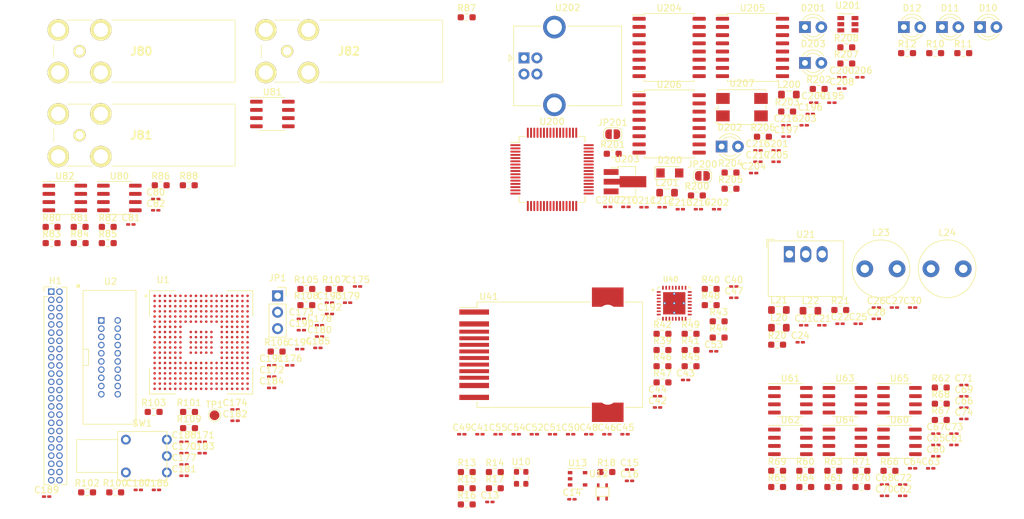
<source format=kicad_pcb>
(kicad_pcb (version 20171130) (host pcbnew "(5.1.9)-1")
  (layers (0 F.Cu signal) (31 B.Cu signal) (34 B.Paste user) (35 F.Paste user) (36 B.SilkS user) (37 F.SilkS user) (38 B.Mask user) (39 F.Mask user) (44 Edge.Cuts user))
  (net 0 "")
  (net 1 GND)
  (net 2 +3V3)
  (net 3 +1V2)
  (net 4 /Safe_State)
  (net 5 VDD)
  (net 6 "Net-(C22-Pad1)")
  (net 7 "Net-(C24-Pad2)")
  (net 8 VDDA)
  (net 9 "Net-(C30-Pad2)")
  (net 10 "Net-(C65-Pad2)")
  (net 11 "Net-(C66-Pad2)")
  (net 12 "Net-(C67-Pad2)")
  (net 13 "Net-(C68-Pad2)")
  (net 14 "Net-(C69-Pad2)")
  (net 15 "Net-(C70-Pad2)")
  (net 16 "Net-(C71-Pad2)")
  (net 17 "Net-(C72-Pad2)")
  (net 18 "Net-(C73-Pad2)")
  (net 19 EMU_1V8)
  (net 20 EMU_3V3)
  (net 21 EMU_GND)
  (net 22 "Net-(C210-Pad1)")
  (net 23 "Net-(C212-Pad1)")
  (net 24 EMU_5V)
  (net 25 "Net-(D10-Pad2)")
  (net 26 "Net-(D11-Pad2)")
  (net 27 "Net-(D12-Pad2)")
  (net 28 EMU_USB_5V)
  (net 29 "Net-(D201-Pad1)")
  (net 30 "Net-(D202-Pad1)")
  (net 31 "Net-(D203-Pad1)")
  (net 32 /ADCSOCBO)
  (net 33 /XCLKOUT)
  (net 34 /ADCSOCAO)
  (net 35 /CLB_OUTPUTX_BAR1)
  (net 36 /OUTPUTXBAR8)
  (net 37 /CLB_OUTPUTX_BAR2)
  (net 38 /OUTPUTXBAR7)
  (net 39 /CLB_OUTPUTX_BAR3)
  (net 40 /OUTPUTXBAR6)
  (net 41 /CLB_OUTPUTX_BAR4)
  (net 42 /OUTPUTXBAR5)
  (net 43 /CLB_OUTPUTX_BAR5)
  (net 44 /OUTPUTXBAR4)
  (net 45 /CLB_OUTPUTX_BAR6)
  (net 46 /OUTPUTXBAR3)
  (net 47 /CLB_OUTPUTX_BAR7)
  (net 48 /OUTPUTXBAR2)
  (net 49 /CLB_OUTPUTX_BAR8)
  (net 50 /OUTPUTXBAR1)
  (net 51 "Net-(J80-Pad1)")
  (net 52 "Net-(J81-Pad1)")
  (net 53 "Net-(J82-Pad1)")
  (net 54 "Net-(JP1-Pad2)")
  (net 55 Emitter_Enable_DSP)
  (net 56 "Net-(JP200-Pad2)")
  (net 57 "Net-(JP200-Pad1)")
  (net 58 "Net-(JP201-Pad2)")
  (net 59 "Net-(JP201-Pad1)")
  (net 60 "Net-(L24-Pad2)")
  (net 61 DSP_GPIOLED1)
  (net 62 DSP_GPIOLED2)
  (net 63 "Net-(R14-Pad2)")
  (net 64 CLK_25M_Ethernet)
  (net 65 "Net-(R15-Pad2)")
  (net 66 CLK_25M_DSP)
  (net 67 "Net-(R16-Pad2)")
  (net 68 "/25MHz Clock/Y2")
  (net 69 "Net-(R17-Pad2)")
  (net 70 "/25MHz Clock/Y3")
  (net 71 "Net-(R39-Pad2)")
  (net 72 "Net-(R40-Pad2)")
  (net 73 /Ethernet/PWDN)
  (net 74 /Ethernet/MDIO)
  (net 75 "Net-(R43-Pad1)")
  (net 76 "Net-(R44-Pad1)")
  (net 77 "Net-(R45-Pad1)")
  (net 78 "Net-(R46-Pad1)")
  (net 79 "Net-(R47-Pad2)")
  (net 80 "Net-(R48-Pad2)")
  (net 81 "Net-(R49-Pad1)")
  (net 82 /ADCrefs/HIA)
  (net 83 "Net-(R60-Pad1)")
  (net 84 /ADCrefs/HIB)
  (net 85 "Net-(R61-Pad1)")
  (net 86 /ADCrefs/HIC)
  (net 87 "Net-(R62-Pad1)")
  (net 88 /ADCrefs/HID)
  (net 89 "Net-(R63-Pad1)")
  (net 90 VDAC)
  (net 91 "Net-(R64-Pad1)")
  (net 92 "Net-(R80-Pad2)")
  (net 93 "Net-(R81-Pad2)")
  (net 94 "Net-(R82-Pad2)")
  (net 95 "Net-(R83-Pad2)")
  (net 96 "Net-(R84-Pad2)")
  (net 97 "Net-(R85-Pad2)")
  (net 98 "/DAC to BNC/DAC_A")
  (net 99 "Net-(R86-Pad1)")
  (net 100 "/DAC to BNC/DAC_B")
  (net 101 "Net-(R87-Pad1)")
  (net 102 "/DAC to BNC/DAC_C")
  (net 103 "Net-(R88-Pad1)")
  (net 104 "Net-(R100-Pad1)")
  (net 105 Emitter_Enable_Backplane)
  (net 106 /PD)
  (net 107 /EMU0)
  (net 108 /EMU1)
  (net 109 "Net-(R106-Pad2)")
  (net 110 /TDO)
  (net 111 /NSRST)
  (net 112 "Net-(R108-Pad1)")
  (net 113 /FTDI/EMU_TMS)
  (net 114 /FTDI/EMU_TCK)
  (net 115 "Net-(R201-Pad1)")
  (net 116 "Net-(R202-Pad2)")
  (net 117 "Net-(R203-Pad2)")
  (net 118 "Net-(R204-Pad1)")
  (net 119 "Net-(R205-Pad2)")
  (net 120 "Net-(R207-Pad2)")
  (net 121 "Net-(R208-Pad2)")
  (net 122 /SD2_D2)
  (net 123 /Ethernet/TX_D0)
  (net 124 /TMS)
  (net 125 /TDI)
  (net 126 "Net-(U1-PadW12)")
  (net 127 DPS_SCI-TX)
  (net 128 /Ethernet/RX_D2)
  (net 129 /SD1_D4)
  (net 130 /ADC_B5)
  (net 131 /ADC_B3)
  (net 132 /SD2_D3)
  (net 133 "Net-(U1-PadV17)")
  (net 134 /RTCK)
  (net 135 "Net-(U1-PadV13)")
  (net 136 /Ethernet/RX_D1)
  (net 137 DPS_SCI-RX)
  (net 138 /SD2_C1)
  (net 139 /SD1_C3)
  (net 140 /Ethernet/TX_D3)
  (net 141 /ADC_B4)
  (net 142 /ADC_B2)
  (net 143 /SD2_C3)
  (net 144 "Net-(U1-PadU17)")
  (net 145 /Ethernet/TX_CLK)
  (net 146 /Ethernet/RX_D3)
  (net 147 "Net-(U1-PadU11)")
  (net 148 /SD2_D1)
  (net 149 /SD1_D3)
  (net 150 /Ethernet/TX_D2)
  (net 151 /ADC_D3)
  (net 152 /ADC_D1)
  (net 153 /ADC_15)
  (net 154 /ADC_A4)
  (net 155 /ADC_A2)
  (net 156 /EPWM13B)
  (net 157 /EPWM13A)
  (net 158 "Net-(U1-PadT17)")
  (net 159 /Ethernet/Reset)
  (net 160 /Ethernet/TX_EN)
  (net 161 "Net-(U1-PadT11)")
  (net 162 /SD1_C4)
  (net 163 "Net-(U1-PadT9)")
  (net 164 /Ethernet/TX_D1)
  (net 165 /ADC_D2)
  (net 166 /ADC_D0)
  (net 167 /ADC_14)
  (net 168 /ADC_A5)
  (net 169 /ADC_A3)
  (net 170 /SD1_C2)
  (net 171 /SD1_D2)
  (net 172 /SD1_C1)
  (net 173 /SD1_D1)
  (net 174 /ADC_C4)
  (net 175 /ADC_C2)
  (net 176 "Net-(U1-PadP19)")
  (net 177 "Net-(U1-PadP18)")
  (net 178 "Net-(U1-PadP17)")
  (net 179 "Net-(U1-PadP16)")
  (net 180 /ADC_C5)
  (net 181 /ADC_C3)
  (net 182 /EPWM14A)
  (net 183 "Net-(U1-PadN18)")
  (net 184 "Net-(U1-PadN17)")
  (net 185 "Net-(U1-PadN16)")
  (net 186 /Ethernet/RX_ER)
  (net 187 /Ethernet/RX_D0)
  (net 188 /Ethernet/CRS)
  (net 189 /EPWM14B)
  (net 190 "Net-(U1-PadM18)")
  (net 191 "Net-(U1-PadM17)")
  (net 192 "Net-(U1-PadM16)")
  (net 193 /Ethernet/RX_CLK)
  (net 194 /Ethernet/RX_DV)
  (net 195 /Ethernet/COL)
  (net 196 "Net-(U1-PadL19)")
  (net 197 "Net-(U1-PadL17)")
  (net 198 "Net-(U1-PadL16)")
  (net 199 "Net-(U1-PadL3)")
  (net 200 "Net-(U1-PadK19)")
  (net 201 "Net-(U1-PadK18)")
  (net 202 "Net-(U1-PadK17)")
  (net 203 "Net-(U1-PadK16)")
  (net 204 "Net-(U1-PadK4)")
  (net 205 "Net-(U1-PadK3)")
  (net 206 "Net-(U1-PadK2)")
  (net 207 "Net-(U1-PadJ19)")
  (net 208 "Net-(U1-PadJ18)")
  (net 209 "Net-(U1-PadJ17)")
  (net 210 "Net-(U1-PadJ16)")
  (net 211 "Net-(U1-PadJ4)")
  (net 212 /Ethernet/MDC)
  (net 213 "Net-(U1-PadJ2)")
  (net 214 "Net-(U1-PadJ1)")
  (net 215 "Net-(U1-PadH4)")
  (net 216 "Net-(U1-PadH3)")
  (net 217 "Net-(U1-PadH2)")
  (net 218 "Net-(U1-PadH1)")
  (net 219 /SD2_C2)
  (net 220 "Net-(U1-PadG1)")
  (net 221 "Net-(U1-PadF18)")
  (net 222 "Net-(U1-PadF17)")
  (net 223 "Net-(U1-PadF3)")
  (net 224 "Net-(U1-PadF2)")
  (net 225 "Net-(U1-PadF1)")
  (net 226 "Net-(U1-PadE19)")
  (net 227 "Net-(U1-PadE18)")
  (net 228 /EPWM1A)
  (net 229 "Net-(U1-PadE4)")
  (net 230 "Net-(U1-PadE3)")
  (net 231 "Net-(U1-PadE1)")
  (net 232 "Net-(U1-PadD19)")
  (net 233 /EPWM1B)
  (net 234 /EPWM2A)
  (net 235 "Net-(U1-PadD16)")
  (net 236 "Net-(U1-PadD15)")
  (net 237 /EPWM2B)
  (net 238 /EPWM4B)
  (net 239 /EPWM6B)
  (net 240 "Net-(U1-PadD11)")
  (net 241 /EPWM8A)
  (net 242 /EPWM9B)
  (net 243 "Net-(U1-PadD8)")
  (net 244 "Net-(U1-PadD7)")
  (net 245 "Net-(U1-PadD6)")
  (net 246 /EPWM11B)
  (net 247 /EPWM12B)
  (net 248 "Net-(U1-PadD3)")
  (net 249 "Net-(U1-PadD2)")
  (net 250 "Net-(U1-PadD1)")
  (net 251 "Net-(U1-PadC19)")
  (net 252 "Net-(U1-PadC18)")
  (net 253 "Net-(U1-PadC17)")
  (net 254 "Net-(U1-PadC16)")
  (net 255 "Net-(U1-PadC15)")
  (net 256 "Net-(U1-PadC14)")
  (net 257 /EPWM4A)
  (net 258 /EPWM6A)
  (net 259 "Net-(U1-PadC11)")
  (net 260 /EPWM7B)
  (net 261 /EPWM9A)
  (net 262 "Net-(U1-PadC8)")
  (net 263 "Net-(U1-PadC7)")
  (net 264 "Net-(U1-PadC6)")
  (net 265 /EPWM11A)
  (net 266 /EPWM12A)
  (net 267 "Net-(U1-PadC3)")
  (net 268 "Net-(U1-PadC2)")
  (net 269 "Net-(U1-PadB19)")
  (net 270 "Net-(U1-PadB18)")
  (net 271 "Net-(U1-PadB17)")
  (net 272 "Net-(U1-PadB16)")
  (net 273 /SD2_C4)
  (net 274 "Net-(U1-PadB14)")
  (net 275 /EPWM3B)
  (net 276 /EPWM5B)
  (net 277 "Net-(U1-PadB11)")
  (net 278 /EPWM7A)
  (net 279 /EPWM8B)
  (net 280 /EPWM10B)
  (net 281 "Net-(U1-PadB5)")
  (net 282 "Net-(U1-PadB4)")
  (net 283 "Net-(U1-PadB3)")
  (net 284 "Net-(U1-PadA17)")
  (net 285 /SD2_D4)
  (net 286 "Net-(U1-PadA14)")
  (net 287 /EPWM3A)
  (net 288 /EPWM5A)
  (net 289 "Net-(U1-PadA11)")
  (net 290 /EPWM10A)
  (net 291 "Net-(U1-PadA6)")
  (net 292 "Net-(U1-PadA5)")
  (net 293 "Net-(U1-PadA4)")
  (net 294 "Net-(U1-PadA3)")
  (net 295 "Net-(U1-PadA2)")
  (net 296 "Net-(U2-Pad6)")
  (net 297 "Net-(U10-Pad3)")
  (net 298 "Net-(U10-Pad1)")
  (net 299 "Net-(U12-Pad3)")
  (net 300 "Net-(U13-Pad3)")
  (net 301 "Net-(U40-Pad22)")
  (net 302 "Net-(U40-Pad15)")
  (net 303 "Net-(U40-Pad13)")
  (net 304 "Net-(U60-Pad8)")
  (net 305 "Net-(U60-Pad5)")
  (net 306 "Net-(U60-Pad1)")
  (net 307 "Net-(U61-Pad8)")
  (net 308 "Net-(U61-Pad5)")
  (net 309 "Net-(U61-Pad2)")
  (net 310 "Net-(U61-Pad1)")
  (net 311 "Net-(U62-Pad8)")
  (net 312 "Net-(U62-Pad5)")
  (net 313 "Net-(U62-Pad2)")
  (net 314 "Net-(U62-Pad1)")
  (net 315 "Net-(U63-Pad8)")
  (net 316 "Net-(U63-Pad5)")
  (net 317 "Net-(U63-Pad2)")
  (net 318 "Net-(U63-Pad1)")
  (net 319 "Net-(U64-Pad8)")
  (net 320 "Net-(U64-Pad5)")
  (net 321 "Net-(U64-Pad1)")
  (net 322 "Net-(U65-Pad8)")
  (net 323 "Net-(U65-Pad5)")
  (net 324 "Net-(U80-Pad8)")
  (net 325 "Net-(U80-Pad5)")
  (net 326 "Net-(U80-Pad1)")
  (net 327 "Net-(U81-Pad8)")
  (net 328 "Net-(U81-Pad5)")
  (net 329 "Net-(U81-Pad1)")
  (net 330 "Net-(U82-Pad8)")
  (net 331 "Net-(U82-Pad5)")
  (net 332 "Net-(U82-Pad1)")
  (net 333 "Net-(U200-Pad63)")
  (net 334 "Net-(U200-Pad62)")
  (net 335 "Net-(U200-Pad61)")
  (net 336 "Net-(U200-Pad60)")
  (net 337 "Net-(U200-Pad59)")
  (net 338 "Net-(U200-Pad58)")
  (net 339 "Net-(U200-Pad57)")
  (net 340 "Net-(U200-Pad53)")
  (net 341 "Net-(U200-Pad52)")
  (net 342 "Net-(U200-Pad48)")
  (net 343 "Net-(U200-Pad46)")
  (net 344 "Net-(U200-Pad45)")
  (net 345 "Net-(U200-Pad44)")
  (net 346 "Net-(U200-Pad43)")
  (net 347 "Net-(U200-Pad40)")
  (net 348 /FTDI/EMU_SCI-TX)
  (net 349 /FTDI/EMU_SCI-RX)
  (net 350 "Net-(U200-Pad36)")
  (net 351 "Net-(U200-Pad34)")
  (net 352 "Net-(U200-Pad33)")
  (net 353 "Net-(U200-Pad30)")
  (net 354 "Net-(U200-Pad29)")
  (net 355 "Net-(U200-Pad27)")
  (net 356 "Net-(U200-Pad26)")
  (net 357 "Net-(U200-Pad23)")
  (net 358 "Net-(U200-Pad22)")
  (net 359 /FTDI/EMU_TRSTn)
  (net 360 /FTDI/EMU_TDO)
  (net 361 /FTDI/EMU_TDI)
  (net 362 "Net-(U200-Pad3)")
  (net 363 "Net-(U200-Pad2)")
  (net 364 "Net-(U204-Pad11)")
  (net 365 "Net-(U204-Pad7)")
  (net 366 "Net-(U204-Pad6)")
  (net 367 "Net-(U205-Pad12)")
  (net 368 "Net-(U205-Pad11)")
  (net 369 "Net-(U205-Pad7)")
  (net 370 "Net-(U205-Pad6)")
  (net 371 "Net-(U206-Pad12)")
  (net 372 "Net-(U206-Pad11)")
  (net 373 "Net-(U206-Pad7)")
  (net 374 "Net-(U206-Pad6)")
  (module Crystal:Crystal_SMD_FOX_FQ7050-4Pin_7.0x5.0mm (layer F.Cu) (at 144.206 48.822)
    (fp_text reference U207 (at 0 -3.7) (layer F.SilkS))
    (fp_text value Crystal_GND24)
    (pad 4 smd rect (at -2.95 -1.35) (size 2.1 1.7) (layers F.Cu F.Paste F.Mask) (net 20 EMU_3V3))
    (pad 3 smd rect (at 2.95 -1.35) (size 2.1 1.7) (layers F.Cu F.Paste F.Mask) (net 363 "Net-(U200-Pad2)"))
    (pad 2 smd rect (at 2.95 1.35) (size 2.1 1.7) (layers F.Cu F.Paste F.Mask) (net 21 EMU_GND))
    (pad 1 smd rect (at -2.95 1.35) (size 2.1 1.7) (layers F.Cu F.Paste F.Mask) (net 21 EMU_GND))
  )
  (module Package_SO:SOIC-16W_7.5x10.3mm_P1.27mm (layer F.Cu) (at 132.926 51.422)
    (fp_text reference U206 (at 0 -6.1) (layer F.SilkS))
    (fp_text value ISO7730DW)
    (pad 16 smd roundrect (at 4.65 -4.445) (size 2.05 0.6) (layers F.Cu F.Paste F.Mask) (net 20 EMU_3V3))
    (pad 15 smd roundrect (at 4.65 -3.175) (size 2.05 0.6) (layers F.Cu F.Paste F.Mask) (net 21 EMU_GND))
    (pad 14 smd roundrect (at 4.65 -1.905) (size 2.05 0.6) (layers F.Cu F.Paste F.Mask) (net 360 /FTDI/EMU_TDO))
    (pad 13 smd roundrect (at 4.65 -0.635) (size 2.05 0.6) (layers F.Cu F.Paste F.Mask) (net 348 /FTDI/EMU_SCI-TX))
    (pad 12 smd roundrect (at 4.65 0.635) (size 2.05 0.6) (layers F.Cu F.Paste F.Mask) (net 371 "Net-(U206-Pad12)"))
    (pad 11 smd roundrect (at 4.65 1.905) (size 2.05 0.6) (layers F.Cu F.Paste F.Mask) (net 372 "Net-(U206-Pad11)"))
    (pad 10 smd roundrect (at 4.65 3.175) (size 2.05 0.6) (layers F.Cu F.Paste F.Mask) (net 20 EMU_3V3))
    (pad 9 smd roundrect (at 4.65 4.445) (size 2.05 0.6) (layers F.Cu F.Paste F.Mask) (net 21 EMU_GND))
    (pad 8 smd roundrect (at -4.65 4.445) (size 2.05 0.6) (layers F.Cu F.Paste F.Mask) (net 1 GND))
    (pad 7 smd roundrect (at -4.65 3.175) (size 2.05 0.6) (layers F.Cu F.Paste F.Mask) (net 373 "Net-(U206-Pad7)"))
    (pad 6 smd roundrect (at -4.65 1.905) (size 2.05 0.6) (layers F.Cu F.Paste F.Mask) (net 374 "Net-(U206-Pad6)"))
    (pad 5 smd roundrect (at -4.65 0.635) (size 2.05 0.6) (layers F.Cu F.Paste F.Mask) (net 1 GND))
    (pad 4 smd roundrect (at -4.65 -0.635) (size 2.05 0.6) (layers F.Cu F.Paste F.Mask) (net 127 DPS_SCI-TX))
    (pad 3 smd roundrect (at -4.65 -1.905) (size 2.05 0.6) (layers F.Cu F.Paste F.Mask) (net 110 /TDO))
    (pad 2 smd roundrect (at -4.65 -3.175) (size 2.05 0.6) (layers F.Cu F.Paste F.Mask) (net 1 GND))
    (pad 1 smd roundrect (at -4.65 -4.445) (size 2.05 0.6) (layers F.Cu F.Paste F.Mask) (net 2 +3V3))
  )
  (module Package_SO:SOIC-16W_7.5x10.3mm_P1.27mm (layer F.Cu) (at 145.836 39.572)
    (fp_text reference U205 (at 0 -6.1) (layer F.SilkS))
    (fp_text value ISO7730DW)
    (pad 16 smd roundrect (at 4.65 -4.445) (size 2.05 0.6) (layers F.Cu F.Paste F.Mask) (net 2 +3V3))
    (pad 15 smd roundrect (at 4.65 -3.175) (size 2.05 0.6) (layers F.Cu F.Paste F.Mask) (net 1 GND))
    (pad 14 smd roundrect (at 4.65 -1.905) (size 2.05 0.6) (layers F.Cu F.Paste F.Mask) (net 111 /NSRST))
    (pad 13 smd roundrect (at 4.65 -0.635) (size 2.05 0.6) (layers F.Cu F.Paste F.Mask) (net 137 DPS_SCI-RX))
    (pad 12 smd roundrect (at 4.65 0.635) (size 2.05 0.6) (layers F.Cu F.Paste F.Mask) (net 367 "Net-(U205-Pad12)"))
    (pad 11 smd roundrect (at 4.65 1.905) (size 2.05 0.6) (layers F.Cu F.Paste F.Mask) (net 368 "Net-(U205-Pad11)"))
    (pad 10 smd roundrect (at 4.65 3.175) (size 2.05 0.6) (layers F.Cu F.Paste F.Mask) (net 2 +3V3))
    (pad 9 smd roundrect (at 4.65 4.445) (size 2.05 0.6) (layers F.Cu F.Paste F.Mask) (net 1 GND))
    (pad 8 smd roundrect (at -4.65 4.445) (size 2.05 0.6) (layers F.Cu F.Paste F.Mask) (net 21 EMU_GND))
    (pad 7 smd roundrect (at -4.65 3.175) (size 2.05 0.6) (layers F.Cu F.Paste F.Mask) (net 369 "Net-(U205-Pad7)"))
    (pad 6 smd roundrect (at -4.65 1.905) (size 2.05 0.6) (layers F.Cu F.Paste F.Mask) (net 370 "Net-(U205-Pad6)"))
    (pad 5 smd roundrect (at -4.65 0.635) (size 2.05 0.6) (layers F.Cu F.Paste F.Mask) (net 21 EMU_GND))
    (pad 4 smd roundrect (at -4.65 -0.635) (size 2.05 0.6) (layers F.Cu F.Paste F.Mask) (net 349 /FTDI/EMU_SCI-RX))
    (pad 3 smd roundrect (at -4.65 -1.905) (size 2.05 0.6) (layers F.Cu F.Paste F.Mask) (net 359 /FTDI/EMU_TRSTn))
    (pad 2 smd roundrect (at -4.65 -3.175) (size 2.05 0.6) (layers F.Cu F.Paste F.Mask) (net 21 EMU_GND))
    (pad 1 smd roundrect (at -4.65 -4.445) (size 2.05 0.6) (layers F.Cu F.Paste F.Mask) (net 20 EMU_3V3))
  )
  (module Package_SO:SOIC-16W_7.5x10.3mm_P1.27mm (layer F.Cu) (at 132.926 39.572)
    (fp_text reference U204 (at 0 -6.1) (layer F.SilkS))
    (fp_text value ISO7730DW)
    (pad 16 smd roundrect (at 4.65 -4.445) (size 2.05 0.6) (layers F.Cu F.Paste F.Mask) (net 2 +3V3))
    (pad 15 smd roundrect (at 4.65 -3.175) (size 2.05 0.6) (layers F.Cu F.Paste F.Mask) (net 1 GND))
    (pad 14 smd roundrect (at 4.65 -1.905) (size 2.05 0.6) (layers F.Cu F.Paste F.Mask) (net 134 /RTCK))
    (pad 13 smd roundrect (at 4.65 -0.635) (size 2.05 0.6) (layers F.Cu F.Paste F.Mask) (net 125 /TDI))
    (pad 12 smd roundrect (at 4.65 0.635) (size 2.05 0.6) (layers F.Cu F.Paste F.Mask) (net 124 /TMS))
    (pad 11 smd roundrect (at 4.65 1.905) (size 2.05 0.6) (layers F.Cu F.Paste F.Mask) (net 364 "Net-(U204-Pad11)"))
    (pad 10 smd roundrect (at 4.65 3.175) (size 2.05 0.6) (layers F.Cu F.Paste F.Mask) (net 2 +3V3))
    (pad 9 smd roundrect (at 4.65 4.445) (size 2.05 0.6) (layers F.Cu F.Paste F.Mask) (net 1 GND))
    (pad 8 smd roundrect (at -4.65 4.445) (size 2.05 0.6) (layers F.Cu F.Paste F.Mask) (net 21 EMU_GND))
    (pad 7 smd roundrect (at -4.65 3.175) (size 2.05 0.6) (layers F.Cu F.Paste F.Mask) (net 365 "Net-(U204-Pad7)"))
    (pad 6 smd roundrect (at -4.65 1.905) (size 2.05 0.6) (layers F.Cu F.Paste F.Mask) (net 366 "Net-(U204-Pad6)"))
    (pad 5 smd roundrect (at -4.65 0.635) (size 2.05 0.6) (layers F.Cu F.Paste F.Mask) (net 113 /FTDI/EMU_TMS))
    (pad 4 smd roundrect (at -4.65 -0.635) (size 2.05 0.6) (layers F.Cu F.Paste F.Mask) (net 361 /FTDI/EMU_TDI))
    (pad 3 smd roundrect (at -4.65 -1.905) (size 2.05 0.6) (layers F.Cu F.Paste F.Mask) (net 114 /FTDI/EMU_TCK))
    (pad 2 smd roundrect (at -4.65 -3.175) (size 2.05 0.6) (layers F.Cu F.Paste F.Mask) (net 21 EMU_GND))
    (pad 1 smd roundrect (at -4.65 -4.445) (size 2.05 0.6) (layers F.Cu F.Paste F.Mask) (net 20 EMU_3V3))
  )
  (module Package_TO_SOT_SMD:SOT-89-3_Handsoldering (layer F.Cu) (at 126.086 60.372)
    (fp_text reference U203 (at 0.3 -3.5) (layer F.SilkS))
    (fp_text value AZ1117-3.3)
    (pad 2 smd custom (at -2.0625 0) (size 2.475 0.9) (layers F.Cu F.Paste F.Mask) (net 20 EMU_3V3) (options (clearance outline) (anchor rect)) (primitives (gr_poly (pts (xy 1.2375 -0.8665) (xy 5.3625 -0.8665) (xy 5.3625 0.8665) (xy 1.2375 0.8665)) (width 0))))
    (pad 3 smd rect (at -2.15 1.5) (size 2.3 0.9) (layers F.Cu F.Paste F.Mask) (net 24 EMU_5V))
    (pad 1 smd rect (at -2.15 -1.5) (size 2.3 0.9) (layers F.Cu F.Paste F.Mask) (net 21 EMU_GND))
  )
  (module Connector_USB:USB_B_OST_USB-B1HSxx_Horizontal (layer F.Cu) (at 110.441 41.192)
    (fp_text reference U202 (at 6.76 -7.77) (layer F.SilkS))
    (fp_text value USB_B)
    (pad 5 thru_hole circle (at 4.71 7.27) (size 3.5 3.5) (drill 2.33) (layers *.Cu *.Mask) (net 21 EMU_GND))
    (pad 5 thru_hole circle (at 4.71 -4.77) (size 3.5 3.5) (drill 2.33) (layers *.Cu *.Mask) (net 21 EMU_GND))
    (pad 4 thru_hole circle (at 2 0) (size 1.7 1.7) (drill 0.92) (layers *.Cu *.Mask) (net 21 EMU_GND))
    (pad 3 thru_hole circle (at 2 2.5) (size 1.7 1.7) (drill 0.92) (layers *.Cu *.Mask) (net 59 "Net-(JP201-Pad1)"))
    (pad 2 thru_hole circle (at 0 2.5) (size 1.7 1.7) (drill 0.92) (layers *.Cu *.Mask) (net 57 "Net-(JP200-Pad1)"))
    (pad 1 thru_hole rect (at 0 0) (size 1.7 1.7) (drill 0.92) (layers *.Cu *.Mask) (net 28 EMU_USB_5V))
  )
  (module Package_TO_SOT_SMD:SOT-23-6 (layer F.Cu) (at 160.616 35.972)
    (fp_text reference U201 (at 0 -2.9) (layer F.SilkS))
    (fp_text value TPD2S017)
    (pad 5 smd rect (at 1.1 0) (size 1.06 0.65) (layers F.Cu F.Paste F.Mask) (net 24 EMU_5V))
    (pad 6 smd rect (at 1.1 -0.95) (size 1.06 0.65) (layers F.Cu F.Paste F.Mask) (net 59 "Net-(JP201-Pad1)"))
    (pad 4 smd rect (at 1.1 0.95) (size 1.06 0.65) (layers F.Cu F.Paste F.Mask) (net 58 "Net-(JP201-Pad2)"))
    (pad 3 smd rect (at -1.1 0.95) (size 1.06 0.65) (layers F.Cu F.Paste F.Mask) (net 56 "Net-(JP200-Pad2)"))
    (pad 2 smd rect (at -1.1 0) (size 1.06 0.65) (layers F.Cu F.Paste F.Mask) (net 21 EMU_GND))
    (pad 1 smd rect (at -1.1 -0.95) (size 1.06 0.65) (layers F.Cu F.Paste F.Mask) (net 57 "Net-(JP200-Pad1)"))
  )
  (module Package_QFP:LQFP-64_10x10mm_P0.5mm (layer F.Cu) (at 114.786 58.462)
    (fp_text reference U200 (at 0 -7.4) (layer F.SilkS))
    (fp_text value FT2232HL)
    (pad 64 smd roundrect (at -3.75 -5.675) (size 0.3 1.55) (layers F.Cu F.Paste F.Mask) (net 19 EMU_1V8))
    (pad 63 smd roundrect (at -3.25 -5.675) (size 0.3 1.55) (layers F.Cu F.Paste F.Mask) (net 333 "Net-(U200-Pad63)"))
    (pad 62 smd roundrect (at -2.75 -5.675) (size 0.3 1.55) (layers F.Cu F.Paste F.Mask) (net 334 "Net-(U200-Pad62)"))
    (pad 61 smd roundrect (at -2.25 -5.675) (size 0.3 1.55) (layers F.Cu F.Paste F.Mask) (net 335 "Net-(U200-Pad61)"))
    (pad 60 smd roundrect (at -1.75 -5.675) (size 0.3 1.55) (layers F.Cu F.Paste F.Mask) (net 336 "Net-(U200-Pad60)"))
    (pad 59 smd roundrect (at -1.25 -5.675) (size 0.3 1.55) (layers F.Cu F.Paste F.Mask) (net 337 "Net-(U200-Pad59)"))
    (pad 58 smd roundrect (at -0.75 -5.675) (size 0.3 1.55) (layers F.Cu F.Paste F.Mask) (net 338 "Net-(U200-Pad58)"))
    (pad 57 smd roundrect (at -0.25 -5.675) (size 0.3 1.55) (layers F.Cu F.Paste F.Mask) (net 339 "Net-(U200-Pad57)"))
    (pad 56 smd roundrect (at 0.25 -5.675) (size 0.3 1.55) (layers F.Cu F.Paste F.Mask) (net 20 EMU_3V3))
    (pad 55 smd roundrect (at 0.75 -5.675) (size 0.3 1.55) (layers F.Cu F.Paste F.Mask) (net 119 "Net-(R205-Pad2)"))
    (pad 54 smd roundrect (at 1.25 -5.675) (size 0.3 1.55) (layers F.Cu F.Paste F.Mask) (net 118 "Net-(R204-Pad1)"))
    (pad 53 smd roundrect (at 1.75 -5.675) (size 0.3 1.55) (layers F.Cu F.Paste F.Mask) (net 340 "Net-(U200-Pad53)"))
    (pad 52 smd roundrect (at 2.25 -5.675) (size 0.3 1.55) (layers F.Cu F.Paste F.Mask) (net 341 "Net-(U200-Pad52)"))
    (pad 51 smd roundrect (at 2.75 -5.675) (size 0.3 1.55) (layers F.Cu F.Paste F.Mask) (net 21 EMU_GND))
    (pad 50 smd roundrect (at 3.25 -5.675) (size 0.3 1.55) (layers F.Cu F.Paste F.Mask) (net 20 EMU_3V3))
    (pad 49 smd roundrect (at 3.75 -5.675) (size 0.3 1.55) (layers F.Cu F.Paste F.Mask) (net 19 EMU_1V8))
    (pad 48 smd roundrect (at 5.675 -3.75) (size 1.55 0.3) (layers F.Cu F.Paste F.Mask) (net 342 "Net-(U200-Pad48)"))
    (pad 47 smd roundrect (at 5.675 -3.25) (size 1.55 0.3) (layers F.Cu F.Paste F.Mask) (net 21 EMU_GND))
    (pad 46 smd roundrect (at 5.675 -2.75) (size 1.55 0.3) (layers F.Cu F.Paste F.Mask) (net 343 "Net-(U200-Pad46)"))
    (pad 45 smd roundrect (at 5.675 -2.25) (size 1.55 0.3) (layers F.Cu F.Paste F.Mask) (net 344 "Net-(U200-Pad45)"))
    (pad 44 smd roundrect (at 5.675 -1.75) (size 1.55 0.3) (layers F.Cu F.Paste F.Mask) (net 345 "Net-(U200-Pad44)"))
    (pad 43 smd roundrect (at 5.675 -1.25) (size 1.55 0.3) (layers F.Cu F.Paste F.Mask) (net 346 "Net-(U200-Pad43)"))
    (pad 42 smd roundrect (at 5.675 -0.75) (size 1.55 0.3) (layers F.Cu F.Paste F.Mask) (net 20 EMU_3V3))
    (pad 41 smd roundrect (at 5.675 -0.25) (size 1.55 0.3) (layers F.Cu F.Paste F.Mask) (net 347 "Net-(U200-Pad40)"))
    (pad 40 smd roundrect (at 5.675 0.25) (size 1.55 0.3) (layers F.Cu F.Paste F.Mask) (net 347 "Net-(U200-Pad40)"))
    (pad 39 smd roundrect (at 5.675 0.75) (size 1.55 0.3) (layers F.Cu F.Paste F.Mask) (net 348 /FTDI/EMU_SCI-TX))
    (pad 38 smd roundrect (at 5.675 1.25) (size 1.55 0.3) (layers F.Cu F.Paste F.Mask) (net 349 /FTDI/EMU_SCI-RX))
    (pad 37 smd roundrect (at 5.675 1.75) (size 1.55 0.3) (layers F.Cu F.Paste F.Mask) (net 19 EMU_1V8))
    (pad 36 smd roundrect (at 5.675 2.25) (size 1.55 0.3) (layers F.Cu F.Paste F.Mask) (net 350 "Net-(U200-Pad36)"))
    (pad 35 smd roundrect (at 5.675 2.75) (size 1.55 0.3) (layers F.Cu F.Paste F.Mask) (net 21 EMU_GND))
    (pad 34 smd roundrect (at 5.675 3.25) (size 1.55 0.3) (layers F.Cu F.Paste F.Mask) (net 351 "Net-(U200-Pad34)"))
    (pad 33 smd roundrect (at 5.675 3.75) (size 1.55 0.3) (layers F.Cu F.Paste F.Mask) (net 352 "Net-(U200-Pad33)"))
    (pad 32 smd roundrect (at 3.75 5.675) (size 0.3 1.55) (layers F.Cu F.Paste F.Mask) (net 117 "Net-(R203-Pad2)"))
    (pad 31 smd roundrect (at 3.25 5.675) (size 0.3 1.55) (layers F.Cu F.Paste F.Mask) (net 20 EMU_3V3))
    (pad 30 smd roundrect (at 2.75 5.675) (size 0.3 1.55) (layers F.Cu F.Paste F.Mask) (net 353 "Net-(U200-Pad30)"))
    (pad 29 smd roundrect (at 2.25 5.675) (size 0.3 1.55) (layers F.Cu F.Paste F.Mask) (net 354 "Net-(U200-Pad29)"))
    (pad 28 smd roundrect (at 1.75 5.675) (size 0.3 1.55) (layers F.Cu F.Paste F.Mask) (net 116 "Net-(R202-Pad2)"))
    (pad 27 smd roundrect (at 1.25 5.675) (size 0.3 1.55) (layers F.Cu F.Paste F.Mask) (net 355 "Net-(U200-Pad27)"))
    (pad 26 smd roundrect (at 0.75 5.675) (size 0.3 1.55) (layers F.Cu F.Paste F.Mask) (net 356 "Net-(U200-Pad26)"))
    (pad 25 smd roundrect (at 0.25 5.675) (size 0.3 1.55) (layers F.Cu F.Paste F.Mask) (net 21 EMU_GND))
    (pad 24 smd roundrect (at -0.25 5.675) (size 0.3 1.55) (layers F.Cu F.Paste F.Mask) (net 115 "Net-(R201-Pad1)"))
    (pad 23 smd roundrect (at -0.75 5.675) (size 0.3 1.55) (layers F.Cu F.Paste F.Mask) (net 357 "Net-(U200-Pad23)"))
    (pad 22 smd roundrect (at -1.25 5.675) (size 0.3 1.55) (layers F.Cu F.Paste F.Mask) (net 358 "Net-(U200-Pad22)"))
    (pad 21 smd roundrect (at -1.75 5.675) (size 0.3 1.55) (layers F.Cu F.Paste F.Mask) (net 359 /FTDI/EMU_TRSTn))
    (pad 20 smd roundrect (at -2.25 5.675) (size 0.3 1.55) (layers F.Cu F.Paste F.Mask) (net 20 EMU_3V3))
    (pad 19 smd roundrect (at -2.75 5.675) (size 0.3 1.55) (layers F.Cu F.Paste F.Mask) (net 113 /FTDI/EMU_TMS))
    (pad 18 smd roundrect (at -3.25 5.675) (size 0.3 1.55) (layers F.Cu F.Paste F.Mask) (net 360 /FTDI/EMU_TDO))
    (pad 17 smd roundrect (at -3.75 5.675) (size 0.3 1.55) (layers F.Cu F.Paste F.Mask) (net 361 /FTDI/EMU_TDI))
    (pad 16 smd roundrect (at -5.675 3.75) (size 1.55 0.3) (layers F.Cu F.Paste F.Mask) (net 114 /FTDI/EMU_TCK))
    (pad 15 smd roundrect (at -5.675 3.25) (size 1.55 0.3) (layers F.Cu F.Paste F.Mask) (net 21 EMU_GND))
    (pad 14 smd roundrect (at -5.675 2.75) (size 1.55 0.3) (layers F.Cu F.Paste F.Mask) (net 121 "Net-(R208-Pad2)"))
    (pad 13 smd roundrect (at -5.675 2.25) (size 1.55 0.3) (layers F.Cu F.Paste F.Mask) (net 21 EMU_GND))
    (pad 12 smd roundrect (at -5.675 1.75) (size 1.55 0.3) (layers F.Cu F.Paste F.Mask) (net 19 EMU_1V8))
    (pad 11 smd roundrect (at -5.675 1.25) (size 1.55 0.3) (layers F.Cu F.Paste F.Mask) (net 21 EMU_GND))
    (pad 10 smd roundrect (at -5.675 0.75) (size 1.55 0.3) (layers F.Cu F.Paste F.Mask) (net 21 EMU_GND))
    (pad 9 smd roundrect (at -5.675 0.25) (size 1.55 0.3) (layers F.Cu F.Paste F.Mask) (net 22 "Net-(C210-Pad1)"))
    (pad 8 smd roundrect (at -5.675 -0.25) (size 1.55 0.3) (layers F.Cu F.Paste F.Mask) (net 58 "Net-(JP201-Pad2)"))
    (pad 7 smd roundrect (at -5.675 -0.75) (size 1.55 0.3) (layers F.Cu F.Paste F.Mask) (net 56 "Net-(JP200-Pad2)"))
    (pad 6 smd roundrect (at -5.675 -1.25) (size 1.55 0.3) (layers F.Cu F.Paste F.Mask) (net 120 "Net-(R207-Pad2)"))
    (pad 5 smd roundrect (at -5.675 -1.75) (size 1.55 0.3) (layers F.Cu F.Paste F.Mask) (net 21 EMU_GND))
    (pad 4 smd roundrect (at -5.675 -2.25) (size 1.55 0.3) (layers F.Cu F.Paste F.Mask) (net 23 "Net-(C212-Pad1)"))
    (pad 3 smd roundrect (at -5.675 -2.75) (size 1.55 0.3) (layers F.Cu F.Paste F.Mask) (net 362 "Net-(U200-Pad3)"))
    (pad 2 smd roundrect (at -5.675 -3.25) (size 1.55 0.3) (layers F.Cu F.Paste F.Mask) (net 363 "Net-(U200-Pad2)"))
    (pad 1 smd roundrect (at -5.675 -3.75) (size 1.55 0.3) (layers F.Cu F.Paste F.Mask) (net 21 EMU_GND))
  )
  (module Package_SO:SOIC-8_3.9x4.9mm_P1.27mm (layer F.Cu) (at 39.316 62.892)
    (fp_text reference U82 (at 0 -3.4) (layer F.SilkS))
    (fp_text value OPA365xxD)
    (pad 8 smd roundrect (at 2.475 -1.905) (size 1.95 0.6) (layers F.Cu F.Paste F.Mask) (net 330 "Net-(U82-Pad8)"))
    (pad 7 smd roundrect (at 2.475 -0.635) (size 1.95 0.6) (layers F.Cu F.Paste F.Mask) (net 8 VDDA))
    (pad 6 smd roundrect (at 2.475 0.635) (size 1.95 0.6) (layers F.Cu F.Paste F.Mask) (net 94 "Net-(R82-Pad2)"))
    (pad 5 smd roundrect (at 2.475 1.905) (size 1.95 0.6) (layers F.Cu F.Paste F.Mask) (net 331 "Net-(U82-Pad5)"))
    (pad 4 smd roundrect (at -2.475 1.905) (size 1.95 0.6) (layers F.Cu F.Paste F.Mask) (net 1 GND))
    (pad 3 smd roundrect (at -2.475 0.635) (size 1.95 0.6) (layers F.Cu F.Paste F.Mask) (net 103 "Net-(R88-Pad1)"))
    (pad 2 smd roundrect (at -2.475 -0.635) (size 1.95 0.6) (layers F.Cu F.Paste F.Mask) (net 97 "Net-(R85-Pad2)"))
    (pad 1 smd roundrect (at -2.475 -1.905) (size 1.95 0.6) (layers F.Cu F.Paste F.Mask) (net 332 "Net-(U82-Pad1)"))
  )
  (module Package_SO:SOIC-8_3.9x4.9mm_P1.27mm (layer F.Cu) (at 71.466 49.882)
    (fp_text reference U81 (at 0 -3.4) (layer F.SilkS))
    (fp_text value OPA365xxD)
    (pad 8 smd roundrect (at 2.475 -1.905) (size 1.95 0.6) (layers F.Cu F.Paste F.Mask) (net 327 "Net-(U81-Pad8)"))
    (pad 7 smd roundrect (at 2.475 -0.635) (size 1.95 0.6) (layers F.Cu F.Paste F.Mask) (net 8 VDDA))
    (pad 6 smd roundrect (at 2.475 0.635) (size 1.95 0.6) (layers F.Cu F.Paste F.Mask) (net 93 "Net-(R81-Pad2)"))
    (pad 5 smd roundrect (at 2.475 1.905) (size 1.95 0.6) (layers F.Cu F.Paste F.Mask) (net 328 "Net-(U81-Pad5)"))
    (pad 4 smd roundrect (at -2.475 1.905) (size 1.95 0.6) (layers F.Cu F.Paste F.Mask) (net 1 GND))
    (pad 3 smd roundrect (at -2.475 0.635) (size 1.95 0.6) (layers F.Cu F.Paste F.Mask) (net 101 "Net-(R87-Pad1)"))
    (pad 2 smd roundrect (at -2.475 -0.635) (size 1.95 0.6) (layers F.Cu F.Paste F.Mask) (net 96 "Net-(R84-Pad2)"))
    (pad 1 smd roundrect (at -2.475 -1.905) (size 1.95 0.6) (layers F.Cu F.Paste F.Mask) (net 329 "Net-(U81-Pad1)"))
  )
  (module Package_SO:SOIC-8_3.9x4.9mm_P1.27mm (layer F.Cu) (at 47.766 62.892)
    (fp_text reference U80 (at 0 -3.4) (layer F.SilkS))
    (fp_text value OPA365xxD)
    (pad 8 smd roundrect (at 2.475 -1.905) (size 1.95 0.6) (layers F.Cu F.Paste F.Mask) (net 324 "Net-(U80-Pad8)"))
    (pad 7 smd roundrect (at 2.475 -0.635) (size 1.95 0.6) (layers F.Cu F.Paste F.Mask) (net 8 VDDA))
    (pad 6 smd roundrect (at 2.475 0.635) (size 1.95 0.6) (layers F.Cu F.Paste F.Mask) (net 92 "Net-(R80-Pad2)"))
    (pad 5 smd roundrect (at 2.475 1.905) (size 1.95 0.6) (layers F.Cu F.Paste F.Mask) (net 325 "Net-(U80-Pad5)"))
    (pad 4 smd roundrect (at -2.475 1.905) (size 1.95 0.6) (layers F.Cu F.Paste F.Mask) (net 1 GND))
    (pad 3 smd roundrect (at -2.475 0.635) (size 1.95 0.6) (layers F.Cu F.Paste F.Mask) (net 99 "Net-(R86-Pad1)"))
    (pad 2 smd roundrect (at -2.475 -0.635) (size 1.95 0.6) (layers F.Cu F.Paste F.Mask) (net 95 "Net-(R83-Pad2)"))
    (pad 1 smd roundrect (at -2.475 -1.905) (size 1.95 0.6) (layers F.Cu F.Paste F.Mask) (net 326 "Net-(U80-Pad1)"))
  )
  (module Package_SO:SOIC-8_3.9x4.9mm_P1.27mm (layer F.Cu) (at 168.606 94.222)
    (fp_text reference U65 (at 0 -3.4) (layer F.SilkS))
    (fp_text value MAX6126AASA)
    (pad 8 smd roundrect (at 2.475 -1.905) (size 1.95 0.6) (layers F.Cu F.Paste F.Mask) (net 322 "Net-(U65-Pad8)"))
    (pad 7 smd roundrect (at 2.475 -0.635) (size 1.95 0.6) (layers F.Cu F.Paste F.Mask) (net 17 "Net-(C72-Pad2)"))
    (pad 6 smd roundrect (at 2.475 0.635) (size 1.95 0.6) (layers F.Cu F.Paste F.Mask) (net 17 "Net-(C72-Pad2)"))
    (pad 5 smd roundrect (at 2.475 1.905) (size 1.95 0.6) (layers F.Cu F.Paste F.Mask) (net 323 "Net-(U65-Pad5)"))
    (pad 4 smd roundrect (at -2.475 1.905) (size 1.95 0.6) (layers F.Cu F.Paste F.Mask) (net 1 GND))
    (pad 3 smd roundrect (at -2.475 0.635) (size 1.95 0.6) (layers F.Cu F.Paste F.Mask) (net 1 GND))
    (pad 2 smd roundrect (at -2.475 -0.635) (size 1.95 0.6) (layers F.Cu F.Paste F.Mask) (net 8 VDDA))
    (pad 1 smd roundrect (at -2.475 -1.905) (size 1.95 0.6) (layers F.Cu F.Paste F.Mask) (net 18 "Net-(C73-Pad2)"))
  )
  (module Package_SO:SOIC-8_3.9x4.9mm_P1.27mm (layer F.Cu) (at 160.156 100.672)
    (fp_text reference U64 (at 0 -3.4) (layer F.SilkS))
    (fp_text value OPA365xxD)
    (pad 8 smd roundrect (at 2.475 -1.905) (size 1.95 0.6) (layers F.Cu F.Paste F.Mask) (net 319 "Net-(U64-Pad8)"))
    (pad 7 smd roundrect (at 2.475 -0.635) (size 1.95 0.6) (layers F.Cu F.Paste F.Mask) (net 8 VDDA))
    (pad 6 smd roundrect (at 2.475 0.635) (size 1.95 0.6) (layers F.Cu F.Paste F.Mask) (net 91 "Net-(R64-Pad1)"))
    (pad 5 smd roundrect (at 2.475 1.905) (size 1.95 0.6) (layers F.Cu F.Paste F.Mask) (net 320 "Net-(U64-Pad5)"))
    (pad 4 smd roundrect (at -2.475 1.905) (size 1.95 0.6) (layers F.Cu F.Paste F.Mask) (net 1 GND))
    (pad 3 smd roundrect (at -2.475 0.635) (size 1.95 0.6) (layers F.Cu F.Paste F.Mask) (net 15 "Net-(C70-Pad2)"))
    (pad 2 smd roundrect (at -2.475 -0.635) (size 1.95 0.6) (layers F.Cu F.Paste F.Mask) (net 91 "Net-(R64-Pad1)"))
    (pad 1 smd roundrect (at -2.475 -1.905) (size 1.95 0.6) (layers F.Cu F.Paste F.Mask) (net 321 "Net-(U64-Pad1)"))
  )
  (module Package_SO:SOIC-8_3.9x4.9mm_P1.27mm (layer F.Cu) (at 160.156 94.222)
    (fp_text reference U63 (at 0 -3.4) (layer F.SilkS))
    (fp_text value OPA365xxD)
    (pad 8 smd roundrect (at 2.475 -1.905) (size 1.95 0.6) (layers F.Cu F.Paste F.Mask) (net 315 "Net-(U63-Pad8)"))
    (pad 7 smd roundrect (at 2.475 -0.635) (size 1.95 0.6) (layers F.Cu F.Paste F.Mask) (net 8 VDDA))
    (pad 6 smd roundrect (at 2.475 0.635) (size 1.95 0.6) (layers F.Cu F.Paste F.Mask) (net 89 "Net-(R63-Pad1)"))
    (pad 5 smd roundrect (at 2.475 1.905) (size 1.95 0.6) (layers F.Cu F.Paste F.Mask) (net 316 "Net-(U63-Pad5)"))
    (pad 4 smd roundrect (at -2.475 1.905) (size 1.95 0.6) (layers F.Cu F.Paste F.Mask) (net 1 GND))
    (pad 3 smd roundrect (at -2.475 0.635) (size 1.95 0.6) (layers F.Cu F.Paste F.Mask) (net 15 "Net-(C70-Pad2)"))
    (pad 2 smd roundrect (at -2.475 -0.635) (size 1.95 0.6) (layers F.Cu F.Paste F.Mask) (net 317 "Net-(U63-Pad2)"))
    (pad 1 smd roundrect (at -2.475 -1.905) (size 1.95 0.6) (layers F.Cu F.Paste F.Mask) (net 318 "Net-(U63-Pad1)"))
  )
  (module Package_SO:SOIC-8_3.9x4.9mm_P1.27mm (layer F.Cu) (at 151.706 100.672)
    (fp_text reference U62 (at 0 -3.4) (layer F.SilkS))
    (fp_text value OPA365xxD)
    (pad 8 smd roundrect (at 2.475 -1.905) (size 1.95 0.6) (layers F.Cu F.Paste F.Mask) (net 311 "Net-(U62-Pad8)"))
    (pad 7 smd roundrect (at 2.475 -0.635) (size 1.95 0.6) (layers F.Cu F.Paste F.Mask) (net 8 VDDA))
    (pad 6 smd roundrect (at 2.475 0.635) (size 1.95 0.6) (layers F.Cu F.Paste F.Mask) (net 87 "Net-(R62-Pad1)"))
    (pad 5 smd roundrect (at 2.475 1.905) (size 1.95 0.6) (layers F.Cu F.Paste F.Mask) (net 312 "Net-(U62-Pad5)"))
    (pad 4 smd roundrect (at -2.475 1.905) (size 1.95 0.6) (layers F.Cu F.Paste F.Mask) (net 1 GND))
    (pad 3 smd roundrect (at -2.475 0.635) (size 1.95 0.6) (layers F.Cu F.Paste F.Mask) (net 15 "Net-(C70-Pad2)"))
    (pad 2 smd roundrect (at -2.475 -0.635) (size 1.95 0.6) (layers F.Cu F.Paste F.Mask) (net 313 "Net-(U62-Pad2)"))
    (pad 1 smd roundrect (at -2.475 -1.905) (size 1.95 0.6) (layers F.Cu F.Paste F.Mask) (net 314 "Net-(U62-Pad1)"))
  )
  (module Package_SO:SOIC-8_3.9x4.9mm_P1.27mm (layer F.Cu) (at 151.706 94.222)
    (fp_text reference U61 (at 0 -3.4) (layer F.SilkS))
    (fp_text value OPA365xxD)
    (pad 8 smd roundrect (at 2.475 -1.905) (size 1.95 0.6) (layers F.Cu F.Paste F.Mask) (net 307 "Net-(U61-Pad8)"))
    (pad 7 smd roundrect (at 2.475 -0.635) (size 1.95 0.6) (layers F.Cu F.Paste F.Mask) (net 8 VDDA))
    (pad 6 smd roundrect (at 2.475 0.635) (size 1.95 0.6) (layers F.Cu F.Paste F.Mask) (net 85 "Net-(R61-Pad1)"))
    (pad 5 smd roundrect (at 2.475 1.905) (size 1.95 0.6) (layers F.Cu F.Paste F.Mask) (net 308 "Net-(U61-Pad5)"))
    (pad 4 smd roundrect (at -2.475 1.905) (size 1.95 0.6) (layers F.Cu F.Paste F.Mask) (net 1 GND))
    (pad 3 smd roundrect (at -2.475 0.635) (size 1.95 0.6) (layers F.Cu F.Paste F.Mask) (net 15 "Net-(C70-Pad2)"))
    (pad 2 smd roundrect (at -2.475 -0.635) (size 1.95 0.6) (layers F.Cu F.Paste F.Mask) (net 309 "Net-(U61-Pad2)"))
    (pad 1 smd roundrect (at -2.475 -1.905) (size 1.95 0.6) (layers F.Cu F.Paste F.Mask) (net 310 "Net-(U61-Pad1)"))
  )
  (module Package_SO:SOIC-8_3.9x4.9mm_P1.27mm (layer F.Cu) (at 168.606 100.672)
    (fp_text reference U60 (at 0 -3.4) (layer F.SilkS))
    (fp_text value OPA365xxD)
    (pad 8 smd roundrect (at 2.475 -1.905) (size 1.95 0.6) (layers F.Cu F.Paste F.Mask) (net 304 "Net-(U60-Pad8)"))
    (pad 7 smd roundrect (at 2.475 -0.635) (size 1.95 0.6) (layers F.Cu F.Paste F.Mask) (net 8 VDDA))
    (pad 6 smd roundrect (at 2.475 0.635) (size 1.95 0.6) (layers F.Cu F.Paste F.Mask) (net 83 "Net-(R60-Pad1)"))
    (pad 5 smd roundrect (at 2.475 1.905) (size 1.95 0.6) (layers F.Cu F.Paste F.Mask) (net 305 "Net-(U60-Pad5)"))
    (pad 4 smd roundrect (at -2.475 1.905) (size 1.95 0.6) (layers F.Cu F.Paste F.Mask) (net 1 GND))
    (pad 3 smd roundrect (at -2.475 0.635) (size 1.95 0.6) (layers F.Cu F.Paste F.Mask) (net 15 "Net-(C70-Pad2)"))
    (pad 2 smd roundrect (at -2.475 -0.635) (size 1.95 0.6) (layers F.Cu F.Paste F.Mask) (net 83 "Net-(R60-Pad1)"))
    (pad 1 smd roundrect (at -2.475 -1.905) (size 1.95 0.6) (layers F.Cu F.Paste F.Mask) (net 306 "Net-(U60-Pad1)"))
  )
  (module Connector_RJ:RJ45_Wuerth_74980111211_Horizontal (layer F.Cu) (at 115.996 87.172)
    (fp_text reference U41 (at -11 -9) (layer F.SilkS))
    (fp_text value RJ45_74980)
    (pad "" np_thru_hole circle (at 7.42 6.35) (size 2.8 2.8) (drill 2.8) (layers *.Cu *.Mask))
    (pad "" np_thru_hole circle (at 7.42 -6.35) (size 2.8 2.8) (drill 2.8) (layers *.Cu *.Mask))
    (pad SH smd rect (at 7.42 -8.92) (size 4.9 3) (layers F.Cu F.Paste F.Mask))
    (pad SH smd rect (at 7.42 8.92) (size 4.9 3) (layers F.Cu F.Paste F.Mask))
    (pad 12 smd rect (at -13.27 6.61) (size 4.6 0.81) (layers F.Cu F.Paste F.Mask) (net 80 "Net-(R48-Pad2)"))
    (pad 11 smd rect (at -13.27 4.77) (size 4.6 0.81) (layers F.Cu F.Paste F.Mask) (net 79 "Net-(R47-Pad2)"))
    (pad 1 smd rect (at -13.27 -6.61) (size 4.6 0.81) (layers F.Cu F.Paste F.Mask) (net 71 "Net-(R39-Pad2)"))
    (pad 2 smd rect (at -13.27 -4.77) (size 4.6 0.81) (layers F.Cu F.Paste F.Mask) (net 81 "Net-(R49-Pad1)"))
    (pad 10 smd rect (at -13.27 3.57) (size 4.6 0.61) (layers F.Cu F.Paste F.Mask) (net 1 GND))
    (pad 9 smd rect (at -13.27 2.55) (size 4.6 0.61) (layers F.Cu F.Paste F.Mask))
    (pad 8 smd rect (at -13.27 1.53) (size 4.6 0.61) (layers F.Cu F.Paste F.Mask) (net 77 "Net-(R45-Pad1)"))
    (pad 7 smd rect (at -13.27 0.51) (size 4.6 0.61) (layers F.Cu F.Paste F.Mask) (net 78 "Net-(R46-Pad1)"))
    (pad 6 smd rect (at -13.27 -0.51) (size 4.6 0.61) (layers F.Cu F.Paste F.Mask) (net 2 +3V3))
    (pad 5 smd rect (at -13.27 -1.53) (size 4.6 0.61) (layers F.Cu F.Paste F.Mask) (net 2 +3V3))
    (pad 4 smd rect (at -13.27 -2.55) (size 4.6 0.61) (layers F.Cu F.Paste F.Mask) (net 75 "Net-(R43-Pad1)"))
    (pad 3 smd rect (at -13.27 -3.57) (size 4.6 0.61) (layers F.Cu F.Paste F.Mask) (net 76 "Net-(R44-Pad1)"))
  )
  (module DP83822IRHBR:IC_DP83822IRHBR (layer F.Cu) (at 133.716 79.202)
    (fp_text reference U40 (at -0.57 -3.723) (layer F.SilkS) (effects (font (size 0.8 0.8))))
    (fp_text value DP83822IRHBR)
    (pad 38 thru_hole circle (at 1.475 0) (size 0.4 0.4) (drill 0.2) (layers *.Cu) (net 1 GND))
    (pad 37 thru_hole circle (at 0 1.475) (size 0.4 0.4) (drill 0.2) (layers *.Cu) (net 1 GND))
    (pad 36 thru_hole circle (at -1.475 0) (size 0.4 0.4) (drill 0.2) (layers *.Cu) (net 1 GND))
    (pad 35 thru_hole circle (at 0 -1.475) (size 0.4 0.4) (drill 0.2) (layers *.Cu) (net 1 GND))
    (pad 34 thru_hole circle (at 0 0) (size 0.4 0.4) (drill 0.2) (layers *.Cu) (net 1 GND))
    (pad 33 smd rect (at 0 0) (size 3.45 3.45) (layers F.Cu) (net 1 GND))
    (pad 24 smd roundrect (at 2.4 -1.75) (size 0.6 0.25) (layers F.Cu F.Paste) (roundrect_rratio 0.03) (net 79 "Net-(R47-Pad2)"))
    (pad 23 smd roundrect (at 2.4 -1.25) (size 0.6 0.25) (layers F.Cu F.Paste) (roundrect_rratio 0.03) (net 64 CLK_25M_Ethernet))
    (pad 22 smd roundrect (at 2.4 -0.75) (size 0.6 0.25) (layers F.Cu F.Paste) (roundrect_rratio 0.03) (net 301 "Net-(U40-Pad22)"))
    (pad 21 smd roundrect (at 2.4 -0.25) (size 0.6 0.25) (layers F.Cu F.Paste) (roundrect_rratio 0.03) (net 2 +3V3))
    (pad 20 smd roundrect (at 2.4 0.25) (size 0.6 0.25) (layers F.Cu F.Paste) (roundrect_rratio 0.03) (net 212 /Ethernet/MDC))
    (pad 19 smd roundrect (at 2.4 0.75) (size 0.6 0.25) (layers F.Cu F.Paste) (roundrect_rratio 0.03) (net 74 /Ethernet/MDIO))
    (pad 18 smd roundrect (at 2.4 1.25) (size 0.6 0.25) (layers F.Cu F.Paste) (roundrect_rratio 0.03) (net 159 /Ethernet/Reset))
    (pad 17 smd roundrect (at 2.4 1.75) (size 0.6 0.25) (layers F.Cu F.Paste) (roundrect_rratio 0.03) (net 81 "Net-(R49-Pad1)"))
    (pad 8 smd roundrect (at -2.4 1.75) (size 0.6 0.25) (layers F.Cu F.Paste) (roundrect_rratio 0.03) (net 73 /Ethernet/PWDN))
    (pad 7 smd roundrect (at -2.4 1.25) (size 0.6 0.25) (layers F.Cu F.Paste) (roundrect_rratio 0.03) (net 140 /Ethernet/TX_D3))
    (pad 6 smd roundrect (at -2.4 0.75) (size 0.6 0.25) (layers F.Cu F.Paste) (roundrect_rratio 0.03) (net 150 /Ethernet/TX_D2))
    (pad 5 smd roundrect (at -2.4 0.25) (size 0.6 0.25) (layers F.Cu F.Paste) (roundrect_rratio 0.03) (net 164 /Ethernet/TX_D1))
    (pad 4 smd roundrect (at -2.4 -0.25) (size 0.6 0.25) (layers F.Cu F.Paste) (roundrect_rratio 0.03) (net 123 /Ethernet/TX_D0))
    (pad 3 smd roundrect (at -2.4 -0.75) (size 0.6 0.25) (layers F.Cu F.Paste) (roundrect_rratio 0.03) (net 160 /Ethernet/TX_EN))
    (pad 2 smd roundrect (at -2.4 -1.25) (size 0.6 0.25) (layers F.Cu F.Paste) (roundrect_rratio 0.03) (net 145 /Ethernet/TX_CLK))
    (pad 1 smd roundrect (at -2.4 -1.75) (size 0.6 0.25) (layers F.Cu F.Paste) (roundrect_rratio 0.03) (net 146 /Ethernet/RX_D3))
    (pad 32 smd roundrect (at -1.75 -2.4) (size 0.25 0.6) (layers F.Cu F.Paste) (roundrect_rratio 0.03) (net 128 /Ethernet/RX_D2))
    (pad 31 smd roundrect (at -1.25 -2.4) (size 0.25 0.6) (layers F.Cu F.Paste) (roundrect_rratio 0.03) (net 136 /Ethernet/RX_D1))
    (pad 30 smd roundrect (at -0.75 -2.4) (size 0.25 0.6) (layers F.Cu F.Paste) (roundrect_rratio 0.03) (net 187 /Ethernet/RX_D0))
    (pad 29 smd roundrect (at -0.25 -2.4) (size 0.25 0.6) (layers F.Cu F.Paste) (roundrect_rratio 0.03) (net 195 /Ethernet/COL))
    (pad 28 smd roundrect (at 0.25 -2.4) (size 0.25 0.6) (layers F.Cu F.Paste) (roundrect_rratio 0.03) (net 186 /Ethernet/RX_ER))
    (pad 27 smd roundrect (at 0.75 -2.4) (size 0.25 0.6) (layers F.Cu F.Paste) (roundrect_rratio 0.03) (net 188 /Ethernet/CRS))
    (pad 26 smd roundrect (at 1.25 -2.4) (size 0.25 0.6) (layers F.Cu F.Paste) (roundrect_rratio 0.03) (net 194 /Ethernet/RX_DV))
    (pad 25 smd roundrect (at 1.75 -2.4) (size 0.25 0.6) (layers F.Cu F.Paste) (roundrect_rratio 0.03) (net 193 /Ethernet/RX_CLK))
    (pad 16 smd roundrect (at 1.75 2.4) (size 0.25 0.6) (layers F.Cu F.Paste) (roundrect_rratio 0.03) (net 72 "Net-(R40-Pad2)"))
    (pad 15 smd roundrect (at 1.25 2.4) (size 0.25 0.6) (layers F.Cu F.Paste) (roundrect_rratio 0.03) (net 302 "Net-(U40-Pad15)"))
    (pad 14 smd roundrect (at 0.75 2.4) (size 0.25 0.6) (layers F.Cu F.Paste) (roundrect_rratio 0.03) (net 2 +3V3))
    (pad 13 smd roundrect (at 0.25 2.4) (size 0.25 0.6) (layers F.Cu F.Paste) (roundrect_rratio 0.03) (net 303 "Net-(U40-Pad13)"))
    (pad 12 smd roundrect (at -0.25 2.4) (size 0.25 0.6) (layers F.Cu F.Paste) (roundrect_rratio 0.03) (net 76 "Net-(R44-Pad1)"))
    (pad 11 smd roundrect (at -0.75 2.4) (size 0.25 0.6) (layers F.Cu F.Paste) (roundrect_rratio 0.03) (net 75 "Net-(R43-Pad1)"))
    (pad 10 smd roundrect (at -1.25 2.4) (size 0.25 0.6) (layers F.Cu F.Paste) (roundrect_rratio 0.03) (net 78 "Net-(R46-Pad1)"))
    (pad 9 smd roundrect (at -1.75 2.4) (size 0.25 0.6) (layers F.Cu F.Paste) (roundrect_rratio 0.03) (net 77 "Net-(R45-Pad1)"))
  )
  (module Converter_DCDC:Converter_DCDC_RECOM_R-78B-2.0_THT (layer F.Cu) (at 151.551 71.597)
    (fp_text reference U21 (at 2.54 -3.06) (layer F.SilkS))
    (fp_text value R-78B1.2-2.0)
    (pad 3 thru_hole oval (at 5.08 0) (size 1.7 2.5) (drill 1.2) (layers *.Cu *.Mask) (net 9 "Net-(C30-Pad2)"))
    (pad 2 thru_hole oval (at 2.54 0) (size 1.7 2.5) (drill 1.2) (layers *.Cu *.Mask) (net 1 GND))
    (pad 1 thru_hole rect (at 0 0) (size 1.7 2.5) (drill 1.2) (layers *.Cu *.Mask) (net 60 "Net-(L24-Pad2)"))
  )
  (module Package_SO:TSOP-5_1.65x3.05mm_P0.95mm (layer F.Cu) (at 118.746 106.392)
    (fp_text reference U13 (at 0 -2.45) (layer F.SilkS))
    (fp_text value BU4811G-TR)
    (pad 5 smd rect (at 1.16 -0.95) (size 0.7 0.51) (layers F.Cu F.Paste F.Mask))
    (pad 4 smd rect (at 1.16 0.95) (size 0.7 0.51) (layers F.Cu F.Paste F.Mask) (net 1 GND))
    (pad 3 smd rect (at -1.16 0.95) (size 0.7 0.51) (layers F.Cu F.Paste F.Mask) (net 300 "Net-(U13-Pad3)"))
    (pad 2 smd rect (at -1.16 0) (size 0.7 0.51) (layers F.Cu F.Paste F.Mask) (net 3 +1V2))
    (pad 1 smd rect (at -1.16 -0.95) (size 0.7 0.51) (layers F.Cu F.Paste F.Mask) (net 4 /Safe_State))
  )
  (module mark_footprints:SOP4 (layer F.Cu) (at 122.591 108.421999)
    (fp_text reference U12 (at -0.6 -2.8) (layer F.SilkS))
    (fp_text value BU4831F-TR)
    (pad 3 smd rect (at 0.65 -0.625 180) (size 0.4 0.7) (drill (offset 0 0.35)) (layers F.Cu F.Paste F.Mask) (net 299 "Net-(U12-Pad3)"))
    (pad 4 smd rect (at -0.65 -0.625 180) (size 0.4 0.7) (drill (offset 0 0.35)) (layers F.Cu F.Paste F.Mask) (net 1 GND))
    (pad 1 smd rect (at -0.65 0.625) (size 0.4 0.7) (drill (offset 0 0.35)) (layers F.Cu F.Paste F.Mask) (net 4 /Safe_State))
    (pad 2 smd rect (at 0.65 0.625) (size 0.4 0.7) (drill (offset 0 0.35)) (layers F.Cu F.Paste F.Mask) (net 2 +3V3))
  )
  (module Oscillator:Oscillator_SMD_ECS_2520MV-xxx-xx-4Pin_2.5x2.0mm (layer F.Cu) (at 110.006 106.242)
    (fp_text reference U10 (at 0 -2.5) (layer F.SilkS))
    (fp_text value ECS-2520MV-xxx-xx)
    (pad 3 smd roundrect (at 0.725 0.925) (size 0.8 0.9) (layers F.Cu F.Paste F.Mask) (net 297 "Net-(U10-Pad3)"))
    (pad 2 smd roundrect (at -0.725 0.925) (size 0.8 0.9) (layers F.Cu F.Paste F.Mask) (net 1 GND))
    (pad 4 smd roundrect (at 0.725 -0.925) (size 0.8 0.9) (layers F.Cu F.Paste F.Mask) (net 2 +3V3))
    (pad 1 smd roundrect (at -0.725 -0.925) (size 0.8 0.9) (layers F.Cu F.Paste F.Mask) (net 298 "Net-(U10-Pad1)"))
  )
  (module mark_footprints:SBH41-NBPB-D10-ST-BK (layer F.Cu) (at 46.241 87.577)
    (fp_text reference U2 (at 0.15 -11.75) (layer F.SilkS))
    (fp_text value SBH41-NBPB-D10-ST-BK)
    (pad 3 thru_hole oval (at -1.27 -4.445) (size 1 1) (drill 0.65) (layers *.Cu *.Mask) (net 125 /TDI))
    (pad 2 thru_hole oval (at 1.27 -5.715) (size 1 1) (drill 0.65) (layers *.Cu *.Mask) (net 111 /NSRST))
    (pad 11 thru_hole oval (at -1.27 0.635) (size 1 1) (drill 0.65) (layers *.Cu *.Mask) (net 134 /RTCK))
    (pad 13 thru_hole oval (at -1.27 1.905) (size 1 1) (drill 0.65) (layers *.Cu *.Mask) (net 107 /EMU0))
    (pad 1 thru_hole rect (at -1.27 -5.715) (size 1 1) (drill 0.65) (layers *.Cu *.Mask) (net 124 /TMS))
    (pad 7 thru_hole oval (at -1.27 -1.905) (size 1 1) (drill 0.65) (layers *.Cu *.Mask) (net 110 /TDO))
    (pad 12 thru_hole oval (at 1.27 0.635) (size 1 1) (drill 0.65) (layers *.Cu *.Mask) (net 1 GND))
    (pad 17 thru_hole oval (at -1.27 4.445) (size 1 1) (drill 0.65) (layers *.Cu *.Mask) (net 1 GND))
    (pad 14 thru_hole oval (at 1.27 1.905) (size 1 1) (drill 0.65) (layers *.Cu *.Mask) (net 108 /EMU1))
    (pad 20 thru_hole oval (at 1.27 5.715) (size 1 1) (drill 0.65) (layers *.Cu *.Mask) (net 1 GND))
    (pad 5 thru_hole oval (at -1.27 -3.175) (size 1 1) (drill 0.65) (layers *.Cu *.Mask) (net 106 /PD))
    (pad 8 thru_hole oval (at 1.27 -1.905) (size 1 1) (drill 0.65) (layers *.Cu *.Mask) (net 1 GND))
    (pad 10 thru_hole oval (at 1.27 -0.635) (size 1 1) (drill 0.65) (layers *.Cu *.Mask) (net 1 GND))
    (pad 15 thru_hole oval (at -1.27 3.175) (size 1 1) (drill 0.65) (layers *.Cu *.Mask) (net 111 /NSRST))
    (pad 16 thru_hole oval (at 1.27 3.175) (size 1 1) (drill 0.65) (layers *.Cu *.Mask) (net 1 GND))
    (pad 6 thru_hole oval (at 1.27 -3.175) (size 1 1) (drill 0.65) (layers *.Cu *.Mask) (net 296 "Net-(U2-Pad6)"))
    (pad 18 thru_hole oval (at 1.27 4.445) (size 1 1) (drill 0.65) (layers *.Cu *.Mask) (net 1 GND))
    (pad 19 thru_hole oval (at -1.27 5.715) (size 1 1) (drill 0.65) (layers *.Cu *.Mask) (net 1 GND))
    (pad 4 thru_hole oval (at 1.27 -4.445) (size 1 1) (drill 0.65) (layers *.Cu *.Mask) (net 1 GND))
    (pad 9 thru_hole oval (at -1.27 -0.635) (size 1 1) (drill 0.65) (layers *.Cu *.Mask) (net 134 /RTCK))
  )
  (module TI_DSP:BGA337C80P19X19_1600X1600X140N (layer F.Cu) (at 60.426 85.252)
    (fp_text reference U1 (at -5.875 -9.685) (layer F.SilkS))
    (fp_text value TMS320F28388DZWT)
    (pad W19 smd circle (at 7.2 7.2) (size 0.4 0.4) (layers F.Cu F.Paste F.Mask) (net 1 GND))
    (pad W18 smd circle (at 6.4 7.2) (size 0.4 0.4) (layers F.Cu F.Paste F.Mask) (net 122 /SD2_D2))
    (pad W17 smd circle (at 5.6 7.2) (size 0.4 0.4) (layers F.Cu F.Paste F.Mask) (net 49 /CLB_OUTPUTX_BAR8))
    (pad W16 smd circle (at 4.8 7.2) (size 0.4 0.4) (layers F.Cu F.Paste F.Mask) (net 123 /Ethernet/TX_D0))
    (pad W15 smd circle (at 4 7.2) (size 0.4 0.4) (layers F.Cu F.Paste F.Mask) (net 109 "Net-(R106-Pad2)"))
    (pad W14 smd circle (at 3.2 7.2) (size 0.4 0.4) (layers F.Cu F.Paste F.Mask) (net 124 /TMS))
    (pad W13 smd circle (at 2.4 7.2) (size 0.4 0.4) (layers F.Cu F.Paste F.Mask) (net 125 /TDI))
    (pad W12 smd circle (at 1.6 7.2) (size 0.4 0.4) (layers F.Cu F.Paste F.Mask) (net 126 "Net-(U1-PadW12)"))
    (pad W11 smd circle (at 0.8 7.2) (size 0.4 0.4) (layers F.Cu F.Paste F.Mask) (net 127 DPS_SCI-TX))
    (pad W10 smd circle (at 0 7.2) (size 0.4 0.4) (layers F.Cu F.Paste F.Mask) (net 128 /Ethernet/RX_D2))
    (pad W9 smd circle (at -0.8 7.2) (size 0.4 0.4) (layers F.Cu F.Paste F.Mask) (net 129 /SD1_D4))
    (pad W8 smd circle (at -1.6 7.2) (size 0.4 0.4) (layers F.Cu F.Paste F.Mask) (net 2 +3V3))
    (pad W7 smd circle (at -2.4 7.2) (size 0.4 0.4) (layers F.Cu F.Paste F.Mask) (net 1 GND))
    (pad W6 smd circle (at -3.2 7.2) (size 0.4 0.4) (layers F.Cu F.Paste F.Mask) (net 1 GND))
    (pad W5 smd circle (at -4 7.2) (size 0.4 0.4) (layers F.Cu F.Paste F.Mask) (net 84 /ADCrefs/HIB))
    (pad W4 smd circle (at -4.8 7.2) (size 0.4 0.4) (layers F.Cu F.Paste F.Mask) (net 130 /ADC_B5))
    (pad W3 smd circle (at -5.6 7.2) (size 0.4 0.4) (layers F.Cu F.Paste F.Mask) (net 131 /ADC_B3))
    (pad W2 smd circle (at -6.4 7.2) (size 0.4 0.4) (layers F.Cu F.Paste F.Mask) (net 102 "/DAC to BNC/DAC_C"))
    (pad W1 smd circle (at -7.2 7.2) (size 0.4 0.4) (layers F.Cu F.Paste F.Mask) (net 1 GND))
    (pad V19 smd circle (at 7.2 6.4) (size 0.4 0.4) (layers F.Cu F.Paste F.Mask) (net 2 +3V3))
    (pad V18 smd circle (at 6.4 6.4) (size 0.4 0.4) (layers F.Cu F.Paste F.Mask) (net 132 /SD2_D3))
    (pad V17 smd circle (at 5.6 6.4) (size 0.4 0.4) (layers F.Cu F.Paste F.Mask) (net 133 "Net-(U1-PadV17)"))
    (pad V16 smd circle (at 4.8 6.4) (size 0.4 0.4) (layers F.Cu F.Paste F.Mask) (net 43 /CLB_OUTPUTX_BAR5))
    (pad V15 smd circle (at 4 6.4) (size 0.4 0.4) (layers F.Cu F.Paste F.Mask) (net 134 /RTCK))
    (pad V14 smd circle (at 3.2 6.4) (size 0.4 0.4) (layers F.Cu F.Paste F.Mask) (net 111 /NSRST))
    (pad V13 smd circle (at 2.4 6.4) (size 0.4 0.4) (layers F.Cu F.Paste F.Mask) (net 135 "Net-(U1-PadV13)"))
    (pad V12 smd circle (at 1.6 6.4) (size 0.4 0.4) (layers F.Cu F.Paste F.Mask) (net 136 /Ethernet/RX_D1))
    (pad V11 smd circle (at 0.8 6.4) (size 0.4 0.4) (layers F.Cu F.Paste F.Mask) (net 137 DPS_SCI-RX))
    (pad V10 smd circle (at 0 6.4) (size 0.4 0.4) (layers F.Cu F.Paste F.Mask) (net 138 /SD2_C1))
    (pad V9 smd circle (at -0.8 6.4) (size 0.4 0.4) (layers F.Cu F.Paste F.Mask) (net 139 /SD1_C3))
    (pad V8 smd circle (at -1.6 6.4) (size 0.4 0.4) (layers F.Cu F.Paste F.Mask) (net 140 /Ethernet/TX_D3))
    (pad V7 smd circle (at -2.4 6.4) (size 0.4 0.4) (layers F.Cu F.Paste F.Mask) (net 1 GND))
    (pad V6 smd circle (at -3.2 6.4) (size 0.4 0.4) (layers F.Cu F.Paste F.Mask) (net 1 GND))
    (pad V5 smd circle (at -4 6.4) (size 0.4 0.4) (layers F.Cu F.Paste F.Mask) (net 88 /ADCrefs/HID))
    (pad V4 smd circle (at -4.8 6.4) (size 0.4 0.4) (layers F.Cu F.Paste F.Mask) (net 141 /ADC_B4))
    (pad V3 smd circle (at -5.6 6.4) (size 0.4 0.4) (layers F.Cu F.Paste F.Mask) (net 142 /ADC_B2))
    (pad V2 smd circle (at -6.4 6.4) (size 0.4 0.4) (layers F.Cu F.Paste F.Mask) (net 90 VDAC))
    (pad V1 smd circle (at -7.2 6.4) (size 0.4 0.4) (layers F.Cu F.Paste F.Mask) (net 82 /ADCrefs/HIA))
    (pad U19 smd circle (at 7.2 5.6) (size 0.4 0.4) (layers F.Cu F.Paste F.Mask) (net 112 "Net-(R108-Pad1)"))
    (pad U18 smd circle (at 6.4 5.6) (size 0.4 0.4) (layers F.Cu F.Paste F.Mask) (net 143 /SD2_C3))
    (pad U17 smd circle (at 5.6 5.6) (size 0.4 0.4) (layers F.Cu F.Paste F.Mask) (net 144 "Net-(U1-PadU17)"))
    (pad U16 smd circle (at 4.8 5.6) (size 0.4 0.4) (layers F.Cu F.Paste F.Mask) (net 45 /CLB_OUTPUTX_BAR6))
    (pad U15 smd circle (at 4 5.6) (size 0.4 0.4) (layers F.Cu F.Paste F.Mask) (net 145 /Ethernet/TX_CLK))
    (pad U14 smd circle (at 3.2 5.6) (size 0.4 0.4) (layers F.Cu F.Paste F.Mask) (net 39 /CLB_OUTPUTX_BAR3))
    (pad U13 smd circle (at 2.4 5.6) (size 0.4 0.4) (layers F.Cu F.Paste F.Mask) (net 35 /CLB_OUTPUTX_BAR1))
    (pad U12 smd circle (at 1.6 5.6) (size 0.4 0.4) (layers F.Cu F.Paste F.Mask) (net 146 /Ethernet/RX_D3))
    (pad U11 smd circle (at 0.8 5.6) (size 0.4 0.4) (layers F.Cu F.Paste F.Mask) (net 147 "Net-(U1-PadU11)"))
    (pad U10 smd circle (at 0 5.6) (size 0.4 0.4) (layers F.Cu F.Paste F.Mask) (net 148 /SD2_D1))
    (pad U9 smd circle (at -0.8 5.6) (size 0.4 0.4) (layers F.Cu F.Paste F.Mask) (net 149 /SD1_D3))
    (pad U8 smd circle (at -1.6 5.6) (size 0.4 0.4) (layers F.Cu F.Paste F.Mask) (net 150 /Ethernet/TX_D2))
    (pad U7 smd circle (at -2.4 5.6) (size 0.4 0.4) (layers F.Cu F.Paste F.Mask) (net 1 GND))
    (pad U6 smd circle (at -3.2 5.6) (size 0.4 0.4) (layers F.Cu F.Paste F.Mask) (net 151 /ADC_D3))
    (pad U5 smd circle (at -4 5.6) (size 0.4 0.4) (layers F.Cu F.Paste F.Mask) (net 152 /ADC_D1))
    (pad U4 smd circle (at -4.8 5.6) (size 0.4 0.4) (layers F.Cu F.Paste F.Mask) (net 153 /ADC_15))
    (pad U3 smd circle (at -5.6 5.6) (size 0.4 0.4) (layers F.Cu F.Paste F.Mask) (net 154 /ADC_A4))
    (pad U2 smd circle (at -6.4 5.6) (size 0.4 0.4) (layers F.Cu F.Paste F.Mask) (net 155 /ADC_A2))
    (pad U1 smd circle (at -7.2 5.6) (size 0.4 0.4) (layers F.Cu F.Paste F.Mask) (net 98 "/DAC to BNC/DAC_A"))
    (pad T19 smd circle (at 7.2 4.8) (size 0.4 0.4) (layers F.Cu F.Paste F.Mask) (net 156 /EPWM13B))
    (pad T18 smd circle (at 6.4 4.8) (size 0.4 0.4) (layers F.Cu F.Paste F.Mask) (net 157 /EPWM13A))
    (pad T17 smd circle (at 5.6 4.8) (size 0.4 0.4) (layers F.Cu F.Paste F.Mask) (net 158 "Net-(U1-PadT17)"))
    (pad T16 smd circle (at 4.8 4.8) (size 0.4 0.4) (layers F.Cu F.Paste F.Mask) (net 47 /CLB_OUTPUTX_BAR7))
    (pad T15 smd circle (at 4 4.8) (size 0.4 0.4) (layers F.Cu F.Paste F.Mask) (net 159 /Ethernet/Reset))
    (pad T14 smd circle (at 3.2 4.8) (size 0.4 0.4) (layers F.Cu F.Paste F.Mask) (net 41 /CLB_OUTPUTX_BAR4))
    (pad T13 smd circle (at 2.4 4.8) (size 0.4 0.4) (layers F.Cu F.Paste F.Mask) (net 37 /CLB_OUTPUTX_BAR2))
    (pad T12 smd circle (at 1.6 4.8) (size 0.4 0.4) (layers F.Cu F.Paste F.Mask) (net 160 /Ethernet/TX_EN))
    (pad T11 smd circle (at 0.8 4.8) (size 0.4 0.4) (layers F.Cu F.Paste F.Mask) (net 161 "Net-(U1-PadT11)"))
    (pad T10 smd circle (at 0 4.8) (size 0.4 0.4) (layers F.Cu F.Paste F.Mask) (net 162 /SD1_C4))
    (pad T9 smd circle (at -0.8 4.8) (size 0.4 0.4) (layers F.Cu F.Paste F.Mask) (net 163 "Net-(U1-PadT9)"))
    (pad T8 smd circle (at -1.6 4.8) (size 0.4 0.4) (layers F.Cu F.Paste F.Mask) (net 164 /Ethernet/TX_D1))
    (pad T7 smd circle (at -2.4 4.8) (size 0.4 0.4) (layers F.Cu F.Paste F.Mask) (net 1 GND))
    (pad T6 smd circle (at -3.2 4.8) (size 0.4 0.4) (layers F.Cu F.Paste F.Mask) (net 165 /ADC_D2))
    (pad T5 smd circle (at -4 4.8) (size 0.4 0.4) (layers F.Cu F.Paste F.Mask) (net 166 /ADC_D0))
    (pad T4 smd circle (at -4.8 4.8) (size 0.4 0.4) (layers F.Cu F.Paste F.Mask) (net 167 /ADC_14))
    (pad T3 smd circle (at -5.6 4.8) (size 0.4 0.4) (layers F.Cu F.Paste F.Mask) (net 168 /ADC_A5))
    (pad T2 smd circle (at -6.4 4.8) (size 0.4 0.4) (layers F.Cu F.Paste F.Mask) (net 169 /ADC_A3))
    (pad T1 smd circle (at -7.2 4.8) (size 0.4 0.4) (layers F.Cu F.Paste F.Mask) (net 100 "/DAC to BNC/DAC_B"))
    (pad R19 smd circle (at 7.2 4) (size 0.4 0.4) (layers F.Cu F.Paste F.Mask) (net 170 /SD1_C2))
    (pad R18 smd circle (at 6.4 4) (size 0.4 0.4) (layers F.Cu F.Paste F.Mask) (net 171 /SD1_D2))
    (pad R17 smd circle (at 5.6 4) (size 0.4 0.4) (layers F.Cu F.Paste F.Mask) (net 172 /SD1_C1))
    (pad R16 smd circle (at 4.8 4) (size 0.4 0.4) (layers F.Cu F.Paste F.Mask) (net 173 /SD1_D1))
    (pad R15 smd circle (at 4 4) (size 0.4 0.4) (layers F.Cu F.Paste F.Mask) (net 1 GND))
    (pad R14 smd circle (at 3.2 4) (size 0.4 0.4) (layers F.Cu F.Paste F.Mask) (net 1 GND))
    (pad R13 smd circle (at 2.4 4) (size 0.4 0.4) (layers F.Cu F.Paste F.Mask) (net 3 +1V2))
    (pad R12 smd circle (at 1.6 4) (size 0.4 0.4) (layers F.Cu F.Paste F.Mask) (net 2 +3V3))
    (pad R11 smd circle (at 0.8 4) (size 0.4 0.4) (layers F.Cu F.Paste F.Mask) (net 2 +3V3))
    (pad R10 smd circle (at 0 4) (size 0.4 0.4) (layers F.Cu F.Paste F.Mask) (net 3 +1V2))
    (pad R9 smd circle (at -0.8 4) (size 0.4 0.4) (layers F.Cu F.Paste F.Mask) (net 2 +3V3))
    (pad R8 smd circle (at -1.6 4) (size 0.4 0.4) (layers F.Cu F.Paste F.Mask) (net 1 GND))
    (pad R7 smd circle (at -2.4 4) (size 0.4 0.4) (layers F.Cu F.Paste F.Mask) (net 1 GND))
    (pad R6 smd circle (at -3.2 4) (size 0.4 0.4) (layers F.Cu F.Paste F.Mask) (net 2 +3V3))
    (pad R5 smd circle (at -4 4) (size 0.4 0.4) (layers F.Cu F.Paste F.Mask) (net 1 GND))
    (pad R4 smd circle (at -4.8 4) (size 0.4 0.4) (layers F.Cu F.Paste F.Mask) (net 174 /ADC_C4))
    (pad R3 smd circle (at -5.6 4) (size 0.4 0.4) (layers F.Cu F.Paste F.Mask) (net 175 /ADC_C2))
    (pad R2 smd circle (at -6.4 4) (size 0.4 0.4) (layers F.Cu F.Paste F.Mask) (net 1 GND))
    (pad R1 smd circle (at -7.2 4) (size 0.4 0.4) (layers F.Cu F.Paste F.Mask) (net 86 /ADCrefs/HIC))
    (pad P19 smd circle (at 7.2 3.2) (size 0.4 0.4) (layers F.Cu F.Paste F.Mask) (net 176 "Net-(U1-PadP19)"))
    (pad P18 smd circle (at 6.4 3.2) (size 0.4 0.4) (layers F.Cu F.Paste F.Mask) (net 177 "Net-(U1-PadP18)"))
    (pad P17 smd circle (at 5.6 3.2) (size 0.4 0.4) (layers F.Cu F.Paste F.Mask) (net 178 "Net-(U1-PadP17)"))
    (pad P16 smd circle (at 4.8 3.2) (size 0.4 0.4) (layers F.Cu F.Paste F.Mask) (net 179 "Net-(U1-PadP16)"))
    (pad P15 smd circle (at 4 3.2) (size 0.4 0.4) (layers F.Cu F.Paste F.Mask) (net 1 GND))
    (pad P14 smd circle (at 3.2 3.2) (size 0.4 0.4) (layers F.Cu F.Paste F.Mask) (net 1 GND))
    (pad P13 smd circle (at 2.4 3.2) (size 0.4 0.4) (layers F.Cu F.Paste F.Mask) (net 3 +1V2))
    (pad P12 smd circle (at 1.6 3.2) (size 0.4 0.4) (layers F.Cu F.Paste F.Mask) (net 1 GND))
    (pad P11 smd circle (at 0.8 3.2) (size 0.4 0.4) (layers F.Cu F.Paste F.Mask) (net 1 GND))
    (pad P10 smd circle (at 0 3.2) (size 0.4 0.4) (layers F.Cu F.Paste F.Mask) (net 3 +1V2))
    (pad P9 smd circle (at -0.8 3.2) (size 0.4 0.4) (layers F.Cu F.Paste F.Mask) (net 2 +3V3))
    (pad P8 smd circle (at -1.6 3.2) (size 0.4 0.4) (layers F.Cu F.Paste F.Mask) (net 1 GND))
    (pad P7 smd circle (at -2.4 3.2) (size 0.4 0.4) (layers F.Cu F.Paste F.Mask) (net 1 GND))
    (pad P6 smd circle (at -3.2 3.2) (size 0.4 0.4) (layers F.Cu F.Paste F.Mask) (net 2 +3V3))
    (pad P5 smd circle (at -4 3.2) (size 0.4 0.4) (layers F.Cu F.Paste F.Mask) (net 1 GND))
    (pad P4 smd circle (at -4.8 3.2) (size 0.4 0.4) (layers F.Cu F.Paste F.Mask) (net 180 /ADC_C5))
    (pad P3 smd circle (at -5.6 3.2) (size 0.4 0.4) (layers F.Cu F.Paste F.Mask) (net 181 /ADC_C3))
    (pad P2 smd circle (at -6.4 3.2) (size 0.4 0.4) (layers F.Cu F.Paste F.Mask) (net 1 GND))
    (pad P1 smd circle (at -7.2 3.2) (size 0.4 0.4) (layers F.Cu F.Paste F.Mask) (net 1 GND))
    (pad N19 smd circle (at 7.2 2.4) (size 0.4 0.4) (layers F.Cu F.Paste F.Mask) (net 182 /EPWM14A))
    (pad N18 smd circle (at 6.4 2.4) (size 0.4 0.4) (layers F.Cu F.Paste F.Mask) (net 183 "Net-(U1-PadN18)"))
    (pad N17 smd circle (at 5.6 2.4) (size 0.4 0.4) (layers F.Cu F.Paste F.Mask) (net 184 "Net-(U1-PadN17)"))
    (pad N16 smd circle (at 4.8 2.4) (size 0.4 0.4) (layers F.Cu F.Paste F.Mask) (net 185 "Net-(U1-PadN16)"))
    (pad N15 smd circle (at 4 2.4) (size 0.4 0.4) (layers F.Cu F.Paste F.Mask) (net 2 +3V3))
    (pad N14 smd circle (at 3.2 2.4) (size 0.4 0.4) (layers F.Cu F.Paste F.Mask) (net 2 +3V3))
    (pad N6 smd circle (at -3.2 2.4) (size 0.4 0.4) (layers F.Cu F.Paste F.Mask) (net 1 GND))
    (pad N5 smd circle (at -4 2.4) (size 0.4 0.4) (layers F.Cu F.Paste F.Mask) (net 1 GND))
    (pad N4 smd circle (at -4.8 2.4) (size 0.4 0.4) (layers F.Cu F.Paste F.Mask) (net 186 /Ethernet/RX_ER))
    (pad N3 smd circle (at -5.6 2.4) (size 0.4 0.4) (layers F.Cu F.Paste F.Mask) (net 187 /Ethernet/RX_D0))
    (pad N2 smd circle (at -6.4 2.4) (size 0.4 0.4) (layers F.Cu F.Paste F.Mask) (net 188 /Ethernet/CRS))
    (pad N1 smd circle (at -7.2 2.4) (size 0.4 0.4) (layers F.Cu F.Paste F.Mask) (net 1 GND))
    (pad M19 smd circle (at 7.2 1.6) (size 0.4 0.4) (layers F.Cu F.Paste F.Mask) (net 189 /EPWM14B))
    (pad M18 smd circle (at 6.4 1.6) (size 0.4 0.4) (layers F.Cu F.Paste F.Mask) (net 190 "Net-(U1-PadM18)"))
    (pad M17 smd circle (at 5.6 1.6) (size 0.4 0.4) (layers F.Cu F.Paste F.Mask) (net 191 "Net-(U1-PadM17)"))
    (pad M16 smd circle (at 4.8 1.6) (size 0.4 0.4) (layers F.Cu F.Paste F.Mask) (net 192 "Net-(U1-PadM16)"))
    (pad M15 smd circle (at 4 1.6) (size 0.4 0.4) (layers F.Cu F.Paste F.Mask) (net 1 GND))
    (pad M14 smd circle (at 3.2 1.6) (size 0.4 0.4) (layers F.Cu F.Paste F.Mask) (net 1 GND))
    (pad M12 smd circle (at 1.6 1.6) (size 0.4 0.4) (layers F.Cu F.Paste F.Mask) (net 1 GND))
    (pad M11 smd circle (at 0.8 1.6) (size 0.4 0.4) (layers F.Cu F.Paste F.Mask) (net 1 GND))
    (pad M10 smd circle (at 0 1.6) (size 0.4 0.4) (layers F.Cu F.Paste F.Mask) (net 1 GND))
    (pad M9 smd circle (at -0.8 1.6) (size 0.4 0.4) (layers F.Cu F.Paste F.Mask) (net 1 GND))
    (pad M8 smd circle (at -1.6 1.6) (size 0.4 0.4) (layers F.Cu F.Paste F.Mask) (net 1 GND))
    (pad M6 smd circle (at -3.2 1.6) (size 0.4 0.4) (layers F.Cu F.Paste F.Mask) (net 2 +3V3))
    (pad M5 smd circle (at -4 1.6) (size 0.4 0.4) (layers F.Cu F.Paste F.Mask) (net 2 +3V3))
    (pad M4 smd circle (at -4.8 1.6) (size 0.4 0.4) (layers F.Cu F.Paste F.Mask) (net 193 /Ethernet/RX_CLK))
    (pad M3 smd circle (at -5.6 1.6) (size 0.4 0.4) (layers F.Cu F.Paste F.Mask) (net 194 /Ethernet/RX_DV))
    (pad M2 smd circle (at -6.4 1.6) (size 0.4 0.4) (layers F.Cu F.Paste F.Mask) (net 195 /Ethernet/COL))
    (pad M1 smd circle (at -7.2 1.6) (size 0.4 0.4) (layers F.Cu F.Paste F.Mask) (net 2 +3V3))
    (pad L19 smd circle (at 7.2 0.8) (size 0.4 0.4) (layers F.Cu F.Paste F.Mask) (net 196 "Net-(U1-PadL19)"))
    (pad L18 smd circle (at 6.4 0.8) (size 0.4 0.4) (layers F.Cu F.Paste F.Mask) (net 1 GND))
    (pad L17 smd circle (at 5.6 0.8) (size 0.4 0.4) (layers F.Cu F.Paste F.Mask) (net 197 "Net-(U1-PadL17)"))
    (pad L16 smd circle (at 4.8 0.8) (size 0.4 0.4) (layers F.Cu F.Paste F.Mask) (net 198 "Net-(U1-PadL16)"))
    (pad L15 smd circle (at 4 0.8) (size 0.4 0.4) (layers F.Cu F.Paste F.Mask) (net 2 +3V3))
    (pad L14 smd circle (at 3.2 0.8) (size 0.4 0.4) (layers F.Cu F.Paste F.Mask) (net 2 +3V3))
    (pad L12 smd circle (at 1.6 0.8) (size 0.4 0.4) (layers F.Cu F.Paste F.Mask) (net 1 GND))
    (pad L11 smd circle (at 0.8 0.8) (size 0.4 0.4) (layers F.Cu F.Paste F.Mask) (net 1 GND))
    (pad L10 smd circle (at 0 0.8) (size 0.4 0.4) (layers F.Cu F.Paste F.Mask) (net 1 GND))
    (pad L9 smd circle (at -0.8 0.8) (size 0.4 0.4) (layers F.Cu F.Paste F.Mask) (net 1 GND))
    (pad L8 smd circle (at -1.6 0.8) (size 0.4 0.4) (layers F.Cu F.Paste F.Mask) (net 1 GND))
    (pad L6 smd circle (at -3.2 0.8) (size 0.4 0.4) (layers F.Cu F.Paste F.Mask) (net 1 GND))
    (pad L5 smd circle (at -4 0.8) (size 0.4 0.4) (layers F.Cu F.Paste F.Mask) (net 1 GND))
    (pad L4 smd circle (at -4.8 0.8) (size 0.4 0.4) (layers F.Cu F.Paste F.Mask) (net 73 /Ethernet/PWDN))
    (pad L3 smd circle (at -5.6 0.8) (size 0.4 0.4) (layers F.Cu F.Paste F.Mask) (net 199 "Net-(U1-PadL3)"))
    (pad L2 smd circle (at -6.4 0.8) (size 0.4 0.4) (layers F.Cu F.Paste F.Mask) (net 74 /Ethernet/MDIO))
    (pad L1 smd circle (at -7.2 0.8) (size 0.4 0.4) (layers F.Cu F.Paste F.Mask) (net 44 /OUTPUTXBAR4))
    (pad K19 smd circle (at 7.2 0) (size 0.4 0.4) (layers F.Cu F.Paste F.Mask) (net 200 "Net-(U1-PadK19)"))
    (pad K18 smd circle (at 6.4 0) (size 0.4 0.4) (layers F.Cu F.Paste F.Mask) (net 201 "Net-(U1-PadK18)"))
    (pad K17 smd circle (at 5.6 0) (size 0.4 0.4) (layers F.Cu F.Paste F.Mask) (net 202 "Net-(U1-PadK17)"))
    (pad K16 smd circle (at 4.8 0) (size 0.4 0.4) (layers F.Cu F.Paste F.Mask) (net 203 "Net-(U1-PadK16)"))
    (pad K15 smd circle (at 4 0) (size 0.4 0.4) (layers F.Cu F.Paste F.Mask) (net 1 GND))
    (pad K14 smd circle (at 3.2 0) (size 0.4 0.4) (layers F.Cu F.Paste F.Mask) (net 1 GND))
    (pad K12 smd circle (at 1.6 0) (size 0.4 0.4) (layers F.Cu F.Paste F.Mask) (net 1 GND))
    (pad K11 smd circle (at 0.8 0) (size 0.4 0.4) (layers F.Cu F.Paste F.Mask) (net 1 GND))
    (pad K10 smd circle (at 0 0) (size 0.4 0.4) (layers F.Cu F.Paste F.Mask) (net 1 GND))
    (pad K9 smd circle (at -0.8 0) (size 0.4 0.4) (layers F.Cu F.Paste F.Mask) (net 1 GND))
    (pad K8 smd circle (at -1.6 0) (size 0.4 0.4) (layers F.Cu F.Paste F.Mask) (net 1 GND))
    (pad K6 smd circle (at -3.2 0) (size 0.4 0.4) (layers F.Cu F.Paste F.Mask) (net 3 +1V2))
    (pad K5 smd circle (at -4 0) (size 0.4 0.4) (layers F.Cu F.Paste F.Mask) (net 3 +1V2))
    (pad K4 smd circle (at -4.8 0) (size 0.4 0.4) (layers F.Cu F.Paste F.Mask) (net 204 "Net-(U1-PadK4)"))
    (pad K3 smd circle (at -5.6 0) (size 0.4 0.4) (layers F.Cu F.Paste F.Mask) (net 205 "Net-(U1-PadK3)"))
    (pad K2 smd circle (at -6.4 0) (size 0.4 0.4) (layers F.Cu F.Paste F.Mask) (net 206 "Net-(U1-PadK2)"))
    (pad K1 smd circle (at -7.2 0) (size 0.4 0.4) (layers F.Cu F.Paste F.Mask) (net 46 /OUTPUTXBAR3))
    (pad J19 smd circle (at 7.2 -0.8) (size 0.4 0.4) (layers F.Cu F.Paste F.Mask) (net 207 "Net-(U1-PadJ19)"))
    (pad J18 smd circle (at 6.4 -0.8) (size 0.4 0.4) (layers F.Cu F.Paste F.Mask) (net 208 "Net-(U1-PadJ18)"))
    (pad J17 smd circle (at 5.6 -0.8) (size 0.4 0.4) (layers F.Cu F.Paste F.Mask) (net 209 "Net-(U1-PadJ17)"))
    (pad J16 smd circle (at 4.8 -0.8) (size 0.4 0.4) (layers F.Cu F.Paste F.Mask) (net 210 "Net-(U1-PadJ16)"))
    (pad J15 smd circle (at 4 -0.8) (size 0.4 0.4) (layers F.Cu F.Paste F.Mask) (net 3 +1V2))
    (pad J14 smd circle (at 3.2 -0.8) (size 0.4 0.4) (layers F.Cu F.Paste F.Mask) (net 3 +1V2))
    (pad J12 smd circle (at 1.6 -0.8) (size 0.4 0.4) (layers F.Cu F.Paste F.Mask) (net 1 GND))
    (pad J11 smd circle (at 0.8 -0.8) (size 0.4 0.4) (layers F.Cu F.Paste F.Mask) (net 1 GND))
    (pad J10 smd circle (at 0 -0.8) (size 0.4 0.4) (layers F.Cu F.Paste F.Mask) (net 1 GND))
    (pad J9 smd circle (at -0.8 -0.8) (size 0.4 0.4) (layers F.Cu F.Paste F.Mask) (net 1 GND))
    (pad J8 smd circle (at -1.6 -0.8) (size 0.4 0.4) (layers F.Cu F.Paste F.Mask) (net 1 GND))
    (pad J6 smd circle (at -3.2 -0.8) (size 0.4 0.4) (layers F.Cu F.Paste F.Mask) (net 1 GND))
    (pad J5 smd circle (at -4 -0.8) (size 0.4 0.4) (layers F.Cu F.Paste F.Mask) (net 1 GND))
    (pad J4 smd circle (at -4.8 -0.8) (size 0.4 0.4) (layers F.Cu F.Paste F.Mask) (net 211 "Net-(U1-PadJ4)"))
    (pad J3 smd circle (at -5.6 -0.8) (size 0.4 0.4) (layers F.Cu F.Paste F.Mask) (net 212 /Ethernet/MDC))
    (pad J2 smd circle (at -6.4 -0.8) (size 0.4 0.4) (layers F.Cu F.Paste F.Mask) (net 213 "Net-(U1-PadJ2)"))
    (pad J1 smd circle (at -7.2 -0.8) (size 0.4 0.4) (layers F.Cu F.Paste F.Mask) (net 214 "Net-(U1-PadJ1)"))
    (pad H19 smd circle (at 7.2 -1.6) (size 0.4 0.4) (layers F.Cu F.Paste F.Mask) (net 1 GND))
    (pad H18 smd circle (at 6.4 -1.6) (size 0.4 0.4) (layers F.Cu F.Paste F.Mask) (net 1 GND))
    (pad H17 smd circle (at 5.6 -1.6) (size 0.4 0.4) (layers F.Cu F.Paste F.Mask) (net 2 +3V3))
    (pad H16 smd circle (at 4.8 -1.6) (size 0.4 0.4) (layers F.Cu F.Paste F.Mask) (net 2 +3V3))
    (pad H15 smd circle (at 4 -1.6) (size 0.4 0.4) (layers F.Cu F.Paste F.Mask) (net 1 GND))
    (pad H14 smd circle (at 3.2 -1.6) (size 0.4 0.4) (layers F.Cu F.Paste F.Mask) (net 1 GND))
    (pad H12 smd circle (at 1.6 -1.6) (size 0.4 0.4) (layers F.Cu F.Paste F.Mask) (net 1 GND))
    (pad H11 smd circle (at 0.8 -1.6) (size 0.4 0.4) (layers F.Cu F.Paste F.Mask) (net 1 GND))
    (pad H10 smd circle (at 0 -1.6) (size 0.4 0.4) (layers F.Cu F.Paste F.Mask) (net 1 GND))
    (pad H9 smd circle (at -0.8 -1.6) (size 0.4 0.4) (layers F.Cu F.Paste F.Mask) (net 1 GND))
    (pad H8 smd circle (at -1.6 -1.6) (size 0.4 0.4) (layers F.Cu F.Paste F.Mask) (net 1 GND))
    (pad H6 smd circle (at -3.2 -1.6) (size 0.4 0.4) (layers F.Cu F.Paste F.Mask) (net 2 +3V3))
    (pad H5 smd circle (at -4 -1.6) (size 0.4 0.4) (layers F.Cu F.Paste F.Mask) (net 2 +3V3))
    (pad H4 smd circle (at -4.8 -1.6) (size 0.4 0.4) (layers F.Cu F.Paste F.Mask) (net 215 "Net-(U1-PadH4)"))
    (pad H3 smd circle (at -5.6 -1.6) (size 0.4 0.4) (layers F.Cu F.Paste F.Mask) (net 216 "Net-(U1-PadH3)"))
    (pad H2 smd circle (at -6.4 -1.6) (size 0.4 0.4) (layers F.Cu F.Paste F.Mask) (net 217 "Net-(U1-PadH2)"))
    (pad H1 smd circle (at -7.2 -1.6) (size 0.4 0.4) (layers F.Cu F.Paste F.Mask) (net 218 "Net-(U1-PadH1)"))
    (pad G19 smd circle (at 7.2 -2.4) (size 0.4 0.4) (layers F.Cu F.Paste F.Mask) (net 66 CLK_25M_DSP))
    (pad G18 smd circle (at 6.4 -2.4) (size 0.4 0.4) (layers F.Cu F.Paste F.Mask) (net 219 /SD2_C2))
    (pad G17 smd circle (at 5.6 -2.4) (size 0.4 0.4) (layers F.Cu F.Paste F.Mask) (net 1 GND))
    (pad G16 smd circle (at 4.8 -2.4) (size 0.4 0.4) (layers F.Cu F.Paste F.Mask) (net 1 GND))
    (pad G15 smd circle (at 4 -2.4) (size 0.4 0.4) (layers F.Cu F.Paste F.Mask) (net 3 +1V2))
    (pad G14 smd circle (at 3.2 -2.4) (size 0.4 0.4) (layers F.Cu F.Paste F.Mask) (net 3 +1V2))
    (pad G6 smd circle (at -3.2 -2.4) (size 0.4 0.4) (layers F.Cu F.Paste F.Mask) (net 2 +3V3))
    (pad G5 smd circle (at -4 -2.4) (size 0.4 0.4) (layers F.Cu F.Paste F.Mask) (net 2 +3V3))
    (pad G4 smd circle (at -4.8 -2.4) (size 0.4 0.4) (layers F.Cu F.Paste F.Mask) (net 2 +3V3))
    (pad G3 smd circle (at -5.6 -2.4) (size 0.4 0.4) (layers F.Cu F.Paste F.Mask) (net 40 /OUTPUTXBAR6))
    (pad G2 smd circle (at -6.4 -2.4) (size 0.4 0.4) (layers F.Cu F.Paste F.Mask) (net 34 /ADCSOCAO))
    (pad G1 smd circle (at -7.2 -2.4) (size 0.4 0.4) (layers F.Cu F.Paste F.Mask) (net 220 "Net-(U1-PadG1)"))
    (pad F19 smd circle (at 7.2 -3.2) (size 0.4 0.4) (layers F.Cu F.Paste F.Mask) (net 4 /Safe_State))
    (pad F18 smd circle (at 6.4 -3.2) (size 0.4 0.4) (layers F.Cu F.Paste F.Mask) (net 221 "Net-(U1-PadF18)"))
    (pad F17 smd circle (at 5.6 -3.2) (size 0.4 0.4) (layers F.Cu F.Paste F.Mask) (net 222 "Net-(U1-PadF17)"))
    (pad F16 smd circle (at 4.8 -3.2) (size 0.4 0.4) (layers F.Cu F.Paste F.Mask) (net 2 +3V3))
    (pad F15 smd circle (at 4 -3.2) (size 0.4 0.4) (layers F.Cu F.Paste F.Mask) (net 1 GND))
    (pad F14 smd circle (at 3.2 -3.2) (size 0.4 0.4) (layers F.Cu F.Paste F.Mask) (net 1 GND))
    (pad F13 smd circle (at 2.4 -3.2) (size 0.4 0.4) (layers F.Cu F.Paste F.Mask) (net 2 +3V3))
    (pad F12 smd circle (at 1.6 -3.2) (size 0.4 0.4) (layers F.Cu F.Paste F.Mask) (net 1 GND))
    (pad F11 smd circle (at 0.8 -3.2) (size 0.4 0.4) (layers F.Cu F.Paste F.Mask) (net 3 +1V2))
    (pad F10 smd circle (at 0 -3.2) (size 0.4 0.4) (layers F.Cu F.Paste F.Mask) (net 2 +3V3))
    (pad F9 smd circle (at -0.8 -3.2) (size 0.4 0.4) (layers F.Cu F.Paste F.Mask) (net 3 +1V2))
    (pad F8 smd circle (at -1.6 -3.2) (size 0.4 0.4) (layers F.Cu F.Paste F.Mask) (net 1 GND))
    (pad F7 smd circle (at -2.4 -3.2) (size 0.4 0.4) (layers F.Cu F.Paste F.Mask) (net 2 +3V3))
    (pad F6 smd circle (at -3.2 -3.2) (size 0.4 0.4) (layers F.Cu F.Paste F.Mask) (net 1 GND))
    (pad F5 smd circle (at -4 -3.2) (size 0.4 0.4) (layers F.Cu F.Paste F.Mask) (net 1 GND))
    (pad F4 smd circle (at -4.8 -3.2) (size 0.4 0.4) (layers F.Cu F.Paste F.Mask) (net 2 +3V3))
    (pad F3 smd circle (at -5.6 -3.2) (size 0.4 0.4) (layers F.Cu F.Paste F.Mask) (net 223 "Net-(U1-PadF3)"))
    (pad F2 smd circle (at -6.4 -3.2) (size 0.4 0.4) (layers F.Cu F.Paste F.Mask) (net 224 "Net-(U1-PadF2)"))
    (pad F1 smd circle (at -7.2 -3.2) (size 0.4 0.4) (layers F.Cu F.Paste F.Mask) (net 225 "Net-(U1-PadF1)"))
    (pad E19 smd circle (at 7.2 -4) (size 0.4 0.4) (layers F.Cu F.Paste F.Mask) (net 226 "Net-(U1-PadE19)"))
    (pad E18 smd circle (at 6.4 -4) (size 0.4 0.4) (layers F.Cu F.Paste F.Mask) (net 227 "Net-(U1-PadE18)"))
    (pad E17 smd circle (at 5.6 -4) (size 0.4 0.4) (layers F.Cu F.Paste F.Mask) (net 228 /EPWM1A))
    (pad E16 smd circle (at 4.8 -4) (size 0.4 0.4) (layers F.Cu F.Paste F.Mask) (net 2 +3V3))
    (pad E15 smd circle (at 4 -4) (size 0.4 0.4) (layers F.Cu F.Paste F.Mask) (net 1 GND))
    (pad E14 smd circle (at 3.2 -4) (size 0.4 0.4) (layers F.Cu F.Paste F.Mask) (net 1 GND))
    (pad E13 smd circle (at 2.4 -4) (size 0.4 0.4) (layers F.Cu F.Paste F.Mask) (net 2 +3V3))
    (pad E12 smd circle (at 1.6 -4) (size 0.4 0.4) (layers F.Cu F.Paste F.Mask) (net 1 GND))
    (pad E11 smd circle (at 0.8 -4) (size 0.4 0.4) (layers F.Cu F.Paste F.Mask) (net 3 +1V2))
    (pad E10 smd circle (at 0 -4) (size 0.4 0.4) (layers F.Cu F.Paste F.Mask) (net 2 +3V3))
    (pad E9 smd circle (at -0.8 -4) (size 0.4 0.4) (layers F.Cu F.Paste F.Mask) (net 3 +1V2))
    (pad E8 smd circle (at -1.6 -4) (size 0.4 0.4) (layers F.Cu F.Paste F.Mask) (net 1 GND))
    (pad E7 smd circle (at -2.4 -4) (size 0.4 0.4) (layers F.Cu F.Paste F.Mask) (net 2 +3V3))
    (pad E6 smd circle (at -3.2 -4) (size 0.4 0.4) (layers F.Cu F.Paste F.Mask) (net 1 GND))
    (pad E5 smd circle (at -4 -4) (size 0.4 0.4) (layers F.Cu F.Paste F.Mask) (net 1 GND))
    (pad E4 smd circle (at -4.8 -4) (size 0.4 0.4) (layers F.Cu F.Paste F.Mask) (net 229 "Net-(U1-PadE4)"))
    (pad E3 smd circle (at -5.6 -4) (size 0.4 0.4) (layers F.Cu F.Paste F.Mask) (net 230 "Net-(U1-PadE3)"))
    (pad E2 smd circle (at -6.4 -4) (size 0.4 0.4) (layers F.Cu F.Paste F.Mask) (net 36 /OUTPUTXBAR8))
    (pad E1 smd circle (at -7.2 -4) (size 0.4 0.4) (layers F.Cu F.Paste F.Mask) (net 231 "Net-(U1-PadE1)"))
    (pad D19 smd circle (at 7.2 -4.8) (size 0.4 0.4) (layers F.Cu F.Paste F.Mask) (net 232 "Net-(U1-PadD19)"))
    (pad D18 smd circle (at 6.4 -4.8) (size 0.4 0.4) (layers F.Cu F.Paste F.Mask) (net 233 /EPWM1B))
    (pad D17 smd circle (at 5.6 -4.8) (size 0.4 0.4) (layers F.Cu F.Paste F.Mask) (net 234 /EPWM2A))
    (pad D16 smd circle (at 4.8 -4.8) (size 0.4 0.4) (layers F.Cu F.Paste F.Mask) (net 235 "Net-(U1-PadD16)"))
    (pad D15 smd circle (at 4 -4.8) (size 0.4 0.4) (layers F.Cu F.Paste F.Mask) (net 236 "Net-(U1-PadD15)"))
    (pad D14 smd circle (at 3.2 -4.8) (size 0.4 0.4) (layers F.Cu F.Paste F.Mask) (net 237 /EPWM2B))
    (pad D13 smd circle (at 2.4 -4.8) (size 0.4 0.4) (layers F.Cu F.Paste F.Mask) (net 238 /EPWM4B))
    (pad D12 smd circle (at 1.6 -4.8) (size 0.4 0.4) (layers F.Cu F.Paste F.Mask) (net 239 /EPWM6B))
    (pad D11 smd circle (at 0.8 -4.8) (size 0.4 0.4) (layers F.Cu F.Paste F.Mask) (net 240 "Net-(U1-PadD11)"))
    (pad D10 smd circle (at 0 -4.8) (size 0.4 0.4) (layers F.Cu F.Paste F.Mask) (net 241 /EPWM8A))
    (pad D9 smd circle (at -0.8 -4.8) (size 0.4 0.4) (layers F.Cu F.Paste F.Mask) (net 242 /EPWM9B))
    (pad D8 smd circle (at -1.6 -4.8) (size 0.4 0.4) (layers F.Cu F.Paste F.Mask) (net 243 "Net-(U1-PadD8)"))
    (pad D7 smd circle (at -2.4 -4.8) (size 0.4 0.4) (layers F.Cu F.Paste F.Mask) (net 244 "Net-(U1-PadD7)"))
    (pad D6 smd circle (at -3.2 -4.8) (size 0.4 0.4) (layers F.Cu F.Paste F.Mask) (net 245 "Net-(U1-PadD6)"))
    (pad D5 smd circle (at -4 -4.8) (size 0.4 0.4) (layers F.Cu F.Paste F.Mask) (net 246 /EPWM11B))
    (pad D4 smd circle (at -4.8 -4.8) (size 0.4 0.4) (layers F.Cu F.Paste F.Mask) (net 247 /EPWM12B))
    (pad D3 smd circle (at -5.6 -4.8) (size 0.4 0.4) (layers F.Cu F.Paste F.Mask) (net 248 "Net-(U1-PadD3)"))
    (pad D2 smd circle (at -6.4 -4.8) (size 0.4 0.4) (layers F.Cu F.Paste F.Mask) (net 249 "Net-(U1-PadD2)"))
    (pad D1 smd circle (at -7.2 -4.8) (size 0.4 0.4) (layers F.Cu F.Paste F.Mask) (net 250 "Net-(U1-PadD1)"))
    (pad C19 smd circle (at 7.2 -5.6) (size 0.4 0.4) (layers F.Cu F.Paste F.Mask) (net 251 "Net-(U1-PadC19)"))
    (pad C18 smd circle (at 6.4 -5.6) (size 0.4 0.4) (layers F.Cu F.Paste F.Mask) (net 252 "Net-(U1-PadC18)"))
    (pad C17 smd circle (at 5.6 -5.6) (size 0.4 0.4) (layers F.Cu F.Paste F.Mask) (net 253 "Net-(U1-PadC17)"))
    (pad C16 smd circle (at 4.8 -5.6) (size 0.4 0.4) (layers F.Cu F.Paste F.Mask) (net 254 "Net-(U1-PadC16)"))
    (pad C15 smd circle (at 4 -5.6) (size 0.4 0.4) (layers F.Cu F.Paste F.Mask) (net 255 "Net-(U1-PadC15)"))
    (pad C14 smd circle (at 3.2 -5.6) (size 0.4 0.4) (layers F.Cu F.Paste F.Mask) (net 256 "Net-(U1-PadC14)"))
    (pad C13 smd circle (at 2.4 -5.6) (size 0.4 0.4) (layers F.Cu F.Paste F.Mask) (net 257 /EPWM4A))
    (pad C12 smd circle (at 1.6 -5.6) (size 0.4 0.4) (layers F.Cu F.Paste F.Mask) (net 258 /EPWM6A))
    (pad C11 smd circle (at 0.8 -5.6) (size 0.4 0.4) (layers F.Cu F.Paste F.Mask) (net 259 "Net-(U1-PadC11)"))
    (pad C10 smd circle (at 0 -5.6) (size 0.4 0.4) (layers F.Cu F.Paste F.Mask) (net 260 /EPWM7B))
    (pad C9 smd circle (at -0.8 -5.6) (size 0.4 0.4) (layers F.Cu F.Paste F.Mask) (net 261 /EPWM9A))
    (pad C8 smd circle (at -1.6 -5.6) (size 0.4 0.4) (layers F.Cu F.Paste F.Mask) (net 262 "Net-(U1-PadC8)"))
    (pad C7 smd circle (at -2.4 -5.6) (size 0.4 0.4) (layers F.Cu F.Paste F.Mask) (net 263 "Net-(U1-PadC7)"))
    (pad C6 smd circle (at -3.2 -5.6) (size 0.4 0.4) (layers F.Cu F.Paste F.Mask) (net 264 "Net-(U1-PadC6)"))
    (pad C5 smd circle (at -4 -5.6) (size 0.4 0.4) (layers F.Cu F.Paste F.Mask) (net 265 /EPWM11A))
    (pad C4 smd circle (at -4.8 -5.6) (size 0.4 0.4) (layers F.Cu F.Paste F.Mask) (net 266 /EPWM12A))
    (pad C3 smd circle (at -5.6 -5.6) (size 0.4 0.4) (layers F.Cu F.Paste F.Mask) (net 267 "Net-(U1-PadC3)"))
    (pad C2 smd circle (at -6.4 -5.6) (size 0.4 0.4) (layers F.Cu F.Paste F.Mask) (net 268 "Net-(U1-PadC2)"))
    (pad C1 smd circle (at -7.2 -5.6) (size 0.4 0.4) (layers F.Cu F.Paste F.Mask) (net 38 /OUTPUTXBAR7))
    (pad B19 smd circle (at 7.2 -6.4) (size 0.4 0.4) (layers F.Cu F.Paste F.Mask) (net 269 "Net-(U1-PadB19)"))
    (pad B18 smd circle (at 6.4 -6.4) (size 0.4 0.4) (layers F.Cu F.Paste F.Mask) (net 270 "Net-(U1-PadB18)"))
    (pad B17 smd circle (at 5.6 -6.4) (size 0.4 0.4) (layers F.Cu F.Paste F.Mask) (net 271 "Net-(U1-PadB17)"))
    (pad B16 smd circle (at 4.8 -6.4) (size 0.4 0.4) (layers F.Cu F.Paste F.Mask) (net 272 "Net-(U1-PadB16)"))
    (pad B15 smd circle (at 4 -6.4) (size 0.4 0.4) (layers F.Cu F.Paste F.Mask) (net 273 /SD2_C4))
    (pad B14 smd circle (at 3.2 -6.4) (size 0.4 0.4) (layers F.Cu F.Paste F.Mask) (net 274 "Net-(U1-PadB14)"))
    (pad B13 smd circle (at 2.4 -6.4) (size 0.4 0.4) (layers F.Cu F.Paste F.Mask) (net 275 /EPWM3B))
    (pad B12 smd circle (at 1.6 -6.4) (size 0.4 0.4) (layers F.Cu F.Paste F.Mask) (net 276 /EPWM5B))
    (pad B11 smd circle (at 0.8 -6.4) (size 0.4 0.4) (layers F.Cu F.Paste F.Mask) (net 277 "Net-(U1-PadB11)"))
    (pad B10 smd circle (at 0 -6.4) (size 0.4 0.4) (layers F.Cu F.Paste F.Mask) (net 278 /EPWM7A))
    (pad B9 smd circle (at -0.8 -6.4) (size 0.4 0.4) (layers F.Cu F.Paste F.Mask) (net 279 /EPWM8B))
    (pad B8 smd circle (at -1.6 -6.4) (size 0.4 0.4) (layers F.Cu F.Paste F.Mask) (net 280 /EPWM10B))
    (pad B7 smd circle (at -2.4 -6.4) (size 0.4 0.4) (layers F.Cu F.Paste F.Mask) (net 48 /OUTPUTXBAR2))
    (pad B6 smd circle (at -3.2 -6.4) (size 0.4 0.4) (layers F.Cu F.Paste F.Mask) (net 42 /OUTPUTXBAR5))
    (pad B5 smd circle (at -4 -6.4) (size 0.4 0.4) (layers F.Cu F.Paste F.Mask) (net 281 "Net-(U1-PadB5)"))
    (pad B4 smd circle (at -4.8 -6.4) (size 0.4 0.4) (layers F.Cu F.Paste F.Mask) (net 282 "Net-(U1-PadB4)"))
    (pad B3 smd circle (at -5.6 -6.4) (size 0.4 0.4) (layers F.Cu F.Paste F.Mask) (net 283 "Net-(U1-PadB3)"))
    (pad B2 smd circle (at -6.4 -6.4) (size 0.4 0.4) (layers F.Cu F.Paste F.Mask) (net 32 /ADCSOCBO))
    (pad B1 smd circle (at -7.2 -6.4) (size 0.4 0.4) (layers F.Cu F.Paste F.Mask) (net 2 +3V3))
    (pad A19 smd circle (at 7.2 -7.2) (size 0.4 0.4) (layers F.Cu F.Paste F.Mask) (net 1 GND))
    (pad A18 smd circle (at 6.4 -7.2) (size 0.4 0.4) (layers F.Cu F.Paste F.Mask) (net 2 +3V3))
    (pad A17 smd circle (at 5.6 -7.2) (size 0.4 0.4) (layers F.Cu F.Paste F.Mask) (net 284 "Net-(U1-PadA17)"))
    (pad A16 smd circle (at 4.8 -7.2) (size 0.4 0.4) (layers F.Cu F.Paste F.Mask) (net 33 /XCLKOUT))
    (pad A15 smd circle (at 4 -7.2) (size 0.4 0.4) (layers F.Cu F.Paste F.Mask) (net 285 /SD2_D4))
    (pad A14 smd circle (at 3.2 -7.2) (size 0.4 0.4) (layers F.Cu F.Paste F.Mask) (net 286 "Net-(U1-PadA14)"))
    (pad A13 smd circle (at 2.4 -7.2) (size 0.4 0.4) (layers F.Cu F.Paste F.Mask) (net 287 /EPWM3A))
    (pad A12 smd circle (at 1.6 -7.2) (size 0.4 0.4) (layers F.Cu F.Paste F.Mask) (net 288 /EPWM5A))
    (pad A11 smd circle (at 0.8 -7.2) (size 0.4 0.4) (layers F.Cu F.Paste F.Mask) (net 289 "Net-(U1-PadA11)"))
    (pad A10 smd circle (at 0 -7.2) (size 0.4 0.4) (layers F.Cu F.Paste F.Mask) (net 1 GND))
    (pad A9 smd circle (at -0.8 -7.2) (size 0.4 0.4) (layers F.Cu F.Paste F.Mask) (net 2 +3V3))
    (pad A8 smd circle (at -1.6 -7.2) (size 0.4 0.4) (layers F.Cu F.Paste F.Mask) (net 290 /EPWM10A))
    (pad A7 smd circle (at -2.4 -7.2) (size 0.4 0.4) (layers F.Cu F.Paste F.Mask) (net 50 /OUTPUTXBAR1))
    (pad A6 smd circle (at -3.2 -7.2) (size 0.4 0.4) (layers F.Cu F.Paste F.Mask) (net 291 "Net-(U1-PadA6)"))
    (pad A5 smd circle (at -4 -7.2) (size 0.4 0.4) (layers F.Cu F.Paste F.Mask) (net 292 "Net-(U1-PadA5)"))
    (pad A4 smd circle (at -4.8 -7.2) (size 0.4 0.4) (layers F.Cu F.Paste F.Mask) (net 293 "Net-(U1-PadA4)"))
    (pad A3 smd circle (at -5.6 -7.2) (size 0.4 0.4) (layers F.Cu F.Paste F.Mask) (net 294 "Net-(U1-PadA3)"))
    (pad A2 smd circle (at -6.4 -7.2) (size 0.4 0.4) (layers F.Cu F.Paste F.Mask) (net 295 "Net-(U1-PadA2)"))
    (pad A1 smd circle (at -7.2 -7.2) (size 0.4 0.4) (layers F.Cu F.Paste F.Mask) (net 1 GND))
  )
  (module TestPoint:TestPoint_Pad_D1.5mm (layer F.Cu) (at 62.506 96.552)
    (fp_text reference TP1 (at 0 -1.648) (layer F.SilkS))
    (fp_text value ERRORSTS)
    (pad 1 smd circle (at 0 0) (size 1.5 1.5) (layers F.Cu F.Mask) (net 112 "Net-(R108-Pad1)"))
  )
  (module mark_footprints:GT12MABE (layer F.Cu) (at 55.121 102.867)
    (fp_text reference SW1 (at -3.81 -5.08) (layer F.SilkS))
    (fp_text value SW_SPDT)
    (pad "" thru_hole circle (at -6.35 -2.54) (size 1.524 1.524) (drill 0.889) (layers *.Cu *.Mask))
    (pad "" thru_hole circle (at -6.35 2.54) (size 1.524 1.524) (drill 0.889) (layers *.Cu *.Mask))
    (pad 1 thru_hole circle (at 0 2.54) (size 1.524 1.524) (drill 0.889) (layers *.Cu *.Mask) (net 105 Emitter_Enable_Backplane))
    (pad 3 thru_hole circle (at 0 -2.54) (size 1.524 1.524) (drill 0.889) (layers *.Cu *.Mask) (net 104 "Net-(R100-Pad1)"))
    (pad 2 thru_hole circle (at 0 0) (size 1.524 1.524) (drill 0.889) (layers *.Cu *.Mask) (net 54 "Net-(JP1-Pad2)"))
  )
  (module Resistor_SMD:R_0603_1608Metric_Pad0.98x0.95mm_HandSolder (layer F.Cu) (at 160.366 39.552)
    (fp_text reference R208 (at 0 -1.43) (layer F.SilkS))
    (fp_text value 1K)
    (pad 2 smd roundrect (at 0.9125 0) (size 0.975 0.95) (layers F.Cu F.Paste F.Mask) (net 121 "Net-(R208-Pad2)"))
    (pad 1 smd roundrect (at -0.9125 0) (size 0.975 0.95) (layers F.Cu F.Paste F.Mask) (net 20 EMU_3V3))
  )
  (module Resistor_SMD:R_0603_1608Metric_Pad0.98x0.95mm_HandSolder (layer F.Cu) (at 160.366 42.062)
    (fp_text reference R207 (at 0 -1.43) (layer F.SilkS))
    (fp_text value 12K)
    (pad 2 smd roundrect (at 0.9125 0) (size 0.975 0.95) (layers F.Cu F.Paste F.Mask) (net 120 "Net-(R207-Pad2)"))
    (pad 1 smd roundrect (at -0.9125 0) (size 0.975 0.95) (layers F.Cu F.Paste F.Mask) (net 21 EMU_GND))
  )
  (module Resistor_SMD:R_0603_1608Metric_Pad0.98x0.95mm_HandSolder (layer F.Cu) (at 147.456 53.402)
    (fp_text reference R206 (at 0 -1.43) (layer F.SilkS))
    (fp_text value 1K)
    (pad 2 smd roundrect (at 0.9125 0) (size 0.975 0.95) (layers F.Cu F.Paste F.Mask) (net 29 "Net-(D201-Pad1)"))
    (pad 1 smd roundrect (at -0.9125 0) (size 0.975 0.95) (layers F.Cu F.Paste F.Mask) (net 21 EMU_GND))
  )
  (module Resistor_SMD:R_0603_1608Metric_Pad0.98x0.95mm_HandSolder (layer F.Cu) (at 142.436 61.462)
    (fp_text reference R205 (at 0 -1.43) (layer F.SilkS))
    (fp_text value 10K)
    (pad 2 smd roundrect (at 0.9125 0) (size 0.975 0.95) (layers F.Cu F.Paste F.Mask) (net 119 "Net-(R205-Pad2)"))
    (pad 1 smd roundrect (at -0.9125 0) (size 0.975 0.95) (layers F.Cu F.Paste F.Mask) (net 31 "Net-(D203-Pad1)"))
  )
  (module Resistor_SMD:R_0603_1608Metric_Pad0.98x0.95mm_HandSolder (layer F.Cu) (at 142.436 58.952)
    (fp_text reference R204 (at 0 -1.43) (layer F.SilkS))
    (fp_text value 10K)
    (pad 2 smd roundrect (at 0.9125 0) (size 0.975 0.95) (layers F.Cu F.Paste F.Mask) (net 30 "Net-(D202-Pad1)"))
    (pad 1 smd roundrect (at -0.9125 0) (size 0.975 0.95) (layers F.Cu F.Paste F.Mask) (net 118 "Net-(R204-Pad1)"))
  )
  (module Resistor_SMD:R_0603_1608Metric_Pad0.98x0.95mm_HandSolder (layer F.Cu) (at 151.206 49.502)
    (fp_text reference R203 (at 0 -1.43) (layer F.SilkS))
    (fp_text value 10K)
    (pad 2 smd roundrect (at 0.9125 0) (size 0.975 0.95) (layers F.Cu F.Paste F.Mask) (net 117 "Net-(R203-Pad2)"))
    (pad 1 smd roundrect (at -0.9125 0) (size 0.975 0.95) (layers F.Cu F.Paste F.Mask) (net 21 EMU_GND))
  )
  (module Resistor_SMD:R_0603_1608Metric_Pad0.98x0.95mm_HandSolder (layer F.Cu) (at 156.096 46.002)
    (fp_text reference R202 (at 0 -1.43) (layer F.SilkS))
    (fp_text value 10K)
    (pad 2 smd roundrect (at 0.9125 0) (size 0.975 0.95) (layers F.Cu F.Paste F.Mask) (net 116 "Net-(R202-Pad2)"))
    (pad 1 smd roundrect (at -0.9125 0) (size 0.975 0.95) (layers F.Cu F.Paste F.Mask) (net 20 EMU_3V3))
  )
  (module Resistor_SMD:R_0603_1608Metric_Pad0.98x0.95mm_HandSolder (layer F.Cu) (at 124.186 56.042)
    (fp_text reference R201 (at 0 -1.43) (layer F.SilkS))
    (fp_text value 0R)
    (pad 2 smd roundrect (at 0.9125 0) (size 0.975 0.95) (layers F.Cu F.Paste F.Mask) (net 114 /FTDI/EMU_TCK))
    (pad 1 smd roundrect (at -0.9125 0) (size 0.975 0.95) (layers F.Cu F.Paste F.Mask) (net 115 "Net-(R201-Pad1)"))
  )
  (module Resistor_SMD:R_0603_1608Metric_Pad0.98x0.95mm_HandSolder (layer F.Cu) (at 137.226 62.502)
    (fp_text reference R200 (at 0 -1.43) (layer F.SilkS))
    (fp_text value 10K)
    (pad 2 smd roundrect (at 0.9125 0) (size 0.975 0.95) (layers F.Cu F.Paste F.Mask) (net 20 EMU_3V3))
    (pad 1 smd roundrect (at -0.9125 0) (size 0.975 0.95) (layers F.Cu F.Paste F.Mask) (net 113 /FTDI/EMU_TMS))
  )
  (module Resistor_SMD:R_0603_1608Metric_Pad0.98x0.95mm_HandSolder (layer F.Cu) (at 58.556 98.542)
    (fp_text reference R109 (at 0 -1.43) (layer F.SilkS))
    (fp_text value DNP)
    (pad 2 smd roundrect (at 0.9125 0) (size 0.975 0.95) (layers F.Cu F.Paste F.Mask) (net 1 GND))
    (pad 1 smd roundrect (at -0.9125 0) (size 0.975 0.95) (layers F.Cu F.Paste F.Mask) (net 66 CLK_25M_DSP))
  )
  (module Resistor_SMD:R_0603_1608Metric_Pad0.98x0.95mm_HandSolder (layer F.Cu) (at 76.726 79.492)
    (fp_text reference R108 (at 0 -1.43) (layer F.SilkS))
    (fp_text value 10K)
    (pad 2 smd roundrect (at 0.9125 0) (size 0.975 0.95) (layers F.Cu F.Paste F.Mask) (net 1 GND))
    (pad 1 smd roundrect (at -0.9125 0) (size 0.975 0.95) (layers F.Cu F.Paste F.Mask) (net 112 "Net-(R108-Pad1)"))
  )
  (module Resistor_SMD:R_0603_1608Metric_Pad0.98x0.95mm_HandSolder (layer F.Cu) (at 81.076 76.982)
    (fp_text reference R107 (at 0 -1.43) (layer F.SilkS))
    (fp_text value 2K2)
    (pad 2 smd roundrect (at 0.9125 0) (size 0.975 0.95) (layers F.Cu F.Paste F.Mask) (net 1 GND))
    (pad 1 smd roundrect (at -0.9125 0) (size 0.975 0.95) (layers F.Cu F.Paste F.Mask) (net 111 /NSRST))
  )
  (module Resistor_SMD:R_0603_1608Metric_Pad0.98x0.95mm_HandSolder (layer F.Cu) (at 72.126 86.682)
    (fp_text reference R106 (at 0 -1.43) (layer F.SilkS))
    (fp_text value 39R)
    (pad 2 smd roundrect (at 0.9125 0) (size 0.975 0.95) (layers F.Cu F.Paste F.Mask) (net 109 "Net-(R106-Pad2)"))
    (pad 1 smd roundrect (at -0.9125 0) (size 0.975 0.95) (layers F.Cu F.Paste F.Mask) (net 110 /TDO))
  )
  (module Resistor_SMD:R_0603_1608Metric_Pad0.98x0.95mm_HandSolder (layer F.Cu) (at 76.726 76.982)
    (fp_text reference R105 (at 0 -1.43) (layer F.SilkS))
    (fp_text value 4K7)
    (pad 2 smd roundrect (at 0.9125 0) (size 0.975 0.95) (layers F.Cu F.Paste F.Mask) (net 108 /EMU1))
    (pad 1 smd roundrect (at -0.9125 0) (size 0.975 0.95) (layers F.Cu F.Paste F.Mask) (net 2 +3V3))
  )
  (module Resistor_SMD:R_0603_1608Metric_Pad0.98x0.95mm_HandSolder (layer F.Cu) (at 53.076 96.032)
    (fp_text reference R103 (at 0 -1.43) (layer F.SilkS))
    (fp_text value 4K7)
    (pad 2 smd roundrect (at 0.9125 0) (size 0.975 0.95) (layers F.Cu F.Paste F.Mask) (net 2 +3V3))
    (pad 1 smd roundrect (at -0.9125 0) (size 0.975 0.95) (layers F.Cu F.Paste F.Mask) (net 107 /EMU0))
  )
  (module Resistor_SMD:R_0603_1608Metric_Pad0.98x0.95mm_HandSolder (layer F.Cu) (at 42.766 108.492)
    (fp_text reference R102 (at 0 -1.43) (layer F.SilkS))
    (fp_text value 100R)
    (pad 2 smd roundrect (at 0.9125 0) (size 0.975 0.95) (layers F.Cu F.Paste F.Mask) (net 2 +3V3))
    (pad 1 smd roundrect (at -0.9125 0) (size 0.975 0.95) (layers F.Cu F.Paste F.Mask) (net 106 /PD))
  )
  (module Resistor_SMD:R_0603_1608Metric_Pad0.98x0.95mm_HandSolder (layer F.Cu) (at 58.556 96.032)
    (fp_text reference R101 (at 0 -1.43) (layer F.SilkS))
    (fp_text value 2K2)
    (pad 2 smd roundrect (at 0.9125 0) (size 0.975 0.95) (layers F.Cu F.Paste F.Mask) (net 1 GND))
    (pad 1 smd roundrect (at -0.9125 0) (size 0.975 0.95) (layers F.Cu F.Paste F.Mask) (net 105 Emitter_Enable_Backplane))
  )
  (module Resistor_SMD:R_0603_1608Metric_Pad0.98x0.95mm_HandSolder (layer F.Cu) (at 47.116 108.492)
    (fp_text reference R100 (at 0 -1.43) (layer F.SilkS))
    (fp_text value 2K2)
    (pad 2 smd roundrect (at 0.9125 0) (size 0.975 0.95) (layers F.Cu F.Paste F.Mask) (net 1 GND))
    (pad 1 smd roundrect (at -0.9125 0) (size 0.975 0.95) (layers F.Cu F.Paste F.Mask) (net 104 "Net-(R100-Pad1)"))
  )
  (module Resistor_SMD:R_0603_1608Metric_Pad0.98x0.95mm_HandSolder (layer F.Cu) (at 58.516 60.922)
    (fp_text reference R88 (at 0 -1.43) (layer F.SilkS))
    (fp_text value 0R)
    (pad 2 smd roundrect (at 0.9125 0) (size 0.975 0.95) (layers F.Cu F.Paste F.Mask) (net 102 "/DAC to BNC/DAC_C"))
    (pad 1 smd roundrect (at -0.9125 0) (size 0.975 0.95) (layers F.Cu F.Paste F.Mask) (net 103 "Net-(R88-Pad1)"))
  )
  (module Resistor_SMD:R_0603_1608Metric_Pad0.98x0.95mm_HandSolder (layer F.Cu) (at 101.566 34.902)
    (fp_text reference R87 (at 0 -1.43) (layer F.SilkS))
    (fp_text value 0R)
    (pad 2 smd roundrect (at 0.9125 0) (size 0.975 0.95) (layers F.Cu F.Paste F.Mask) (net 100 "/DAC to BNC/DAC_B"))
    (pad 1 smd roundrect (at -0.9125 0) (size 0.975 0.95) (layers F.Cu F.Paste F.Mask) (net 101 "Net-(R87-Pad1)"))
  )
  (module Resistor_SMD:R_0603_1608Metric_Pad0.98x0.95mm_HandSolder (layer F.Cu) (at 54.166 60.922)
    (fp_text reference R86 (at 0 -1.43) (layer F.SilkS))
    (fp_text value 0R)
    (pad 2 smd roundrect (at 0.9125 0) (size 0.975 0.95) (layers F.Cu F.Paste F.Mask) (net 98 "/DAC to BNC/DAC_A"))
    (pad 1 smd roundrect (at -0.9125 0) (size 0.975 0.95) (layers F.Cu F.Paste F.Mask) (net 99 "Net-(R86-Pad1)"))
  )
  (module Resistor_SMD:R_0603_1608Metric_Pad0.98x0.95mm_HandSolder (layer F.Cu) (at 45.966 69.882)
    (fp_text reference R85 (at 0 -1.43) (layer F.SilkS))
    (fp_text value 0R)
    (pad 2 smd roundrect (at 0.9125 0) (size 0.975 0.95) (layers F.Cu F.Paste F.Mask) (net 97 "Net-(R85-Pad2)"))
    (pad 1 smd roundrect (at -0.9125 0) (size 0.975 0.95) (layers F.Cu F.Paste F.Mask) (net 94 "Net-(R82-Pad2)"))
  )
  (module Resistor_SMD:R_0603_1608Metric_Pad0.98x0.95mm_HandSolder (layer F.Cu) (at 41.616 69.882)
    (fp_text reference R84 (at 0 -1.43) (layer F.SilkS))
    (fp_text value 0R)
    (pad 2 smd roundrect (at 0.9125 0) (size 0.975 0.95) (layers F.Cu F.Paste F.Mask) (net 96 "Net-(R84-Pad2)"))
    (pad 1 smd roundrect (at -0.9125 0) (size 0.975 0.95) (layers F.Cu F.Paste F.Mask) (net 93 "Net-(R81-Pad2)"))
  )
  (module Resistor_SMD:R_0603_1608Metric_Pad0.98x0.95mm_HandSolder (layer F.Cu) (at 37.266 69.882)
    (fp_text reference R83 (at 0 -1.43) (layer F.SilkS))
    (fp_text value 0R)
    (pad 2 smd roundrect (at 0.9125 0) (size 0.975 0.95) (layers F.Cu F.Paste F.Mask) (net 95 "Net-(R83-Pad2)"))
    (pad 1 smd roundrect (at -0.9125 0) (size 0.975 0.95) (layers F.Cu F.Paste F.Mask) (net 92 "Net-(R80-Pad2)"))
  )
  (module Resistor_SMD:R_0603_1608Metric_Pad0.98x0.95mm_HandSolder (layer F.Cu) (at 45.966 67.372)
    (fp_text reference R82 (at 0 -1.43) (layer F.SilkS))
    (fp_text value 10R)
    (pad 2 smd roundrect (at 0.9125 0) (size 0.975 0.95) (layers F.Cu F.Paste F.Mask) (net 94 "Net-(R82-Pad2)"))
    (pad 1 smd roundrect (at -0.9125 0) (size 0.975 0.95) (layers F.Cu F.Paste F.Mask) (net 53 "Net-(J82-Pad1)"))
  )
  (module Resistor_SMD:R_0603_1608Metric_Pad0.98x0.95mm_HandSolder (layer F.Cu) (at 41.616 67.372)
    (fp_text reference R81 (at 0 -1.43) (layer F.SilkS))
    (fp_text value 10R)
    (pad 2 smd roundrect (at 0.9125 0) (size 0.975 0.95) (layers F.Cu F.Paste F.Mask) (net 93 "Net-(R81-Pad2)"))
    (pad 1 smd roundrect (at -0.9125 0) (size 0.975 0.95) (layers F.Cu F.Paste F.Mask) (net 52 "Net-(J81-Pad1)"))
  )
  (module Resistor_SMD:R_0603_1608Metric_Pad0.98x0.95mm_HandSolder (layer F.Cu) (at 37.266 67.372)
    (fp_text reference R80 (at 0 -1.43) (layer F.SilkS))
    (fp_text value 10R)
    (pad 2 smd roundrect (at 0.9125 0) (size 0.975 0.95) (layers F.Cu F.Paste F.Mask) (net 92 "Net-(R80-Pad2)"))
    (pad 1 smd roundrect (at -0.9125 0) (size 0.975 0.95) (layers F.Cu F.Paste F.Mask) (net 51 "Net-(J80-Pad1)"))
  )
  (module Resistor_SMD:R_0603_1608Metric_Pad0.98x0.95mm_HandSolder (layer F.Cu) (at 162.706 105.152)
    (fp_text reference R71 (at 0 -1.43) (layer F.SilkS))
    (fp_text value 0R)
    (pad 2 smd roundrect (at 0.9125 0) (size 0.975 0.95) (layers F.Cu F.Paste F.Mask) (net 16 "Net-(C71-Pad2)"))
    (pad 1 smd roundrect (at -0.9125 0) (size 0.975 0.95) (layers F.Cu F.Paste F.Mask) (net 17 "Net-(C72-Pad2)"))
  )
  (module Resistor_SMD:R_0603_1608Metric_Pad0.98x0.95mm_HandSolder (layer F.Cu) (at 162.706 107.662)
    (fp_text reference R70 (at 0 -1.43) (layer F.SilkS))
    (fp_text value 1K)
    (pad 2 smd roundrect (at 0.9125 0) (size 0.975 0.95) (layers F.Cu F.Paste F.Mask) (net 15 "Net-(C70-Pad2)"))
    (pad 1 smd roundrect (at -0.9125 0) (size 0.975 0.95) (layers F.Cu F.Paste F.Mask) (net 16 "Net-(C71-Pad2)"))
  )
  (module Resistor_SMD:R_0603_1608Metric_Pad0.98x0.95mm_HandSolder (layer F.Cu) (at 149.656 105.152)
    (fp_text reference R69 (at 0 -1.43) (layer F.SilkS))
    (fp_text value 0.1R)
    (pad 2 smd roundrect (at 0.9125 0) (size 0.975 0.95) (layers F.Cu F.Paste F.Mask) (net 90 VDAC))
    (pad 1 smd roundrect (at -0.9125 0) (size 0.975 0.95) (layers F.Cu F.Paste F.Mask) (net 14 "Net-(C69-Pad2)"))
  )
  (module Resistor_SMD:R_0603_1608Metric_Pad0.98x0.95mm_HandSolder (layer F.Cu) (at 175.006 94.762)
    (fp_text reference R68 (at 0 -1.43) (layer F.SilkS))
    (fp_text value 0.1R)
    (pad 2 smd roundrect (at 0.9125 0) (size 0.975 0.95) (layers F.Cu F.Paste F.Mask) (net 88 /ADCrefs/HID))
    (pad 1 smd roundrect (at -0.9125 0) (size 0.975 0.95) (layers F.Cu F.Paste F.Mask) (net 13 "Net-(C68-Pad2)"))
  )
  (module Resistor_SMD:R_0603_1608Metric_Pad0.98x0.95mm_HandSolder (layer F.Cu) (at 175.006 97.272)
    (fp_text reference R67 (at 0 -1.43) (layer F.SilkS))
    (fp_text value 0.1R)
    (pad 2 smd roundrect (at 0.9125 0) (size 0.975 0.95) (layers F.Cu F.Paste F.Mask) (net 86 /ADCrefs/HIC))
    (pad 1 smd roundrect (at -0.9125 0) (size 0.975 0.95) (layers F.Cu F.Paste F.Mask) (net 12 "Net-(C67-Pad2)"))
  )
  (module Resistor_SMD:R_0603_1608Metric_Pad0.98x0.95mm_HandSolder (layer F.Cu) (at 167.056 105.152)
    (fp_text reference R66 (at 0 -1.43) (layer F.SilkS))
    (fp_text value 0.1R)
    (pad 2 smd roundrect (at 0.9125 0) (size 0.975 0.95) (layers F.Cu F.Paste F.Mask) (net 84 /ADCrefs/HIB))
    (pad 1 smd roundrect (at -0.9125 0) (size 0.975 0.95) (layers F.Cu F.Paste F.Mask) (net 11 "Net-(C66-Pad2)"))
  )
  (module Resistor_SMD:R_0603_1608Metric_Pad0.98x0.95mm_HandSolder (layer F.Cu) (at 149.656 107.662)
    (fp_text reference R65 (at 0 -1.43) (layer F.SilkS))
    (fp_text value 0.1R)
    (pad 2 smd roundrect (at 0.9125 0) (size 0.975 0.95) (layers F.Cu F.Paste F.Mask) (net 82 /ADCrefs/HIA))
    (pad 1 smd roundrect (at -0.9125 0) (size 0.975 0.95) (layers F.Cu F.Paste F.Mask) (net 10 "Net-(C65-Pad2)"))
  )
  (module Resistor_SMD:R_0603_1608Metric_Pad0.98x0.95mm_HandSolder (layer F.Cu) (at 154.006 107.662)
    (fp_text reference R64 (at 0 -1.43) (layer F.SilkS))
    (fp_text value 0R)
    (pad 2 smd roundrect (at 0.9125 0) (size 0.975 0.95) (layers F.Cu F.Paste F.Mask) (net 90 VDAC))
    (pad 1 smd roundrect (at -0.9125 0) (size 0.975 0.95) (layers F.Cu F.Paste F.Mask) (net 91 "Net-(R64-Pad1)"))
  )
  (module Resistor_SMD:R_0603_1608Metric_Pad0.98x0.95mm_HandSolder (layer F.Cu) (at 158.356 105.152)
    (fp_text reference R63 (at 0 -1.43) (layer F.SilkS))
    (fp_text value 0R)
    (pad 2 smd roundrect (at 0.9125 0) (size 0.975 0.95) (layers F.Cu F.Paste F.Mask) (net 88 /ADCrefs/HID))
    (pad 1 smd roundrect (at -0.9125 0) (size 0.975 0.95) (layers F.Cu F.Paste F.Mask) (net 89 "Net-(R63-Pad1)"))
  )
  (module Resistor_SMD:R_0603_1608Metric_Pad0.98x0.95mm_HandSolder (layer F.Cu) (at 175.006 92.252)
    (fp_text reference R62 (at 0 -1.43) (layer F.SilkS))
    (fp_text value 0R)
    (pad 2 smd roundrect (at 0.9125 0) (size 0.975 0.95) (layers F.Cu F.Paste F.Mask) (net 86 /ADCrefs/HIC))
    (pad 1 smd roundrect (at -0.9125 0) (size 0.975 0.95) (layers F.Cu F.Paste F.Mask) (net 87 "Net-(R62-Pad1)"))
  )
  (module Resistor_SMD:R_0603_1608Metric_Pad0.98x0.95mm_HandSolder (layer F.Cu) (at 158.356 107.662)
    (fp_text reference R61 (at 0 -1.43) (layer F.SilkS))
    (fp_text value 0R)
    (pad 2 smd roundrect (at 0.9125 0) (size 0.975 0.95) (layers F.Cu F.Paste F.Mask) (net 84 /ADCrefs/HIB))
    (pad 1 smd roundrect (at -0.9125 0) (size 0.975 0.95) (layers F.Cu F.Paste F.Mask) (net 85 "Net-(R61-Pad1)"))
  )
  (module Resistor_SMD:R_0603_1608Metric_Pad0.98x0.95mm_HandSolder (layer F.Cu) (at 154.006 105.152)
    (fp_text reference R60 (at 0 -1.43) (layer F.SilkS))
    (fp_text value 0R)
    (pad 2 smd roundrect (at 0.9125 0) (size 0.975 0.95) (layers F.Cu F.Paste F.Mask) (net 82 /ADCrefs/HIA))
    (pad 1 smd roundrect (at -0.9125 0) (size 0.975 0.95) (layers F.Cu F.Paste F.Mask) (net 83 "Net-(R60-Pad1)"))
  )
  (module Resistor_SMD:R_0603_1608Metric_Pad0.98x0.95mm_HandSolder (layer F.Cu) (at 136.246 83.932)
    (fp_text reference R49 (at 0 -1.43) (layer F.SilkS))
    (fp_text value 2K2)
    (pad 2 smd roundrect (at 0.9125 0) (size 0.975 0.95) (layers F.Cu F.Paste F.Mask) (net 2 +3V3))
    (pad 1 smd roundrect (at -0.9125 0) (size 0.975 0.95) (layers F.Cu F.Paste F.Mask) (net 81 "Net-(R49-Pad1)"))
  )
  (module Resistor_SMD:R_0603_1608Metric_Pad0.98x0.95mm_HandSolder (layer F.Cu) (at 139.366 79.492)
    (fp_text reference R48 (at 0 -1.43) (layer F.SilkS))
    (fp_text value 470R)
    (pad 2 smd roundrect (at 0.9125 0) (size 0.975 0.95) (layers F.Cu F.Paste F.Mask) (net 80 "Net-(R48-Pad2)"))
    (pad 1 smd roundrect (at -0.9125 0) (size 0.975 0.95) (layers F.Cu F.Paste F.Mask) (net 2 +3V3))
  )
  (module Resistor_SMD:R_0603_1608Metric_Pad0.98x0.95mm_HandSolder (layer F.Cu) (at 131.896 91.462)
    (fp_text reference R47 (at 0 -1.43) (layer F.SilkS))
    (fp_text value 2K49)
    (pad 2 smd roundrect (at 0.9125 0) (size 0.975 0.95) (layers F.Cu F.Paste F.Mask) (net 79 "Net-(R47-Pad2)"))
    (pad 1 smd roundrect (at -0.9125 0) (size 0.975 0.95) (layers F.Cu F.Paste F.Mask) (net 2 +3V3))
  )
  (module Resistor_SMD:R_0603_1608Metric_Pad0.98x0.95mm_HandSolder (layer F.Cu) (at 131.896 88.952)
    (fp_text reference R46 (at 0 -1.43) (layer F.SilkS))
    (fp_text value 49R9)
    (pad 2 smd roundrect (at 0.9125 0) (size 0.975 0.95) (layers F.Cu F.Paste F.Mask) (net 2 +3V3))
    (pad 1 smd roundrect (at -0.9125 0) (size 0.975 0.95) (layers F.Cu F.Paste F.Mask) (net 78 "Net-(R46-Pad1)"))
  )
  (module Resistor_SMD:R_0603_1608Metric_Pad0.98x0.95mm_HandSolder (layer F.Cu) (at 136.246 88.952)
    (fp_text reference R45 (at 0 -1.43) (layer F.SilkS))
    (fp_text value 49R9)
    (pad 2 smd roundrect (at 0.9125 0) (size 0.975 0.95) (layers F.Cu F.Paste F.Mask) (net 2 +3V3))
    (pad 1 smd roundrect (at -0.9125 0) (size 0.975 0.95) (layers F.Cu F.Paste F.Mask) (net 77 "Net-(R45-Pad1)"))
  )
  (module Resistor_SMD:R_0603_1608Metric_Pad0.98x0.95mm_HandSolder (layer F.Cu) (at 140.596 84.512)
    (fp_text reference R44 (at 0 -1.43) (layer F.SilkS))
    (fp_text value 49R9)
    (pad 2 smd roundrect (at 0.9125 0) (size 0.975 0.95) (layers F.Cu F.Paste F.Mask) (net 2 +3V3))
    (pad 1 smd roundrect (at -0.9125 0) (size 0.975 0.95) (layers F.Cu F.Paste F.Mask) (net 76 "Net-(R44-Pad1)"))
  )
  (module Resistor_SMD:R_0603_1608Metric_Pad0.98x0.95mm_HandSolder (layer F.Cu) (at 140.596 82.002)
    (fp_text reference R43 (at 0 -1.43) (layer F.SilkS))
    (fp_text value 49R9)
    (pad 2 smd roundrect (at 0.9125 0) (size 0.975 0.95) (layers F.Cu F.Paste F.Mask) (net 2 +3V3))
    (pad 1 smd roundrect (at -0.9125 0) (size 0.975 0.95) (layers F.Cu F.Paste F.Mask) (net 75 "Net-(R43-Pad1)"))
  )
  (module Resistor_SMD:R_0603_1608Metric_Pad0.98x0.95mm_HandSolder (layer F.Cu) (at 131.896 83.932)
    (fp_text reference R42 (at 0 -1.43) (layer F.SilkS))
    (fp_text value 2K2)
    (pad 2 smd roundrect (at 0.9125 0) (size 0.975 0.95) (layers F.Cu F.Paste F.Mask) (net 74 /Ethernet/MDIO))
    (pad 1 smd roundrect (at -0.9125 0) (size 0.975 0.95) (layers F.Cu F.Paste F.Mask) (net 2 +3V3))
  )
  (module Resistor_SMD:R_0603_1608Metric_Pad0.98x0.95mm_HandSolder (layer F.Cu) (at 136.246 86.442)
    (fp_text reference R41 (at 0 -1.43) (layer F.SilkS))
    (fp_text value 10K)
    (pad 2 smd roundrect (at 0.9125 0) (size 0.975 0.95) (layers F.Cu F.Paste F.Mask) (net 73 /Ethernet/PWDN))
    (pad 1 smd roundrect (at -0.9125 0) (size 0.975 0.95) (layers F.Cu F.Paste F.Mask) (net 2 +3V3))
  )
  (module Resistor_SMD:R_0603_1608Metric_Pad0.98x0.95mm_HandSolder (layer F.Cu) (at 139.366 76.982)
    (fp_text reference R40 (at 0 -1.43) (layer F.SilkS))
    (fp_text value 4K87)
    (pad 2 smd roundrect (at 0.9125 0) (size 0.975 0.95) (layers F.Cu F.Paste F.Mask) (net 72 "Net-(R40-Pad2)"))
    (pad 1 smd roundrect (at -0.9125 0) (size 0.975 0.95) (layers F.Cu F.Paste F.Mask) (net 1 GND))
  )
  (module Resistor_SMD:R_0603_1608Metric_Pad0.98x0.95mm_HandSolder (layer F.Cu) (at 131.896 86.442)
    (fp_text reference R39 (at 0 -1.43) (layer F.SilkS))
    (fp_text value 470R)
    (pad 2 smd roundrect (at 0.9125 0) (size 0.975 0.95) (layers F.Cu F.Paste F.Mask) (net 71 "Net-(R39-Pad2)"))
    (pad 1 smd roundrect (at -0.9125 0) (size 0.975 0.95) (layers F.Cu F.Paste F.Mask) (net 2 +3V3))
  )
  (module Resistor_SMD:R_0603_1608Metric_Pad0.98x0.95mm_HandSolder (layer F.Cu) (at 159.436 80.242)
    (fp_text reference R21 (at 0 -1.43) (layer F.SilkS))
    (fp_text value 56R)
    (pad 2 smd roundrect (at 0.9125 0) (size 0.975 0.95) (layers F.Cu F.Paste F.Mask) (net 1 GND))
    (pad 1 smd roundrect (at -0.9125 0) (size 0.975 0.95) (layers F.Cu F.Paste F.Mask) (net 9 "Net-(C30-Pad2)"))
  )
  (module Resistor_SMD:R_0603_1608Metric_Pad0.98x0.95mm_HandSolder (layer F.Cu) (at 149.656 85.622)
    (fp_text reference R20 (at 0 -1.43) (layer F.SilkS))
    (fp_text value 330R)
    (pad 2 smd roundrect (at 0.9125 0) (size 0.975 0.95) (layers F.Cu F.Paste F.Mask) (net 1 GND))
    (pad 1 smd roundrect (at -0.9125 0) (size 0.975 0.95) (layers F.Cu F.Paste F.Mask) (net 7 "Net-(C24-Pad2)"))
  )
  (module Resistor_SMD:R_0603_1608Metric_Pad0.98x0.95mm_HandSolder (layer F.Cu) (at 123.206 105.342)
    (fp_text reference R18 (at 0 -1.43) (layer F.SilkS))
    (fp_text value 10K)
    (pad 2 smd roundrect (at 0.9125 0) (size 0.975 0.95) (layers F.Cu F.Paste F.Mask) (net 4 /Safe_State))
    (pad 1 smd roundrect (at -0.9125 0) (size 0.975 0.95) (layers F.Cu F.Paste F.Mask) (net 2 +3V3))
  )
  (module Resistor_SMD:R_0603_1608Metric_Pad0.98x0.95mm_HandSolder (layer F.Cu) (at 105.926 107.852)
    (fp_text reference R17 (at 0 -1.43) (layer F.SilkS))
    (fp_text value 10R)
    (pad 2 smd roundrect (at 0.9125 0) (size 0.975 0.95) (layers F.Cu F.Paste F.Mask) (net 69 "Net-(R17-Pad2)"))
    (pad 1 smd roundrect (at -0.9125 0) (size 0.975 0.95) (layers F.Cu F.Paste F.Mask) (net 70 "/25MHz Clock/Y3"))
  )
  (module Resistor_SMD:R_0603_1608Metric_Pad0.98x0.95mm_HandSolder (layer F.Cu) (at 101.576 110.362)
    (fp_text reference R16 (at 0 -1.43) (layer F.SilkS))
    (fp_text value 10R)
    (pad 2 smd roundrect (at 0.9125 0) (size 0.975 0.95) (layers F.Cu F.Paste F.Mask) (net 67 "Net-(R16-Pad2)"))
    (pad 1 smd roundrect (at -0.9125 0) (size 0.975 0.95) (layers F.Cu F.Paste F.Mask) (net 68 "/25MHz Clock/Y2"))
  )
  (module Resistor_SMD:R_0603_1608Metric_Pad0.98x0.95mm_HandSolder (layer F.Cu) (at 101.576 107.852)
    (fp_text reference R15 (at 0 -1.43) (layer F.SilkS))
    (fp_text value 10R)
    (pad 2 smd roundrect (at 0.9125 0) (size 0.975 0.95) (layers F.Cu F.Paste F.Mask) (net 65 "Net-(R15-Pad2)"))
    (pad 1 smd roundrect (at -0.9125 0) (size 0.975 0.95) (layers F.Cu F.Paste F.Mask) (net 66 CLK_25M_DSP))
  )
  (module Resistor_SMD:R_0603_1608Metric_Pad0.98x0.95mm_HandSolder (layer F.Cu) (at 105.926 105.342)
    (fp_text reference R14 (at 0 -1.43) (layer F.SilkS))
    (fp_text value 10R)
    (pad 2 smd roundrect (at 0.9125 0) (size 0.975 0.95) (layers F.Cu F.Paste F.Mask) (net 63 "Net-(R14-Pad2)"))
    (pad 1 smd roundrect (at -0.9125 0) (size 0.975 0.95) (layers F.Cu F.Paste F.Mask) (net 64 CLK_25M_Ethernet))
  )
  (module Resistor_SMD:R_0603_1608Metric_Pad0.98x0.95mm_HandSolder (layer F.Cu) (at 101.576 105.342)
    (fp_text reference R13 (at 0 -1.43) (layer F.SilkS))
    (fp_text value 44R)
    (pad 2 smd roundrect (at 0.9125 0) (size 0.975 0.95) (layers F.Cu F.Paste F.Mask) (net 1 GND))
    (pad 1 smd roundrect (at -0.9125 0) (size 0.975 0.95) (layers F.Cu F.Paste F.Mask) (net 2 +3V3))
  )
  (module Resistor_SMD:R_0603_1608Metric_Pad0.98x0.95mm_HandSolder (layer F.Cu) (at 169.786 40.452)
    (fp_text reference R12 (at 0 -1.43) (layer F.SilkS))
    (fp_text value 1K)
    (pad 2 smd roundrect (at 0.9125 0) (size 0.975 0.95) (layers F.Cu F.Paste F.Mask) (net 27 "Net-(D12-Pad2)"))
    (pad 1 smd roundrect (at -0.9125 0) (size 0.975 0.95) (layers F.Cu F.Paste F.Mask) (net 62 DSP_GPIOLED2))
  )
  (module Resistor_SMD:R_0603_1608Metric_Pad0.98x0.95mm_HandSolder (layer F.Cu) (at 178.486 40.452)
    (fp_text reference R11 (at 0 -1.43) (layer F.SilkS))
    (fp_text value 1K)
    (pad 2 smd roundrect (at 0.9125 0) (size 0.975 0.95) (layers F.Cu F.Paste F.Mask) (net 26 "Net-(D11-Pad2)"))
    (pad 1 smd roundrect (at -0.9125 0) (size 0.975 0.95) (layers F.Cu F.Paste F.Mask) (net 61 DSP_GPIOLED1))
  )
  (module Resistor_SMD:R_0603_1608Metric_Pad0.98x0.95mm_HandSolder (layer F.Cu) (at 174.136 40.452)
    (fp_text reference R10 (at 0 -1.43) (layer F.SilkS))
    (fp_text value 1K)
    (pad 2 smd roundrect (at 0.9125 0) (size 0.975 0.95) (layers F.Cu F.Paste F.Mask) (net 25 "Net-(D10-Pad2)"))
    (pad 1 smd roundrect (at -0.9125 0) (size 0.975 0.95) (layers F.Cu F.Paste F.Mask) (net 2 +3V3))
  )
  (module Inductor_SMD:L_0805_2012Metric_Pad1.05x1.20mm_HandSolder (layer F.Cu) (at 132.606 62.072)
    (fp_text reference L201 (at 0 -1.55) (layer F.SilkS))
    (fp_text value "600 ohm")
    (pad 2 smd roundrect (at 1.15 0) (size 1.05 1.2) (layers F.Cu F.Paste F.Mask) (roundrect_rratio 0.238095) (net 23 "Net-(C212-Pad1)"))
    (pad 1 smd roundrect (at -1.15 0) (size 1.05 1.2) (layers F.Cu F.Paste F.Mask) (roundrect_rratio 0.238095) (net 20 EMU_3V3))
  )
  (module Inductor_SMD:L_0805_2012Metric_Pad1.05x1.20mm_HandSolder (layer F.Cu) (at 151.476 46.872)
    (fp_text reference L200 (at 0 -1.55) (layer F.SilkS))
    (fp_text value "600 ohm")
    (pad 2 smd roundrect (at 1.15 0) (size 1.05 1.2) (layers F.Cu F.Paste F.Mask) (roundrect_rratio 0.238095) (net 22 "Net-(C210-Pad1)"))
    (pad 1 smd roundrect (at -1.15 0) (size 1.05 1.2) (layers F.Cu F.Paste F.Mask) (roundrect_rratio 0.238095) (net 20 EMU_3V3))
  )
  (module Inductor_THT:L_Radial_D8.7mm_P5.00mm_Fastron_07HCP (layer F.Cu) (at 173.486 73.862)
    (fp_text reference L24 (at 2.5 -5.6) (layer F.SilkS))
    (fp_text value "3.3 uH")
    (pad 2 thru_hole circle (at 5 0) (size 2.6 2.6) (drill 1.3) (layers *.Cu *.Mask) (net 60 "Net-(L24-Pad2)"))
    (pad 1 thru_hole circle (at 0 0) (size 2.6 2.6) (drill 1.3) (layers *.Cu *.Mask) (net 5 VDD))
  )
  (module Inductor_THT:L_Radial_D8.7mm_P5.00mm_Fastron_07HCP (layer F.Cu) (at 163.236 73.862)
    (fp_text reference L23 (at 2.5 -5.6) (layer F.SilkS))
    (fp_text value "12 uH")
    (pad 2 thru_hole circle (at 5 0) (size 2.6 2.6) (drill 1.3) (layers *.Cu *.Mask) (net 6 "Net-(C22-Pad1)"))
    (pad 1 thru_hole circle (at 0 0) (size 2.6 2.6) (drill 1.3) (layers *.Cu *.Mask) (net 5 VDD))
  )
  (module Inductor_SMD:L_0805_2012Metric_Pad1.05x1.20mm_HandSolder (layer F.Cu) (at 154.816 80.362)
    (fp_text reference L22 (at 0 -1.55) (layer F.SilkS))
    (fp_text value 220ohm)
    (pad 2 smd roundrect (at 1.15 0) (size 1.05 1.2) (layers F.Cu F.Paste F.Mask) (roundrect_rratio 0.238095) (net 9 "Net-(C30-Pad2)"))
    (pad 1 smd roundrect (at -1.15 0) (size 1.05 1.2) (layers F.Cu F.Paste F.Mask) (roundrect_rratio 0.238095) (net 3 +1V2))
  )
  (module Inductor_SMD:L_0805_2012Metric_Pad1.05x1.20mm_HandSolder (layer F.Cu) (at 149.926 80.242)
    (fp_text reference L21 (at 0 -1.55) (layer F.SilkS))
    (fp_text value 60ohm)
    (pad 2 smd roundrect (at 1.15 0) (size 1.05 1.2) (layers F.Cu F.Paste F.Mask) (roundrect_rratio 0.238095) (net 7 "Net-(C24-Pad2)"))
    (pad 1 smd roundrect (at -1.15 0) (size 1.05 1.2) (layers F.Cu F.Paste F.Mask) (roundrect_rratio 0.238095) (net 2 +3V3))
  )
  (module Inductor_SMD:L_0805_2012Metric_Pad1.05x1.20mm_HandSolder (layer F.Cu) (at 149.926 82.992)
    (fp_text reference L20 (at 0 -1.55) (layer F.SilkS))
    (fp_text value 60ohm)
    (pad 2 smd roundrect (at 1.15 0) (size 1.05 1.2) (layers F.Cu F.Paste F.Mask) (roundrect_rratio 0.238095) (net 7 "Net-(C24-Pad2)"))
    (pad 1 smd roundrect (at -1.15 0) (size 1.05 1.2) (layers F.Cu F.Paste F.Mask) (roundrect_rratio 0.238095) (net 8 VDDA))
  )
  (module Jumper:SolderJumper-2_P1.3mm_Open_RoundedPad1.0x1.5mm (layer F.Cu) (at 124.186 53.012)
    (fp_text reference JP201 (at 0 -1.8) (layer F.SilkS))
    (fp_text value Jumper_NO_Small)
    (pad 2 smd custom (at 0.65 0) (size 1 0.5) (layers F.Cu F.Mask) (net 58 "Net-(JP201-Pad2)") (options (clearance outline) (anchor rect)) (primitives (gr_circle (center 0 0.25) (end 0.5 0.25) (width 0)) (gr_circle (center 0 -0.25) (end 0.5 -0.25) (width 0)) (gr_poly (pts (xy 0 -0.75) (xy -0.5 -0.75) (xy -0.5 0.75) (xy 0 0.75)) (width 0))))
    (pad 1 smd custom (at -0.65 0) (size 1 0.5) (layers F.Cu F.Mask) (net 59 "Net-(JP201-Pad1)") (options (clearance outline) (anchor rect)) (primitives (gr_circle (center 0 0.25) (end 0.5 0.25) (width 0)) (gr_circle (center 0 -0.25) (end 0.5 -0.25) (width 0)) (gr_poly (pts (xy 0 -0.75) (xy 0.5 -0.75) (xy 0.5 0.75) (xy 0 0.75)) (width 0))))
  )
  (module Jumper:SolderJumper-2_P1.3mm_Open_RoundedPad1.0x1.5mm (layer F.Cu) (at 138.086 59.472)
    (fp_text reference JP200 (at 0 -1.8) (layer F.SilkS))
    (fp_text value Jumper_NO_Small)
    (pad 2 smd custom (at 0.65 0) (size 1 0.5) (layers F.Cu F.Mask) (net 56 "Net-(JP200-Pad2)") (options (clearance outline) (anchor rect)) (primitives (gr_circle (center 0 0.25) (end 0.5 0.25) (width 0)) (gr_circle (center 0 -0.25) (end 0.5 -0.25) (width 0)) (gr_poly (pts (xy 0 -0.75) (xy -0.5 -0.75) (xy -0.5 0.75) (xy 0 0.75)) (width 0))))
    (pad 1 smd custom (at -0.65 0) (size 1 0.5) (layers F.Cu F.Mask) (net 57 "Net-(JP200-Pad1)") (options (clearance outline) (anchor rect)) (primitives (gr_circle (center 0 0.25) (end 0.5 0.25) (width 0)) (gr_circle (center 0 -0.25) (end 0.5 -0.25) (width 0)) (gr_poly (pts (xy 0 -0.75) (xy 0.5 -0.75) (xy 0.5 0.75) (xy 0 0.75)) (width 0))))
  )
  (module Connector_PinSocket_2.54mm:PinSocket_1x03_P2.54mm_Vertical (layer F.Cu) (at 72.276 78.052)
    (fp_text reference JP1 (at 0 -2.77) (layer F.SilkS))
    (fp_text value Jumper_3_Bridged12)
    (pad 3 thru_hole oval (at 0 5.08) (size 1.7 1.7) (drill 1) (layers *.Cu *.Mask) (net 2 +3V3))
    (pad 2 thru_hole oval (at 0 2.54) (size 1.7 1.7) (drill 1) (layers *.Cu *.Mask) (net 54 "Net-(JP1-Pad2)"))
    (pad 1 thru_hole rect (at 0 0) (size 1.7 1.7) (drill 1) (layers *.Cu *.Mask) (net 55 Emitter_Enable_DSP))
  )
  (module 5-1634513-1:516345131 (layer F.Cu) (at 83.32 40.154)
    (fp_text reference J82 (at 0 0) (layer F.SilkS) (effects (font (size 1.27 1.27) (thickness 0.254))))
    (fp_text value 5-1634513-1 hide)
    (pad 5 thru_hole circle (at -6.271 -3.3 90) (size 3.315 3.315) (drill 2.21) (layers *.Cu *.Mask F.SilkS) (net 1 GND))
    (pad 4 thru_hole circle (at -6.271 3.3 90) (size 3.315 3.315) (drill 2.21) (layers *.Cu *.Mask F.SilkS) (net 1 GND))
    (pad 3 thru_hole circle (at -12.871 3.3 90) (size 3.315 3.315) (drill 2.21) (layers *.Cu *.Mask F.SilkS) (net 1 GND))
    (pad 2 thru_hole circle (at -12.871 -3.3 90) (size 3.315 3.315) (drill 2.21) (layers *.Cu *.Mask F.SilkS) (net 1 GND))
    (pad 1 thru_hole circle (at -9.571 0 90) (size 1.905 1.905) (drill 1.27) (layers *.Cu *.Mask F.SilkS) (net 53 "Net-(J82-Pad1)"))
  )
  (module 5-1634513-1:516345131 (layer F.Cu) (at 51.17 53.164)
    (fp_text reference J81 (at 0 0) (layer F.SilkS) (effects (font (size 1.27 1.27) (thickness 0.254))))
    (fp_text value 5-1634513-1 hide)
    (pad 5 thru_hole circle (at -6.271 -3.3 90) (size 3.315 3.315) (drill 2.21) (layers *.Cu *.Mask F.SilkS) (net 1 GND))
    (pad 4 thru_hole circle (at -6.271 3.3 90) (size 3.315 3.315) (drill 2.21) (layers *.Cu *.Mask F.SilkS) (net 1 GND))
    (pad 3 thru_hole circle (at -12.871 3.3 90) (size 3.315 3.315) (drill 2.21) (layers *.Cu *.Mask F.SilkS) (net 1 GND))
    (pad 2 thru_hole circle (at -12.871 -3.3 90) (size 3.315 3.315) (drill 2.21) (layers *.Cu *.Mask F.SilkS) (net 1 GND))
    (pad 1 thru_hole circle (at -9.571 0 90) (size 1.905 1.905) (drill 1.27) (layers *.Cu *.Mask F.SilkS) (net 52 "Net-(J81-Pad1)"))
  )
  (module 5-1634513-1:516345131 (layer F.Cu) (at 51.17 40.154)
    (fp_text reference J80 (at 0 0) (layer F.SilkS) (effects (font (size 1.27 1.27) (thickness 0.254))))
    (fp_text value 5-1634513-1 hide)
    (pad 5 thru_hole circle (at -6.271 -3.3 90) (size 3.315 3.315) (drill 2.21) (layers *.Cu *.Mask F.SilkS) (net 1 GND))
    (pad 4 thru_hole circle (at -6.271 3.3 90) (size 3.315 3.315) (drill 2.21) (layers *.Cu *.Mask F.SilkS) (net 1 GND))
    (pad 3 thru_hole circle (at -12.871 3.3 90) (size 3.315 3.315) (drill 2.21) (layers *.Cu *.Mask F.SilkS) (net 1 GND))
    (pad 2 thru_hole circle (at -12.871 -3.3 90) (size 3.315 3.315) (drill 2.21) (layers *.Cu *.Mask F.SilkS) (net 1 GND))
    (pad 1 thru_hole circle (at -9.571 0 90) (size 1.905 1.905) (drill 1.27) (layers *.Cu *.Mask F.SilkS) (net 51 "Net-(J80-Pad1)"))
  )
  (module Connector_PinHeader_1.27mm:PinHeader_2x24_P1.27mm_Vertical (layer F.Cu) (at 37.216 77.402)
    (fp_text reference H1 (at 0.635 -1.695) (layer F.SilkS))
    (fp_text value Conn_02x12_Odd_Even)
    (pad 48 thru_hole oval (at 1.27 29.21) (size 1 1) (drill 0.65) (layers *.Cu *.Mask))
    (pad 47 thru_hole oval (at 0 29.21) (size 1 1) (drill 0.65) (layers *.Cu *.Mask))
    (pad 46 thru_hole oval (at 1.27 27.94) (size 1 1) (drill 0.65) (layers *.Cu *.Mask))
    (pad 45 thru_hole oval (at 0 27.94) (size 1 1) (drill 0.65) (layers *.Cu *.Mask))
    (pad 44 thru_hole oval (at 1.27 26.67) (size 1 1) (drill 0.65) (layers *.Cu *.Mask))
    (pad 43 thru_hole oval (at 0 26.67) (size 1 1) (drill 0.65) (layers *.Cu *.Mask))
    (pad 42 thru_hole oval (at 1.27 25.4) (size 1 1) (drill 0.65) (layers *.Cu *.Mask))
    (pad 41 thru_hole oval (at 0 25.4) (size 1 1) (drill 0.65) (layers *.Cu *.Mask))
    (pad 40 thru_hole oval (at 1.27 24.13) (size 1 1) (drill 0.65) (layers *.Cu *.Mask))
    (pad 39 thru_hole oval (at 0 24.13) (size 1 1) (drill 0.65) (layers *.Cu *.Mask))
    (pad 38 thru_hole oval (at 1.27 22.86) (size 1 1) (drill 0.65) (layers *.Cu *.Mask))
    (pad 37 thru_hole oval (at 0 22.86) (size 1 1) (drill 0.65) (layers *.Cu *.Mask))
    (pad 36 thru_hole oval (at 1.27 21.59) (size 1 1) (drill 0.65) (layers *.Cu *.Mask))
    (pad 35 thru_hole oval (at 0 21.59) (size 1 1) (drill 0.65) (layers *.Cu *.Mask))
    (pad 34 thru_hole oval (at 1.27 20.32) (size 1 1) (drill 0.65) (layers *.Cu *.Mask))
    (pad 33 thru_hole oval (at 0 20.32) (size 1 1) (drill 0.65) (layers *.Cu *.Mask))
    (pad 32 thru_hole oval (at 1.27 19.05) (size 1 1) (drill 0.65) (layers *.Cu *.Mask))
    (pad 31 thru_hole oval (at 0 19.05) (size 1 1) (drill 0.65) (layers *.Cu *.Mask))
    (pad 30 thru_hole oval (at 1.27 17.78) (size 1 1) (drill 0.65) (layers *.Cu *.Mask))
    (pad 29 thru_hole oval (at 0 17.78) (size 1 1) (drill 0.65) (layers *.Cu *.Mask))
    (pad 28 thru_hole oval (at 1.27 16.51) (size 1 1) (drill 0.65) (layers *.Cu *.Mask))
    (pad 27 thru_hole oval (at 0 16.51) (size 1 1) (drill 0.65) (layers *.Cu *.Mask))
    (pad 26 thru_hole oval (at 1.27 15.24) (size 1 1) (drill 0.65) (layers *.Cu *.Mask))
    (pad 25 thru_hole oval (at 0 15.24) (size 1 1) (drill 0.65) (layers *.Cu *.Mask))
    (pad 24 thru_hole oval (at 1.27 13.97) (size 1 1) (drill 0.65) (layers *.Cu *.Mask) (net 1 GND))
    (pad 23 thru_hole oval (at 0 13.97) (size 1 1) (drill 0.65) (layers *.Cu *.Mask) (net 32 /ADCSOCBO))
    (pad 22 thru_hole oval (at 1.27 12.7) (size 1 1) (drill 0.65) (layers *.Cu *.Mask) (net 33 /XCLKOUT))
    (pad 21 thru_hole oval (at 0 12.7) (size 1 1) (drill 0.65) (layers *.Cu *.Mask) (net 34 /ADCSOCAO))
    (pad 20 thru_hole oval (at 1.27 11.43) (size 1 1) (drill 0.65) (layers *.Cu *.Mask) (net 1 GND))
    (pad 19 thru_hole oval (at 0 11.43) (size 1 1) (drill 0.65) (layers *.Cu *.Mask) (net 1 GND))
    (pad 18 thru_hole oval (at 1.27 10.16) (size 1 1) (drill 0.65) (layers *.Cu *.Mask) (net 35 /CLB_OUTPUTX_BAR1))
    (pad 17 thru_hole oval (at 0 10.16) (size 1 1) (drill 0.65) (layers *.Cu *.Mask) (net 36 /OUTPUTXBAR8))
    (pad 16 thru_hole oval (at 1.27 8.89) (size 1 1) (drill 0.65) (layers *.Cu *.Mask) (net 37 /CLB_OUTPUTX_BAR2))
    (pad 15 thru_hole oval (at 0 8.89) (size 1 1) (drill 0.65) (layers *.Cu *.Mask) (net 38 /OUTPUTXBAR7))
    (pad 14 thru_hole oval (at 1.27 7.62) (size 1 1) (drill 0.65) (layers *.Cu *.Mask) (net 39 /CLB_OUTPUTX_BAR3))
    (pad 13 thru_hole oval (at 0 7.62) (size 1 1) (drill 0.65) (layers *.Cu *.Mask) (net 40 /OUTPUTXBAR6))
    (pad 12 thru_hole oval (at 1.27 6.35) (size 1 1) (drill 0.65) (layers *.Cu *.Mask) (net 41 /CLB_OUTPUTX_BAR4))
    (pad 11 thru_hole oval (at 0 6.35) (size 1 1) (drill 0.65) (layers *.Cu *.Mask) (net 42 /OUTPUTXBAR5))
    (pad 10 thru_hole oval (at 1.27 5.08) (size 1 1) (drill 0.65) (layers *.Cu *.Mask) (net 1 GND))
    (pad 9 thru_hole oval (at 0 5.08) (size 1 1) (drill 0.65) (layers *.Cu *.Mask) (net 1 GND))
    (pad 8 thru_hole oval (at 1.27 3.81) (size 1 1) (drill 0.65) (layers *.Cu *.Mask) (net 43 /CLB_OUTPUTX_BAR5))
    (pad 7 thru_hole oval (at 0 3.81) (size 1 1) (drill 0.65) (layers *.Cu *.Mask) (net 44 /OUTPUTXBAR4))
    (pad 6 thru_hole oval (at 1.27 2.54) (size 1 1) (drill 0.65) (layers *.Cu *.Mask) (net 45 /CLB_OUTPUTX_BAR6))
    (pad 5 thru_hole oval (at 0 2.54) (size 1 1) (drill 0.65) (layers *.Cu *.Mask) (net 46 /OUTPUTXBAR3))
    (pad 4 thru_hole oval (at 1.27 1.27) (size 1 1) (drill 0.65) (layers *.Cu *.Mask) (net 47 /CLB_OUTPUTX_BAR7))
    (pad 3 thru_hole oval (at 0 1.27) (size 1 1) (drill 0.65) (layers *.Cu *.Mask) (net 48 /OUTPUTXBAR2))
    (pad 2 thru_hole oval (at 1.27 0) (size 1 1) (drill 0.65) (layers *.Cu *.Mask) (net 49 /CLB_OUTPUTX_BAR8))
    (pad 1 thru_hole rect (at 0 0) (size 1 1) (drill 0.65) (layers *.Cu *.Mask) (net 50 /OUTPUTXBAR1))
  )
  (module LED_THT:LED_D3.0mm (layer F.Cu) (at 153.966 41.972)
    (fp_text reference D203 (at 1.27 -2.96) (layer F.SilkS))
    (fp_text value LED)
    (pad 2 thru_hole circle (at 2.54 0) (size 1.8 1.8) (drill 0.9) (layers *.Cu *.Mask) (net 24 EMU_5V))
    (pad 1 thru_hole rect (at 0 0) (size 1.8 1.8) (drill 0.9) (layers *.Cu *.Mask) (net 31 "Net-(D203-Pad1)"))
  )
  (module LED_THT:LED_D3.0mm (layer F.Cu) (at 141.056 54.922)
    (fp_text reference D202 (at 1.27 -2.96) (layer F.SilkS))
    (fp_text value LED)
    (pad 2 thru_hole circle (at 2.54 0) (size 1.8 1.8) (drill 0.9) (layers *.Cu *.Mask) (net 24 EMU_5V))
    (pad 1 thru_hole rect (at 0 0) (size 1.8 1.8) (drill 0.9) (layers *.Cu *.Mask) (net 30 "Net-(D202-Pad1)"))
  )
  (module LED_THT:LED_D3.0mm (layer F.Cu) (at 153.966 36.422)
    (fp_text reference D201 (at 1.27 -2.96) (layer F.SilkS))
    (fp_text value LED)
    (pad 2 thru_hole circle (at 2.54 0) (size 1.8 1.8) (drill 0.9) (layers *.Cu *.Mask) (net 20 EMU_3V3))
    (pad 1 thru_hole rect (at 0 0) (size 1.8 1.8) (drill 0.9) (layers *.Cu *.Mask) (net 29 "Net-(D201-Pad1)"))
  )
  (module Diode_SMD:D_SMF (layer F.Cu) (at 133.036 59.022)
    (fp_text reference D200 (at 0 -2) (layer F.SilkS))
    (fp_text value D_Schottky)
    (pad 2 smd rect (at 1.45 0) (size 1.3 1.4) (layers F.Cu F.Paste F.Mask) (net 28 EMU_USB_5V))
    (pad 1 smd rect (at -1.45 0) (size 1.3 1.4) (layers F.Cu F.Paste F.Mask) (net 24 EMU_5V))
  )
  (module LED_THT:LED_D3.0mm (layer F.Cu) (at 169.286 36.422)
    (fp_text reference D12 (at 1.27 -2.96) (layer F.SilkS))
    (fp_text value WP1384AD/YD)
    (pad 2 thru_hole circle (at 2.54 0) (size 1.8 1.8) (drill 0.9) (layers *.Cu *.Mask) (net 27 "Net-(D12-Pad2)"))
    (pad 1 thru_hole rect (at 0 0) (size 1.8 1.8) (drill 0.9) (layers *.Cu *.Mask) (net 1 GND))
  )
  (module LED_THT:LED_D3.0mm (layer F.Cu) (at 175.186 36.422)
    (fp_text reference D11 (at 1.27 -2.96) (layer F.SilkS))
    (fp_text value WP1384AD/YD)
    (pad 2 thru_hole circle (at 2.54 0) (size 1.8 1.8) (drill 0.9) (layers *.Cu *.Mask) (net 26 "Net-(D11-Pad2)"))
    (pad 1 thru_hole rect (at 0 0) (size 1.8 1.8) (drill 0.9) (layers *.Cu *.Mask) (net 1 GND))
  )
  (module LED_THT:LED_D3.0mm (layer F.Cu) (at 181.086 36.422)
    (fp_text reference D10 (at 1.27 -2.96) (layer F.SilkS))
    (fp_text value WP1384AD/RD)
    (pad 2 thru_hole circle (at 2.54 0) (size 1.8 1.8) (drill 0.9) (layers *.Cu *.Mask) (net 25 "Net-(D10-Pad2)"))
    (pad 1 thru_hole rect (at 0 0) (size 1.8 1.8) (drill 0.9) (layers *.Cu *.Mask) (net 4 /Safe_State))
  )
  (module Capacitor_SMD:C_0201_0603Metric_Pad0.64x0.40mm_HandSolder (layer F.Cu) (at 146.686 57.282)
    (fp_text reference C217 (at 0 -1.05) (layer F.SilkS))
    (fp_text value 10nF)
    (pad 2 smd roundrect (at 0.4075 0) (size 0.635 0.4) (layers F.Cu F.Mask) (net 21 EMU_GND))
    (pad 1 smd roundrect (at -0.4075 0) (size 0.635 0.4) (layers F.Cu F.Mask) (net 20 EMU_3V3))
  )
  (module Capacitor_SMD:C_0201_0603Metric_Pad0.64x0.40mm_HandSolder (layer F.Cu) (at 151.036 51.632)
    (fp_text reference C216 (at 0 -1.05) (layer F.SilkS))
    (fp_text value 4.7uF)
    (pad 2 smd roundrect (at 0.4075 0) (size 0.635 0.4) (layers F.Cu F.Mask) (net 21 EMU_GND))
    (pad 1 smd roundrect (at -0.4075 0) (size 0.635 0.4) (layers F.Cu F.Mask) (net 20 EMU_3V3))
  )
  (module Capacitor_SMD:C_0201_0603Metric_Pad0.64x0.40mm_HandSolder (layer F.Cu) (at 146.686 55.532)
    (fp_text reference C215 (at 0 -1.05) (layer F.SilkS))
    (fp_text value 0.1uF)
    (pad 2 smd roundrect (at 0.4075 0) (size 0.635 0.4) (layers F.Cu F.Mask) (net 21 EMU_GND))
    (pad 1 smd roundrect (at -0.4075 0) (size 0.635 0.4) (layers F.Cu F.Mask) (net 24 EMU_5V))
  )
  (module Capacitor_SMD:C_0201_0603Metric_Pad0.64x0.40mm_HandSolder (layer F.Cu) (at 137.466 64.632)
    (fp_text reference C214 (at 0 -1.05) (layer F.SilkS))
    (fp_text value 4.7uF)
    (pad 2 smd roundrect (at 0.4075 0) (size 0.635 0.4) (layers F.Cu F.Mask) (net 21 EMU_GND))
    (pad 1 smd roundrect (at -0.4075 0) (size 0.635 0.4) (layers F.Cu F.Mask) (net 24 EMU_5V))
  )
  (module Capacitor_SMD:C_0201_0603Metric_Pad0.64x0.40mm_HandSolder (layer F.Cu) (at 134.656 64.632)
    (fp_text reference C213 (at 0 -1.05) (layer F.SilkS))
    (fp_text value 4.7uF)
    (pad 2 smd roundrect (at 0.4075 0) (size 0.635 0.4) (layers F.Cu F.Mask) (net 21 EMU_GND))
    (pad 1 smd roundrect (at -0.4075 0) (size 0.635 0.4) (layers F.Cu F.Mask) (net 23 "Net-(C212-Pad1)"))
  )
  (module Capacitor_SMD:C_0201_0603Metric_Pad0.64x0.40mm_HandSolder (layer F.Cu) (at 131.846 64.322)
    (fp_text reference C212 (at 0 -1.05) (layer F.SilkS))
    (fp_text value 0.1uF)
    (pad 2 smd roundrect (at 0.4075 0) (size 0.635 0.4) (layers F.Cu F.Mask) (net 21 EMU_GND))
    (pad 1 smd roundrect (at -0.4075 0) (size 0.635 0.4) (layers F.Cu F.Mask) (net 23 "Net-(C212-Pad1)"))
  )
  (module Capacitor_SMD:C_0201_0603Metric_Pad0.64x0.40mm_HandSolder (layer F.Cu) (at 129.036 64.322)
    (fp_text reference C211 (at 0 -1.05) (layer F.SilkS))
    (fp_text value 4.7uF)
    (pad 2 smd roundrect (at 0.4075 0) (size 0.635 0.4) (layers F.Cu F.Mask) (net 21 EMU_GND))
    (pad 1 smd roundrect (at -0.4075 0) (size 0.635 0.4) (layers F.Cu F.Mask) (net 22 "Net-(C210-Pad1)"))
  )
  (module Capacitor_SMD:C_0201_0603Metric_Pad0.64x0.40mm_HandSolder (layer F.Cu) (at 126.226 64.272)
    (fp_text reference C210 (at 0 -1.05) (layer F.SilkS))
    (fp_text value 0.1uF)
    (pad 2 smd roundrect (at 0.4075 0) (size 0.635 0.4) (layers F.Cu F.Mask) (net 21 EMU_GND))
    (pad 1 smd roundrect (at -0.4075 0) (size 0.635 0.4) (layers F.Cu F.Mask) (net 22 "Net-(C210-Pad1)"))
  )
  (module Capacitor_SMD:C_0201_0603Metric_Pad0.64x0.40mm_HandSolder (layer F.Cu) (at 155.326 48.132)
    (fp_text reference C209 (at 0 -1.05) (layer F.SilkS))
    (fp_text value 0.1uF)
    (pad 2 smd roundrect (at 0.4075 0) (size 0.635 0.4) (layers F.Cu F.Mask) (net 1 GND))
    (pad 1 smd roundrect (at -0.4075 0) (size 0.635 0.4) (layers F.Cu F.Mask) (net 20 EMU_3V3))
  )
  (module Capacitor_SMD:C_0201_0603Metric_Pad0.64x0.40mm_HandSolder (layer F.Cu) (at 159.676 45.942)
    (fp_text reference C208 (at 0 -1.05) (layer F.SilkS))
    (fp_text value 0.1uF)
    (pad 2 smd roundrect (at 0.4075 0) (size 0.635 0.4) (layers F.Cu F.Mask) (net 1 GND))
    (pad 1 smd roundrect (at -0.4075 0) (size 0.635 0.4) (layers F.Cu F.Mask) (net 20 EMU_3V3))
  )
  (module Capacitor_SMD:C_0201_0603Metric_Pad0.64x0.40mm_HandSolder (layer F.Cu) (at 123.416 64.272)
    (fp_text reference C207 (at 0 -1.05) (layer F.SilkS))
    (fp_text value 0.1uF)
    (pad 2 smd roundrect (at 0.4075 0) (size 0.635 0.4) (layers F.Cu F.Mask) (net 1 GND))
    (pad 1 smd roundrect (at -0.4075 0) (size 0.635 0.4) (layers F.Cu F.Mask) (net 20 EMU_3V3))
  )
  (module Capacitor_SMD:C_0201_0603Metric_Pad0.64x0.40mm_HandSolder (layer F.Cu) (at 162.486 44.192)
    (fp_text reference C206 (at 0 -1.05) (layer F.SilkS))
    (fp_text value 0.1uF)
    (pad 2 smd roundrect (at 0.4075 0) (size 0.635 0.4) (layers F.Cu F.Mask) (net 1 GND))
    (pad 1 smd roundrect (at -0.4075 0) (size 0.635 0.4) (layers F.Cu F.Mask) (net 20 EMU_3V3))
  )
  (module Capacitor_SMD:C_0201_0603Metric_Pad0.64x0.40mm_HandSolder (layer F.Cu) (at 149.496 57.282)
    (fp_text reference C205 (at 0 -1.05) (layer F.SilkS))
    (fp_text value 0.1uF)
    (pad 2 smd roundrect (at 0.4075 0) (size 0.635 0.4) (layers F.Cu F.Mask) (net 1 GND))
    (pad 1 smd roundrect (at -0.4075 0) (size 0.635 0.4) (layers F.Cu F.Mask) (net 20 EMU_3V3))
  )
  (module Capacitor_SMD:C_0201_0603Metric_Pad0.64x0.40mm_HandSolder (layer F.Cu) (at 146.016 59.032)
    (fp_text reference C204 (at 0 -1.05) (layer F.SilkS))
    (fp_text value 0.1uF)
    (pad 2 smd roundrect (at 0.4075 0) (size 0.635 0.4) (layers F.Cu F.Mask) (net 1 GND))
    (pad 1 smd roundrect (at -0.4075 0) (size 0.635 0.4) (layers F.Cu F.Mask) (net 20 EMU_3V3))
  )
  (module Capacitor_SMD:C_0201_0603Metric_Pad0.64x0.40mm_HandSolder (layer F.Cu) (at 153.846 51.632)
    (fp_text reference C203 (at 0 -1.05) (layer F.SilkS))
    (fp_text value 0.1uF)
    (pad 2 smd roundrect (at 0.4075 0) (size 0.635 0.4) (layers F.Cu F.Mask) (net 1 GND))
    (pad 1 smd roundrect (at -0.4075 0) (size 0.635 0.4) (layers F.Cu F.Mask) (net 20 EMU_3V3))
  )
  (module Capacitor_SMD:C_0201_0603Metric_Pad0.64x0.40mm_HandSolder (layer F.Cu) (at 140.276 64.632)
    (fp_text reference C202 (at 0 -1.05) (layer F.SilkS))
    (fp_text value 0.1uF)
    (pad 2 smd roundrect (at 0.4075 0) (size 0.635 0.4) (layers F.Cu F.Mask) (net 1 GND))
    (pad 1 smd roundrect (at -0.4075 0) (size 0.635 0.4) (layers F.Cu F.Mask) (net 19 EMU_1V8))
  )
  (module Capacitor_SMD:C_0201_0603Metric_Pad0.64x0.40mm_HandSolder (layer F.Cu) (at 149.496 55.532)
    (fp_text reference C201 (at 0 -1.05) (layer F.SilkS))
    (fp_text value 0.1uF)
    (pad 2 smd roundrect (at 0.4075 0) (size 0.635 0.4) (layers F.Cu F.Mask) (net 1 GND))
    (pad 1 smd roundrect (at -0.4075 0) (size 0.635 0.4) (layers F.Cu F.Mask) (net 19 EMU_1V8))
  )
  (module Capacitor_SMD:C_0201_0603Metric_Pad0.64x0.40mm_HandSolder (layer F.Cu) (at 159.676 44.192)
    (fp_text reference C200 (at 0 -1.05) (layer F.SilkS))
    (fp_text value 0.1uF)
    (pad 2 smd roundrect (at 0.4075 0) (size 0.635 0.4) (layers F.Cu F.Mask) (net 1 GND))
    (pad 1 smd roundrect (at -0.4075 0) (size 0.635 0.4) (layers F.Cu F.Mask) (net 19 EMU_1V8))
  )
  (module Capacitor_SMD:C_0201_0603Metric_Pad0.64x0.40mm_HandSolder (layer F.Cu) (at 151.036 53.382)
    (fp_text reference C197 (at 0 -1.05) (layer F.SilkS))
    (fp_text value 0.1uF)
    (pad 2 smd roundrect (at 0.4075 0) (size 0.635 0.4) (layers F.Cu F.Mask) (net 1 GND))
    (pad 1 smd roundrect (at -0.4075 0) (size 0.635 0.4) (layers F.Cu F.Mask) (net 2 +3V3))
  )
  (module Capacitor_SMD:C_0201_0603Metric_Pad0.64x0.40mm_HandSolder (layer F.Cu) (at 154.786 49.882)
    (fp_text reference C196 (at 0 -1.05) (layer F.SilkS))
    (fp_text value 0.1uF)
    (pad 2 smd roundrect (at 0.4075 0) (size 0.635 0.4) (layers F.Cu F.Mask) (net 1 GND))
    (pad 1 smd roundrect (at -0.4075 0) (size 0.635 0.4) (layers F.Cu F.Mask) (net 2 +3V3))
  )
  (module Capacitor_SMD:C_0201_0603Metric_Pad0.64x0.40mm_HandSolder (layer F.Cu) (at 158.136 48.132)
    (fp_text reference C195 (at 0 -1.05) (layer F.SilkS))
    (fp_text value 0.1uF)
    (pad 2 smd roundrect (at 0.4075 0) (size 0.635 0.4) (layers F.Cu F.Mask) (net 1 GND))
    (pad 1 smd roundrect (at -0.4075 0) (size 0.635 0.4) (layers F.Cu F.Mask) (net 2 +3V3))
  )
  (module Capacitor_SMD:C_0201_0603Metric_Pad0.64x0.40mm_HandSolder (layer F.Cu) (at 75.706 86.302)
    (fp_text reference C194 (at 0 -1.05) (layer F.SilkS))
    (fp_text value 0.1uF)
    (pad 2 smd roundrect (at 0.4075 0) (size 0.635 0.4) (layers F.Cu F.Mask) (net 2 +3V3))
    (pad 1 smd roundrect (at -0.4075 0) (size 0.635 0.4) (layers F.Cu F.Mask) (net 1 GND))
  )
  (module Capacitor_SMD:C_0201_0603Metric_Pad0.64x0.40mm_HandSolder (layer F.Cu) (at 80.306 79.112)
    (fp_text reference C193 (at 0 -1.05) (layer F.SilkS))
    (fp_text value 0.1uF)
    (pad 2 smd roundrect (at 0.4075 0) (size 0.635 0.4) (layers F.Cu F.Mask) (net 2 +3V3))
    (pad 1 smd roundrect (at -0.4075 0) (size 0.635 0.4) (layers F.Cu F.Mask) (net 1 GND))
  )
  (module Capacitor_SMD:C_0201_0603Metric_Pad0.64x0.40mm_HandSolder (layer F.Cu) (at 80.306 80.862)
    (fp_text reference C192 (at 0 -1.05) (layer F.SilkS))
    (fp_text value 0.1uF)
    (pad 2 smd roundrect (at 0.4075 0) (size 0.635 0.4) (layers F.Cu F.Mask) (net 2 +3V3))
    (pad 1 smd roundrect (at -0.4075 0) (size 0.635 0.4) (layers F.Cu F.Mask) (net 1 GND))
  )
  (module Capacitor_SMD:C_0201_0603Metric_Pad0.64x0.40mm_HandSolder (layer F.Cu) (at 71.356 88.812)
    (fp_text reference C191 (at 0 -1.05) (layer F.SilkS))
    (fp_text value 0.1uF)
    (pad 2 smd roundrect (at 0.4075 0) (size 0.635 0.4) (layers F.Cu F.Mask) (net 2 +3V3))
    (pad 1 smd roundrect (at -0.4075 0) (size 0.635 0.4) (layers F.Cu F.Mask) (net 1 GND))
  )
  (module Capacitor_SMD:C_0201_0603Metric_Pad0.64x0.40mm_HandSolder (layer F.Cu) (at 75.956 83.372)
    (fp_text reference C190 (at 0 -1.05) (layer F.SilkS))
    (fp_text value 0.1uF)
    (pad 2 smd roundrect (at 0.4075 0) (size 0.635 0.4) (layers F.Cu F.Mask) (net 2 +3V3))
    (pad 1 smd roundrect (at -0.4075 0) (size 0.635 0.4) (layers F.Cu F.Mask) (net 1 GND))
  )
  (module Capacitor_SMD:C_0201_0603Metric_Pad0.64x0.40mm_HandSolder (layer F.Cu) (at 36.496 109.152)
    (fp_text reference C189 (at 0 -1.05) (layer F.SilkS))
    (fp_text value 0.1uF)
    (pad 2 smd roundrect (at 0.4075 0) (size 0.635 0.4) (layers F.Cu F.Mask) (net 2 +3V3))
    (pad 1 smd roundrect (at -0.4075 0) (size 0.635 0.4) (layers F.Cu F.Mask) (net 1 GND))
  )
  (module Capacitor_SMD:C_0201_0603Metric_Pad0.64x0.40mm_HandSolder (layer F.Cu) (at 57.786 100.672)
    (fp_text reference C188 (at 0 -1.05) (layer F.SilkS))
    (fp_text value 0.1uF)
    (pad 2 smd roundrect (at 0.4075 0) (size 0.635 0.4) (layers F.Cu F.Mask) (net 2 +3V3))
    (pad 1 smd roundrect (at -0.4075 0) (size 0.635 0.4) (layers F.Cu F.Mask) (net 1 GND))
  )
  (module Capacitor_SMD:C_0201_0603Metric_Pad0.64x0.40mm_HandSolder (layer F.Cu) (at 50.696 108.112)
    (fp_text reference C187 (at 0 -1.05) (layer F.SilkS))
    (fp_text value 0.1uF)
    (pad 2 smd roundrect (at 0.4075 0) (size 0.635 0.4) (layers F.Cu F.Mask) (net 2 +3V3))
    (pad 1 smd roundrect (at -0.4075 0) (size 0.635 0.4) (layers F.Cu F.Mask) (net 1 GND))
  )
  (module Capacitor_SMD:C_0201_0603Metric_Pad0.64x0.40mm_HandSolder (layer F.Cu) (at 53.506 108.112)
    (fp_text reference C186 (at 0 -1.05) (layer F.SilkS))
    (fp_text value 0.1uF)
    (pad 2 smd roundrect (at 0.4075 0) (size 0.635 0.4) (layers F.Cu F.Mask) (net 2 +3V3))
    (pad 1 smd roundrect (at -0.4075 0) (size 0.635 0.4) (layers F.Cu F.Mask) (net 1 GND))
  )
  (module Capacitor_SMD:C_0201_0603Metric_Pad0.64x0.40mm_HandSolder (layer F.Cu) (at 78.516 86.112)
    (fp_text reference C185 (at 0 -1.05) (layer F.SilkS))
    (fp_text value 0.1uF)
    (pad 2 smd roundrect (at 0.4075 0) (size 0.635 0.4) (layers F.Cu F.Mask) (net 2 +3V3))
    (pad 1 smd roundrect (at -0.4075 0) (size 0.635 0.4) (layers F.Cu F.Mask) (net 1 GND))
  )
  (module Capacitor_SMD:C_0201_0603Metric_Pad0.64x0.40mm_HandSolder (layer F.Cu) (at 71.356 92.312)
    (fp_text reference C184 (at 0 -1.05) (layer F.SilkS))
    (fp_text value 0.1uF)
    (pad 2 smd roundrect (at 0.4075 0) (size 0.635 0.4) (layers F.Cu F.Mask) (net 2 +3V3))
    (pad 1 smd roundrect (at -0.4075 0) (size 0.635 0.4) (layers F.Cu F.Mask) (net 1 GND))
  )
  (module Capacitor_SMD:C_0201_0603Metric_Pad0.64x0.40mm_HandSolder (layer F.Cu) (at 60.596 102.422)
    (fp_text reference C183 (at 0 -1.05) (layer F.SilkS))
    (fp_text value 0.1uF)
    (pad 2 smd roundrect (at 0.4075 0) (size 0.635 0.4) (layers F.Cu F.Mask) (net 2 +3V3))
    (pad 1 smd roundrect (at -0.4075 0) (size 0.635 0.4) (layers F.Cu F.Mask) (net 1 GND))
  )
  (module Capacitor_SMD:C_0201_0603Metric_Pad0.64x0.40mm_HandSolder (layer F.Cu) (at 65.686 97.402)
    (fp_text reference C182 (at 0 -1.05) (layer F.SilkS))
    (fp_text value 0.1uF)
    (pad 2 smd roundrect (at 0.4075 0) (size 0.635 0.4) (layers F.Cu F.Mask) (net 2 +3V3))
    (pad 1 smd roundrect (at -0.4075 0) (size 0.635 0.4) (layers F.Cu F.Mask) (net 1 GND))
  )
  (module Capacitor_SMD:C_0201_0603Metric_Pad0.64x0.40mm_HandSolder (layer F.Cu) (at 57.786 105.922)
    (fp_text reference C181 (at 0 -1.05) (layer F.SilkS))
    (fp_text value 0.1uF)
    (pad 2 smd roundrect (at 0.4075 0) (size 0.635 0.4) (layers F.Cu F.Mask) (net 2 +3V3))
    (pad 1 smd roundrect (at -0.4075 0) (size 0.635 0.4) (layers F.Cu F.Mask) (net 1 GND))
  )
  (module Capacitor_SMD:C_0201_0603Metric_Pad0.64x0.40mm_HandSolder (layer F.Cu) (at 78.766 84.362)
    (fp_text reference C180 (at 0 -1.05) (layer F.SilkS))
    (fp_text value 0.1uF)
    (pad 2 smd roundrect (at 0.4075 0) (size 0.635 0.4) (layers F.Cu F.Mask) (net 2 +3V3))
    (pad 1 smd roundrect (at -0.4075 0) (size 0.635 0.4) (layers F.Cu F.Mask) (net 1 GND))
  )
  (module Capacitor_SMD:C_0201_0603Metric_Pad0.64x0.40mm_HandSolder (layer F.Cu) (at 83.116 79.112)
    (fp_text reference C179 (at 0 -1.05) (layer F.SilkS))
    (fp_text value 0.1uF)
    (pad 2 smd roundrect (at 0.4075 0) (size 0.635 0.4) (layers F.Cu F.Mask) (net 2 +3V3))
    (pad 1 smd roundrect (at -0.4075 0) (size 0.635 0.4) (layers F.Cu F.Mask) (net 1 GND))
  )
  (module Capacitor_SMD:C_0201_0603Metric_Pad0.64x0.40mm_HandSolder (layer F.Cu) (at 78.766 82.612)
    (fp_text reference C178 (at 0 -1.05) (layer F.SilkS))
    (fp_text value 0.1uF)
    (pad 2 smd roundrect (at 0.4075 0) (size 0.635 0.4) (layers F.Cu F.Mask) (net 8 VDDA))
    (pad 1 smd roundrect (at -0.4075 0) (size 0.635 0.4) (layers F.Cu F.Mask) (net 1 GND))
  )
  (module Capacitor_SMD:C_0201_0603Metric_Pad0.64x0.40mm_HandSolder (layer F.Cu) (at 57.786 104.172)
    (fp_text reference C177 (at 0 -1.05) (layer F.SilkS))
    (fp_text value 0.1uF)
    (pad 2 smd roundrect (at 0.4075 0) (size 0.635 0.4) (layers F.Cu F.Mask) (net 8 VDDA))
    (pad 1 smd roundrect (at -0.4075 0) (size 0.635 0.4) (layers F.Cu F.Mask) (net 1 GND))
  )
  (module Capacitor_SMD:C_0201_0603Metric_Pad0.64x0.40mm_HandSolder (layer F.Cu) (at 74.166 88.812)
    (fp_text reference C176 (at 0 -1.05) (layer F.SilkS))
    (fp_text value 0.1uF)
    (pad 2 smd roundrect (at 0.4075 0) (size 0.635 0.4) (layers F.Cu F.Mask) (net 3 +1V2))
    (pad 1 smd roundrect (at -0.4075 0) (size 0.635 0.4) (layers F.Cu F.Mask) (net 1 GND))
  )
  (module Capacitor_SMD:C_0201_0603Metric_Pad0.64x0.40mm_HandSolder (layer F.Cu) (at 84.656 76.602)
    (fp_text reference C175 (at 0 -1.05) (layer F.SilkS))
    (fp_text value 0.1uF)
    (pad 2 smd roundrect (at 0.4075 0) (size 0.635 0.4) (layers F.Cu F.Mask) (net 3 +1V2))
    (pad 1 smd roundrect (at -0.4075 0) (size 0.635 0.4) (layers F.Cu F.Mask) (net 1 GND))
  )
  (module Capacitor_SMD:C_0201_0603Metric_Pad0.64x0.40mm_HandSolder (layer F.Cu) (at 65.686 95.652)
    (fp_text reference C174 (at 0 -1.05) (layer F.SilkS))
    (fp_text value 0.1uF)
    (pad 2 smd roundrect (at 0.4075 0) (size 0.635 0.4) (layers F.Cu F.Mask) (net 3 +1V2))
    (pad 1 smd roundrect (at -0.4075 0) (size 0.635 0.4) (layers F.Cu F.Mask) (net 1 GND))
  )
  (module Capacitor_SMD:C_0201_0603Metric_Pad0.64x0.40mm_HandSolder (layer F.Cu) (at 75.956 81.622)
    (fp_text reference C173 (at 0 -1.05) (layer F.SilkS))
    (fp_text value 0.1uF)
    (pad 2 smd roundrect (at 0.4075 0) (size 0.635 0.4) (layers F.Cu F.Mask) (net 3 +1V2))
    (pad 1 smd roundrect (at -0.4075 0) (size 0.635 0.4) (layers F.Cu F.Mask) (net 1 GND))
  )
  (module Capacitor_SMD:C_0201_0603Metric_Pad0.64x0.40mm_HandSolder (layer F.Cu) (at 71.356 90.562)
    (fp_text reference C172 (at 0 -1.05) (layer F.SilkS))
    (fp_text value 0.1uF)
    (pad 2 smd roundrect (at 0.4075 0) (size 0.635 0.4) (layers F.Cu F.Mask) (net 3 +1V2))
    (pad 1 smd roundrect (at -0.4075 0) (size 0.635 0.4) (layers F.Cu F.Mask) (net 1 GND))
  )
  (module Capacitor_SMD:C_0201_0603Metric_Pad0.64x0.40mm_HandSolder (layer F.Cu) (at 60.596 100.672)
    (fp_text reference C171 (at 0 -1.05) (layer F.SilkS))
    (fp_text value 0.1uF)
    (pad 2 smd roundrect (at 0.4075 0) (size 0.635 0.4) (layers F.Cu F.Mask) (net 3 +1V2))
    (pad 1 smd roundrect (at -0.4075 0) (size 0.635 0.4) (layers F.Cu F.Mask) (net 1 GND))
  )
  (module Capacitor_SMD:C_0201_0603Metric_Pad0.64x0.40mm_HandSolder (layer F.Cu) (at 57.786 102.422)
    (fp_text reference C170 (at 0 -1.05) (layer F.SilkS))
    (fp_text value 0.1uF)
    (pad 2 smd roundrect (at 0.4075 0) (size 0.635 0.4) (layers F.Cu F.Mask) (net 3 +1V2))
    (pad 1 smd roundrect (at -0.4075 0) (size 0.635 0.4) (layers F.Cu F.Mask) (net 1 GND))
  )
  (module Capacitor_SMD:C_0201_0603Metric_Pad0.64x0.40mm_HandSolder (layer F.Cu) (at 53.396 64.802)
    (fp_text reference C82 (at 0 -1.05) (layer F.SilkS))
    (fp_text value 0.1uF)
    (pad 2 smd roundrect (at 0.4075 0) (size 0.635 0.4) (layers F.Cu F.Mask) (net 8 VDDA))
    (pad 1 smd roundrect (at -0.4075 0) (size 0.635 0.4) (layers F.Cu F.Mask) (net 1 GND))
  )
  (module Capacitor_SMD:C_0201_0603Metric_Pad0.64x0.40mm_HandSolder (layer F.Cu) (at 49.546 66.992)
    (fp_text reference C81 (at 0 -1.05) (layer F.SilkS))
    (fp_text value 0.1uF)
    (pad 2 smd roundrect (at 0.4075 0) (size 0.635 0.4) (layers F.Cu F.Mask) (net 8 VDDA))
    (pad 1 smd roundrect (at -0.4075 0) (size 0.635 0.4) (layers F.Cu F.Mask) (net 1 GND))
  )
  (module Capacitor_SMD:C_0201_0603Metric_Pad0.64x0.40mm_HandSolder (layer F.Cu) (at 53.396 63.052)
    (fp_text reference C80 (at 0 -1.05) (layer F.SilkS))
    (fp_text value 0.1uF)
    (pad 2 smd roundrect (at 0.4075 0) (size 0.635 0.4) (layers F.Cu F.Mask) (net 8 VDDA))
    (pad 1 smd roundrect (at -0.4075 0) (size 0.635 0.4) (layers F.Cu F.Mask) (net 1 GND))
  )
  (module Capacitor_SMD:C_0201_0603Metric_Pad0.64x0.40mm_HandSolder (layer F.Cu) (at 178.586 97.122)
    (fp_text reference C74 (at 0 -1.05) (layer F.SilkS))
    (fp_text value 10uF)
    (pad 2 smd roundrect (at 0.4075 0) (size 0.635 0.4) (layers F.Cu F.Mask) (net 8 VDDA))
    (pad 1 smd roundrect (at -0.4075 0) (size 0.635 0.4) (layers F.Cu F.Mask) (net 1 GND))
  )
  (module Capacitor_SMD:C_0201_0603Metric_Pad0.64x0.40mm_HandSolder (layer F.Cu) (at 177.046 99.402)
    (fp_text reference C73 (at 0 -1.05) (layer F.SilkS))
    (fp_text value 0.1uF)
    (pad 2 smd roundrect (at 0.4075 0) (size 0.635 0.4) (layers F.Cu F.Mask) (net 18 "Net-(C73-Pad2)"))
    (pad 1 smd roundrect (at -0.4075 0) (size 0.635 0.4) (layers F.Cu F.Mask) (net 1 GND))
  )
  (module Capacitor_SMD:C_0201_0603Metric_Pad0.64x0.40mm_HandSolder (layer F.Cu) (at 169.096 107.282)
    (fp_text reference C72 (at 0 -1.05) (layer F.SilkS))
    (fp_text value 10uF)
    (pad 2 smd roundrect (at 0.4075 0) (size 0.635 0.4) (layers F.Cu F.Mask) (net 17 "Net-(C72-Pad2)"))
    (pad 1 smd roundrect (at -0.4075 0) (size 0.635 0.4) (layers F.Cu F.Mask) (net 1 GND))
  )
  (module Capacitor_SMD:C_0201_0603Metric_Pad0.64x0.40mm_HandSolder (layer F.Cu) (at 178.586 91.872)
    (fp_text reference C71 (at 0 -1.05) (layer F.SilkS))
    (fp_text value 0.1uF)
    (pad 2 smd roundrect (at 0.4075 0) (size 0.635 0.4) (layers F.Cu F.Mask) (net 16 "Net-(C71-Pad2)"))
    (pad 1 smd roundrect (at -0.4075 0) (size 0.635 0.4) (layers F.Cu F.Mask) (net 1 GND))
  )
  (module Capacitor_SMD:C_0201_0603Metric_Pad0.64x0.40mm_HandSolder (layer F.Cu) (at 166.286 109.032)
    (fp_text reference C70 (at 0 -1.05) (layer F.SilkS))
    (fp_text value 0.1uF)
    (pad 2 smd roundrect (at 0.4075 0) (size 0.635 0.4) (layers F.Cu F.Mask) (net 15 "Net-(C70-Pad2)"))
    (pad 1 smd roundrect (at -0.4075 0) (size 0.635 0.4) (layers F.Cu F.Mask) (net 1 GND))
  )
  (module Capacitor_SMD:C_0201_0603Metric_Pad0.64x0.40mm_HandSolder (layer F.Cu) (at 178.586 93.622)
    (fp_text reference C69 (at 0 -1.05) (layer F.SilkS))
    (fp_text value 22uF)
    (pad 2 smd roundrect (at 0.4075 0) (size 0.635 0.4) (layers F.Cu F.Mask) (net 14 "Net-(C69-Pad2)"))
    (pad 1 smd roundrect (at -0.4075 0) (size 0.635 0.4) (layers F.Cu F.Mask) (net 1 GND))
  )
  (module Capacitor_SMD:C_0201_0603Metric_Pad0.64x0.40mm_HandSolder (layer F.Cu) (at 166.286 107.282)
    (fp_text reference C68 (at 0 -1.05) (layer F.SilkS))
    (fp_text value 22uF)
    (pad 2 smd roundrect (at 0.4075 0) (size 0.635 0.4) (layers F.Cu F.Mask) (net 13 "Net-(C68-Pad2)"))
    (pad 1 smd roundrect (at -0.4075 0) (size 0.635 0.4) (layers F.Cu F.Mask) (net 1 GND))
  )
  (module Capacitor_SMD:C_0201_0603Metric_Pad0.64x0.40mm_HandSolder (layer F.Cu) (at 174.236 99.402)
    (fp_text reference C67 (at 0 -1.05) (layer F.SilkS))
    (fp_text value 22uF)
    (pad 2 smd roundrect (at 0.4075 0) (size 0.635 0.4) (layers F.Cu F.Mask) (net 12 "Net-(C67-Pad2)"))
    (pad 1 smd roundrect (at -0.4075 0) (size 0.635 0.4) (layers F.Cu F.Mask) (net 1 GND))
  )
  (module Capacitor_SMD:C_0201_0603Metric_Pad0.64x0.40mm_HandSolder (layer F.Cu) (at 178.586 95.372)
    (fp_text reference C66 (at 0 -1.05) (layer F.SilkS))
    (fp_text value 22uF)
    (pad 2 smd roundrect (at 0.4075 0) (size 0.635 0.4) (layers F.Cu F.Mask) (net 11 "Net-(C66-Pad2)"))
    (pad 1 smd roundrect (at -0.4075 0) (size 0.635 0.4) (layers F.Cu F.Mask) (net 1 GND))
  )
  (module Capacitor_SMD:C_0201_0603Metric_Pad0.64x0.40mm_HandSolder (layer F.Cu) (at 174.236 101.152)
    (fp_text reference C65 (at 0 -1.05) (layer F.SilkS))
    (fp_text value 22uF)
    (pad 2 smd roundrect (at 0.4075 0) (size 0.635 0.4) (layers F.Cu F.Mask) (net 10 "Net-(C65-Pad2)"))
    (pad 1 smd roundrect (at -0.4075 0) (size 0.635 0.4) (layers F.Cu F.Mask) (net 1 GND))
  )
  (module Capacitor_SMD:C_0201_0603Metric_Pad0.64x0.40mm_HandSolder (layer F.Cu) (at 170.636 104.772)
    (fp_text reference C64 (at 0 -1.05) (layer F.SilkS))
    (fp_text value 0.1uF)
    (pad 2 smd roundrect (at 0.4075 0) (size 0.635 0.4) (layers F.Cu F.Mask) (net 8 VDDA))
    (pad 1 smd roundrect (at -0.4075 0) (size 0.635 0.4) (layers F.Cu F.Mask) (net 1 GND))
  )
  (module Capacitor_SMD:C_0201_0603Metric_Pad0.64x0.40mm_HandSolder (layer F.Cu) (at 173.446 104.772)
    (fp_text reference C63 (at 0 -1.05) (layer F.SilkS))
    (fp_text value 0.1uF)
    (pad 2 smd roundrect (at 0.4075 0) (size 0.635 0.4) (layers F.Cu F.Mask) (net 8 VDDA))
    (pad 1 smd roundrect (at -0.4075 0) (size 0.635 0.4) (layers F.Cu F.Mask) (net 1 GND))
  )
  (module Capacitor_SMD:C_0201_0603Metric_Pad0.64x0.40mm_HandSolder (layer F.Cu) (at 169.096 109.032)
    (fp_text reference C62 (at 0 -1.05) (layer F.SilkS))
    (fp_text value 0.1uF)
    (pad 2 smd roundrect (at 0.4075 0) (size 0.635 0.4) (layers F.Cu F.Mask) (net 8 VDDA))
    (pad 1 smd roundrect (at -0.4075 0) (size 0.635 0.4) (layers F.Cu F.Mask) (net 1 GND))
  )
  (module Capacitor_SMD:C_0201_0603Metric_Pad0.64x0.40mm_HandSolder (layer F.Cu) (at 177.046 101.152)
    (fp_text reference C61 (at 0 -1.05) (layer F.SilkS))
    (fp_text value 0.1uF)
    (pad 2 smd roundrect (at 0.4075 0) (size 0.635 0.4) (layers F.Cu F.Mask) (net 8 VDDA))
    (pad 1 smd roundrect (at -0.4075 0) (size 0.635 0.4) (layers F.Cu F.Mask) (net 1 GND))
  )
  (module Capacitor_SMD:C_0201_0603Metric_Pad0.64x0.40mm_HandSolder (layer F.Cu) (at 174.236 102.902)
    (fp_text reference C60 (at 0 -1.05) (layer F.SilkS))
    (fp_text value 0.1uF)
    (pad 2 smd roundrect (at 0.4075 0) (size 0.635 0.4) (layers F.Cu F.Mask) (net 8 VDDA))
    (pad 1 smd roundrect (at -0.4075 0) (size 0.635 0.4) (layers F.Cu F.Mask) (net 1 GND))
  )
  (module Capacitor_SMD:C_0201_0603Metric_Pad0.64x0.40mm_HandSolder (layer F.Cu) (at 106.426 99.492)
    (fp_text reference C55 (at 0 -1.05) (layer F.SilkS))
    (fp_text value 0.1uF)
    (pad 2 smd roundrect (at 0.4075 0) (size 0.635 0.4) (layers F.Cu F.Mask) (net 2 +3V3))
    (pad 1 smd roundrect (at -0.4075 0) (size 0.635 0.4) (layers F.Cu F.Mask) (net 1 GND))
  )
  (module Capacitor_SMD:C_0201_0603Metric_Pad0.64x0.40mm_HandSolder (layer F.Cu) (at 109.236 99.492)
    (fp_text reference C54 (at 0 -1.05) (layer F.SilkS))
    (fp_text value 1uF)
    (pad 2 smd roundrect (at 0.4075 0) (size 0.635 0.4) (layers F.Cu F.Mask) (net 2 +3V3))
    (pad 1 smd roundrect (at -0.4075 0) (size 0.635 0.4) (layers F.Cu F.Mask) (net 1 GND))
  )
  (module Capacitor_SMD:C_0201_0603Metric_Pad0.64x0.40mm_HandSolder (layer F.Cu) (at 139.826 86.642)
    (fp_text reference C53 (at 0 -1.05) (layer F.SilkS))
    (fp_text value 1uF)
    (pad 2 smd roundrect (at 0.4075 0) (size 0.635 0.4) (layers F.Cu F.Mask) (net 1 GND))
    (pad 1 smd roundrect (at -0.4075 0) (size 0.635 0.4) (layers F.Cu F.Mask) (net 2 +3V3))
  )
  (module Capacitor_SMD:C_0201_0603Metric_Pad0.64x0.40mm_HandSolder (layer F.Cu) (at 112.046 99.492)
    (fp_text reference C52 (at 0 -1.05) (layer F.SilkS))
    (fp_text value 0.1uF)
    (pad 2 smd roundrect (at 0.4075 0) (size 0.635 0.4) (layers F.Cu F.Mask) (net 1 GND))
    (pad 1 smd roundrect (at -0.4075 0) (size 0.635 0.4) (layers F.Cu F.Mask) (net 2 +3V3))
  )
  (module Capacitor_SMD:C_0201_0603Metric_Pad0.64x0.40mm_HandSolder (layer F.Cu) (at 114.856 99.492)
    (fp_text reference C51 (at 0 -1.05) (layer F.SilkS))
    (fp_text value 0.1uF)
    (pad 2 smd roundrect (at 0.4075 0) (size 0.635 0.4) (layers F.Cu F.Mask) (net 2 +3V3))
    (pad 1 smd roundrect (at -0.4075 0) (size 0.635 0.4) (layers F.Cu F.Mask) (net 1 GND))
  )
  (module Capacitor_SMD:C_0201_0603Metric_Pad0.64x0.40mm_HandSolder (layer F.Cu) (at 117.666 99.492)
    (fp_text reference C50 (at 0 -1.05) (layer F.SilkS))
    (fp_text value 1uF)
    (pad 2 smd roundrect (at 0.4075 0) (size 0.635 0.4) (layers F.Cu F.Mask) (net 2 +3V3))
    (pad 1 smd roundrect (at -0.4075 0) (size 0.635 0.4) (layers F.Cu F.Mask) (net 1 GND))
  )
  (module Capacitor_SMD:C_0201_0603Metric_Pad0.64x0.40mm_HandSolder (layer F.Cu) (at 100.806 99.492)
    (fp_text reference C49 (at 0 -1.05) (layer F.SilkS))
    (fp_text value 1uF)
    (pad 2 smd roundrect (at 0.4075 0) (size 0.635 0.4) (layers F.Cu F.Mask) (net 1 GND))
    (pad 1 smd roundrect (at -0.4075 0) (size 0.635 0.4) (layers F.Cu F.Mask) (net 2 +3V3))
  )
  (module Capacitor_SMD:C_0201_0603Metric_Pad0.64x0.40mm_HandSolder (layer F.Cu) (at 120.476 99.492)
    (fp_text reference C48 (at 0 -1.05) (layer F.SilkS))
    (fp_text value 0.1uF)
    (pad 2 smd roundrect (at 0.4075 0) (size 0.635 0.4) (layers F.Cu F.Mask) (net 1 GND))
    (pad 1 smd roundrect (at -0.4075 0) (size 0.635 0.4) (layers F.Cu F.Mask) (net 2 +3V3))
  )
  (module Capacitor_SMD:C_0201_0603Metric_Pad0.64x0.40mm_HandSolder (layer F.Cu) (at 142.946 78.352)
    (fp_text reference C47 (at 0 -1.05) (layer F.SilkS))
    (fp_text value 10nF)
    (pad 2 smd roundrect (at 0.4075 0) (size 0.635 0.4) (layers F.Cu F.Mask) (net 1 GND))
    (pad 1 smd roundrect (at -0.4075 0) (size 0.635 0.4) (layers F.Cu F.Mask) (net 2 +3V3))
  )
  (module Capacitor_SMD:C_0201_0603Metric_Pad0.64x0.40mm_HandSolder (layer F.Cu) (at 123.286 99.492)
    (fp_text reference C46 (at 0 -1.05) (layer F.SilkS))
    (fp_text value 0.1uF)
    (pad 2 smd roundrect (at 0.4075 0) (size 0.635 0.4) (layers F.Cu F.Mask) (net 1 GND))
    (pad 1 smd roundrect (at -0.4075 0) (size 0.635 0.4) (layers F.Cu F.Mask) (net 2 +3V3))
  )
  (module Capacitor_SMD:C_0201_0603Metric_Pad0.64x0.40mm_HandSolder (layer F.Cu) (at 126.096 99.492)
    (fp_text reference C45 (at 0 -1.05) (layer F.SilkS))
    (fp_text value 1uF)
    (pad 2 smd roundrect (at 0.4075 0) (size 0.635 0.4) (layers F.Cu F.Mask) (net 1 GND))
    (pad 1 smd roundrect (at -0.4075 0) (size 0.635 0.4) (layers F.Cu F.Mask) (net 2 +3V3))
  )
  (module Capacitor_SMD:C_0201_0603Metric_Pad0.64x0.40mm_HandSolder (layer F.Cu) (at 131.126 93.592)
    (fp_text reference C44 (at 0 -1.05) (layer F.SilkS))
    (fp_text value 10uF)
    (pad 2 smd roundrect (at 0.4075 0) (size 0.635 0.4) (layers F.Cu F.Mask) (net 1 GND))
    (pad 1 smd roundrect (at -0.4075 0) (size 0.635 0.4) (layers F.Cu F.Mask) (net 2 +3V3))
  )
  (module Capacitor_SMD:C_0201_0603Metric_Pad0.64x0.40mm_HandSolder (layer F.Cu) (at 135.476 91.082)
    (fp_text reference C43 (at 0 -1.05) (layer F.SilkS))
    (fp_text value 10nF)
    (pad 2 smd roundrect (at 0.4075 0) (size 0.635 0.4) (layers F.Cu F.Mask) (net 1 GND))
    (pad 1 smd roundrect (at -0.4075 0) (size 0.635 0.4) (layers F.Cu F.Mask) (net 2 +3V3))
  )
  (module Capacitor_SMD:C_0201_0603Metric_Pad0.64x0.40mm_HandSolder (layer F.Cu) (at 131.126 95.342)
    (fp_text reference C42 (at 0 -1.05) (layer F.SilkS))
    (fp_text value 0.1uF)
    (pad 2 smd roundrect (at 0.4075 0) (size 0.635 0.4) (layers F.Cu F.Mask) (net 1 GND))
    (pad 1 smd roundrect (at -0.4075 0) (size 0.635 0.4) (layers F.Cu F.Mask) (net 2 +3V3))
  )
  (module Capacitor_SMD:C_0201_0603Metric_Pad0.64x0.40mm_HandSolder (layer F.Cu) (at 103.616 99.492)
    (fp_text reference C41 (at 0 -1.05) (layer F.SilkS))
    (fp_text value 1uF)
    (pad 2 smd roundrect (at 0.4075 0) (size 0.635 0.4) (layers F.Cu F.Mask) (net 1 GND))
    (pad 1 smd roundrect (at -0.4075 0) (size 0.635 0.4) (layers F.Cu F.Mask) (net 2 +3V3))
  )
  (module Capacitor_SMD:C_0201_0603Metric_Pad0.64x0.40mm_HandSolder (layer F.Cu) (at 142.946 76.602)
    (fp_text reference C40 (at 0 -1.05) (layer F.SilkS))
    (fp_text value 10uF)
    (pad 2 smd roundrect (at 0.4075 0) (size 0.635 0.4) (layers F.Cu F.Mask) (net 1 GND))
    (pad 1 smd roundrect (at -0.4075 0) (size 0.635 0.4) (layers F.Cu F.Mask) (net 2 +3V3))
  )
  (module Capacitor_SMD:C_0201_0603Metric_Pad0.64x0.40mm_HandSolder (layer F.Cu) (at 153.776 82.612)
    (fp_text reference C31 (at 0 -1.05) (layer F.SilkS))
    (fp_text value 10uF)
    (pad 2 smd roundrect (at 0.4075 0) (size 0.635 0.4) (layers F.Cu F.Mask) (net 1 GND))
    (pad 1 smd roundrect (at -0.4075 0) (size 0.635 0.4) (layers F.Cu F.Mask) (net 3 +1V2))
  )
  (module Capacitor_SMD:C_0201_0603Metric_Pad0.64x0.40mm_HandSolder (layer F.Cu) (at 170.636 79.862)
    (fp_text reference C30 (at 0 -1.05) (layer F.SilkS))
    (fp_text value 10uF)
    (pad 2 smd roundrect (at 0.4075 0) (size 0.635 0.4) (layers F.Cu F.Mask) (net 9 "Net-(C30-Pad2)"))
    (pad 1 smd roundrect (at -0.4075 0) (size 0.635 0.4) (layers F.Cu F.Mask) (net 1 GND))
  )
  (module Capacitor_SMD:C_0201_0603Metric_Pad0.64x0.40mm_HandSolder (layer F.Cu) (at 165.016 81.612)
    (fp_text reference C28 (at 0 -1.05) (layer F.SilkS))
    (fp_text value 4.7uF)
    (pad 2 smd roundrect (at 0.4075 0) (size 0.635 0.4) (layers F.Cu F.Mask) (net 1 GND))
    (pad 1 smd roundrect (at -0.4075 0) (size 0.635 0.4) (layers F.Cu F.Mask) (net 5 VDD))
  )
  (module Capacitor_SMD:C_0201_0603Metric_Pad0.64x0.40mm_HandSolder (layer F.Cu) (at 167.826 79.862)
    (fp_text reference C27 (at 0 -1.05) (layer F.SilkS))
    (fp_text value 2.2uF)
    (pad 2 smd roundrect (at 0.4075 0) (size 0.635 0.4) (layers F.Cu F.Mask) (net 1 GND))
    (pad 1 smd roundrect (at -0.4075 0) (size 0.635 0.4) (layers F.Cu F.Mask) (net 2 +3V3))
  )
  (module Capacitor_SMD:C_0201_0603Metric_Pad0.64x0.40mm_HandSolder (layer F.Cu) (at 165.016 79.862)
    (fp_text reference C26 (at 0 -1.05) (layer F.SilkS))
    (fp_text value 2.2uF)
    (pad 2 smd roundrect (at 0.4075 0) (size 0.635 0.4) (layers F.Cu F.Mask) (net 7 "Net-(C24-Pad2)"))
    (pad 1 smd roundrect (at -0.4075 0) (size 0.635 0.4) (layers F.Cu F.Mask) (net 1 GND))
  )
  (module Capacitor_SMD:C_0201_0603Metric_Pad0.64x0.40mm_HandSolder (layer F.Cu) (at 162.206 82.372)
    (fp_text reference C25 (at 0 -1.05) (layer F.SilkS))
    (fp_text value 2.2uF)
    (pad 2 smd roundrect (at 0.4075 0) (size 0.635 0.4) (layers F.Cu F.Mask) (net 1 GND))
    (pad 1 smd roundrect (at -0.4075 0) (size 0.635 0.4) (layers F.Cu F.Mask) (net 8 VDDA))
  )
  (module Capacitor_SMD:C_0201_0603Metric_Pad0.64x0.40mm_HandSolder (layer F.Cu) (at 153.236 85.242)
    (fp_text reference C24 (at 0 -1.05) (layer F.SilkS))
    (fp_text value 2.2uF)
    (pad 2 smd roundrect (at 0.4075 0) (size 0.635 0.4) (layers F.Cu F.Mask) (net 7 "Net-(C24-Pad2)"))
    (pad 1 smd roundrect (at -0.4075 0) (size 0.635 0.4) (layers F.Cu F.Mask) (net 1 GND))
  )
  (module Capacitor_SMD:C_0201_0603Metric_Pad0.64x0.40mm_HandSolder (layer F.Cu) (at 159.396 82.372)
    (fp_text reference C22 (at 0 -1.05) (layer F.SilkS))
    (fp_text value 10uF)
    (pad 2 smd roundrect (at 0.4075 0) (size 0.635 0.4) (layers F.Cu F.Mask) (net 1 GND))
    (pad 1 smd roundrect (at -0.4075 0) (size 0.635 0.4) (layers F.Cu F.Mask) (net 6 "Net-(C22-Pad1)"))
  )
  (module Capacitor_SMD:C_0201_0603Metric_Pad0.64x0.40mm_HandSolder (layer F.Cu) (at 156.586 82.612)
    (fp_text reference C21 (at 0 -1.05) (layer F.SilkS))
    (fp_text value 10uF)
    (pad 2 smd roundrect (at 0.4075 0) (size 0.635 0.4) (layers F.Cu F.Mask) (net 1 GND))
    (pad 1 smd roundrect (at -0.4075 0) (size 0.635 0.4) (layers F.Cu F.Mask) (net 5 VDD))
  )
  (module Capacitor_SMD:C_0201_0603Metric_Pad0.64x0.40mm_HandSolder (layer F.Cu) (at 126.786 106.712)
    (fp_text reference C16 (at 0 -1.05) (layer F.SilkS))
    (fp_text value 10nF)
    (pad 2 smd roundrect (at 0.4075 0) (size 0.635 0.4) (layers F.Cu F.Mask) (net 1 GND))
    (pad 1 smd roundrect (at -0.4075 0) (size 0.635 0.4) (layers F.Cu F.Mask) (net 4 /Safe_State))
  )
  (module Capacitor_SMD:C_0201_0603Metric_Pad0.64x0.40mm_HandSolder (layer F.Cu) (at 126.786 104.962)
    (fp_text reference C15 (at 0 -1.05) (layer F.SilkS))
    (fp_text value 1uF)
    (pad 2 smd roundrect (at 0.4075 0) (size 0.635 0.4) (layers F.Cu F.Mask) (net 1 GND))
    (pad 1 smd roundrect (at -0.4075 0) (size 0.635 0.4) (layers F.Cu F.Mask) (net 3 +1V2))
  )
  (module Capacitor_SMD:C_0201_0603Metric_Pad0.64x0.40mm_HandSolder (layer F.Cu) (at 117.866 109.562)
    (fp_text reference C14 (at 0 -1.05) (layer F.SilkS))
    (fp_text value 1uF)
    (pad 2 smd roundrect (at 0.4075 0) (size 0.635 0.4) (layers F.Cu F.Mask) (net 1 GND))
    (pad 1 smd roundrect (at -0.4075 0) (size 0.635 0.4) (layers F.Cu F.Mask) (net 2 +3V3))
  )
  (module Capacitor_SMD:C_0201_0603Metric_Pad0.64x0.40mm_HandSolder (layer F.Cu) (at 105.156 109.982)
    (fp_text reference C13 (at 0 -1.05) (layer F.SilkS))
    (fp_text value 0.1uF)
    (pad 2 smd roundrect (at 0.4075 0) (size 0.635 0.4) (layers F.Cu F.Mask) (net 1 GND))
    (pad 1 smd roundrect (at -0.4075 0) (size 0.635 0.4) (layers F.Cu F.Mask) (net 2 +3V3))
  )
)
</source>
